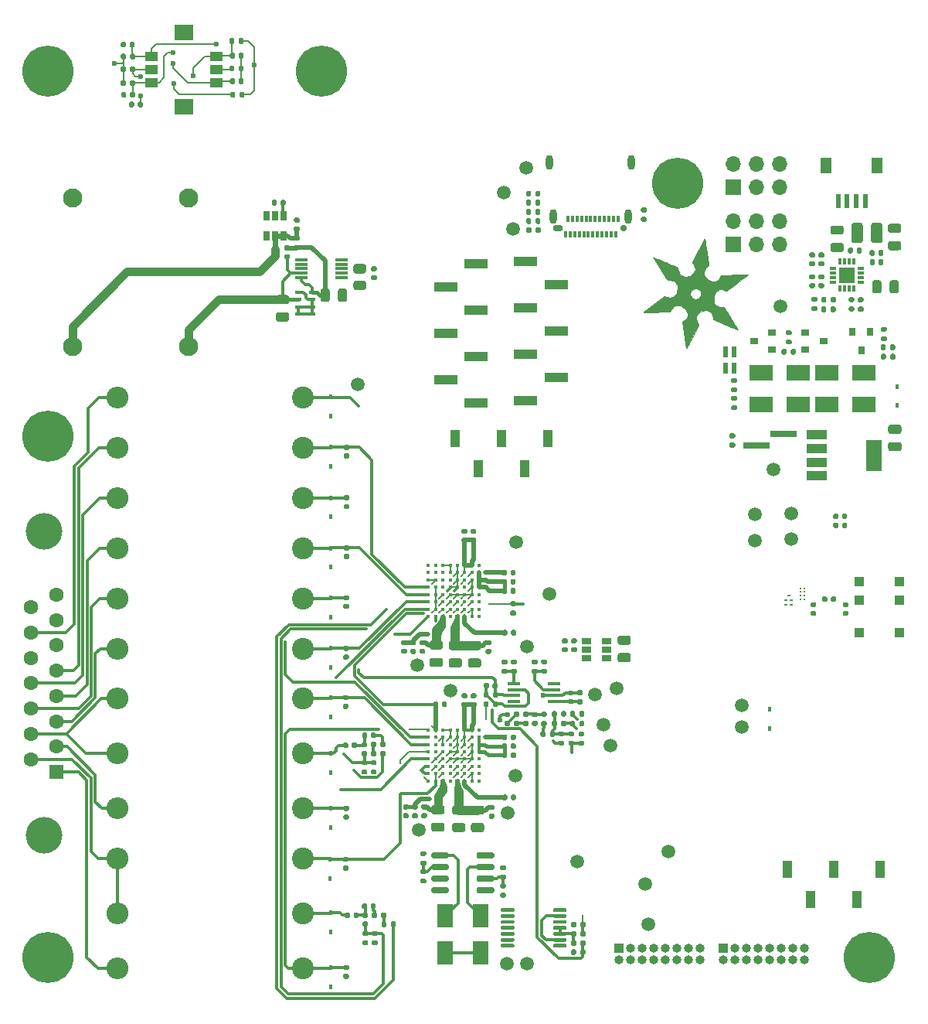
<source format=gbr>
%TF.GenerationSoftware,KiCad,Pcbnew,(5.1.9)-1*%
%TF.CreationDate,2021-07-25T18:06:35+01:00*%
%TF.ProjectId,P205,50323035-2e6b-4696-9361-645f70636258,rev?*%
%TF.SameCoordinates,Original*%
%TF.FileFunction,Copper,L1,Top*%
%TF.FilePolarity,Positive*%
%FSLAX46Y46*%
G04 Gerber Fmt 4.6, Leading zero omitted, Abs format (unit mm)*
G04 Created by KiCad (PCBNEW (5.1.9)-1) date 2021-07-25 18:06:35*
%MOMM*%
%LPD*%
G01*
G04 APERTURE LIST*
%TA.AperFunction,EtchedComponent*%
%ADD10C,0.010000*%
%TD*%
%TA.AperFunction,SMDPad,CuDef*%
%ADD11R,1.760000X1.760000*%
%TD*%
%TA.AperFunction,SMDPad,CuDef*%
%ADD12R,0.300000X0.800000*%
%TD*%
%TA.AperFunction,SMDPad,CuDef*%
%ADD13R,0.800000X0.300000*%
%TD*%
%TA.AperFunction,SMDPad,CuDef*%
%ADD14R,1.000000X1.000000*%
%TD*%
%TA.AperFunction,SMDPad,CuDef*%
%ADD15R,1.400000X0.300000*%
%TD*%
%TA.AperFunction,SMDPad,CuDef*%
%ADD16R,2.000000X1.800000*%
%TD*%
%TA.AperFunction,SMDPad,CuDef*%
%ADD17R,1.350000X1.000000*%
%TD*%
%TA.AperFunction,SMDPad,CuDef*%
%ADD18C,0.418000*%
%TD*%
%TA.AperFunction,SMDPad,CuDef*%
%ADD19R,1.000000X1.900000*%
%TD*%
%TA.AperFunction,ComponentPad*%
%ADD20C,2.100000*%
%TD*%
%TA.AperFunction,ComponentPad*%
%ADD21O,2.400000X2.400000*%
%TD*%
%TA.AperFunction,ComponentPad*%
%ADD22C,2.400000*%
%TD*%
%TA.AperFunction,ConnectorPad*%
%ADD23C,5.600000*%
%TD*%
%TA.AperFunction,ComponentPad*%
%ADD24C,3.600000*%
%TD*%
%TA.AperFunction,SMDPad,CuDef*%
%ADD25C,1.500000*%
%TD*%
%TA.AperFunction,SMDPad,CuDef*%
%ADD26R,2.510000X1.000000*%
%TD*%
%TA.AperFunction,ComponentPad*%
%ADD27C,0.600000*%
%TD*%
%TA.AperFunction,SMDPad,CuDef*%
%ADD28C,0.100000*%
%TD*%
%TA.AperFunction,SMDPad,CuDef*%
%ADD29R,1.200000X1.800000*%
%TD*%
%TA.AperFunction,SMDPad,CuDef*%
%ADD30R,0.600000X1.550000*%
%TD*%
%TA.AperFunction,SMDPad,CuDef*%
%ADD31R,0.325000X0.250000*%
%TD*%
%TA.AperFunction,SMDPad,CuDef*%
%ADD32R,0.250000X0.200000*%
%TD*%
%TA.AperFunction,SMDPad,CuDef*%
%ADD33R,0.650000X1.060000*%
%TD*%
%TA.AperFunction,SMDPad,CuDef*%
%ADD34R,2.200000X1.000000*%
%TD*%
%TA.AperFunction,SMDPad,CuDef*%
%ADD35R,1.800000X3.400000*%
%TD*%
%TA.AperFunction,SMDPad,CuDef*%
%ADD36R,1.060000X0.650000*%
%TD*%
%TA.AperFunction,SMDPad,CuDef*%
%ADD37R,1.450000X0.450000*%
%TD*%
%TA.AperFunction,SMDPad,CuDef*%
%ADD38R,0.760000X0.430000*%
%TD*%
%TA.AperFunction,SMDPad,CuDef*%
%ADD39R,0.800000X0.900000*%
%TD*%
%TA.AperFunction,SMDPad,CuDef*%
%ADD40R,0.900000X0.800000*%
%TD*%
%TA.AperFunction,ComponentPad*%
%ADD41O,1.700000X1.700000*%
%TD*%
%TA.AperFunction,ComponentPad*%
%ADD42R,1.700000X1.700000*%
%TD*%
%TA.AperFunction,ComponentPad*%
%ADD43O,1.000000X1.000000*%
%TD*%
%TA.AperFunction,ComponentPad*%
%ADD44R,1.000000X1.000000*%
%TD*%
%TA.AperFunction,ComponentPad*%
%ADD45C,0.700000*%
%TD*%
%TA.AperFunction,ComponentPad*%
%ADD46O,1.100000X0.700000*%
%TD*%
%TA.AperFunction,ComponentPad*%
%ADD47O,0.800000X1.600000*%
%TD*%
%TA.AperFunction,SMDPad,CuDef*%
%ADD48R,0.300000X0.700000*%
%TD*%
%TA.AperFunction,ComponentPad*%
%ADD49C,4.000000*%
%TD*%
%TA.AperFunction,ComponentPad*%
%ADD50C,1.600000*%
%TD*%
%TA.AperFunction,ComponentPad*%
%ADD51R,1.600000X1.600000*%
%TD*%
%TA.AperFunction,SMDPad,CuDef*%
%ADD52R,2.500000X1.800000*%
%TD*%
%TA.AperFunction,SMDPad,CuDef*%
%ADD53R,0.600000X1.200000*%
%TD*%
%TA.AperFunction,SMDPad,CuDef*%
%ADD54R,0.450000X0.600000*%
%TD*%
%TA.AperFunction,SMDPad,CuDef*%
%ADD55R,1.800000X2.500000*%
%TD*%
%TA.AperFunction,SMDPad,CuDef*%
%ADD56R,3.000000X0.650000*%
%TD*%
%TA.AperFunction,ViaPad*%
%ADD57C,0.600000*%
%TD*%
%TA.AperFunction,ViaPad*%
%ADD58C,0.250000*%
%TD*%
%TA.AperFunction,Conductor*%
%ADD59C,0.200000*%
%TD*%
%TA.AperFunction,Conductor*%
%ADD60C,0.300000*%
%TD*%
%TA.AperFunction,Conductor*%
%ADD61C,0.250000*%
%TD*%
%TA.AperFunction,Conductor*%
%ADD62C,0.500000*%
%TD*%
%TA.AperFunction,Conductor*%
%ADD63C,0.900000*%
%TD*%
%TA.AperFunction,Conductor*%
%ADD64C,1.000000*%
%TD*%
%TA.AperFunction,Conductor*%
%ADD65C,0.400000*%
%TD*%
%TA.AperFunction,Conductor*%
%ADD66C,0.600000*%
%TD*%
%TA.AperFunction,Conductor*%
%ADD67C,0.160000*%
%TD*%
%TA.AperFunction,Conductor*%
%ADD68C,0.100000*%
%TD*%
G04 APERTURE END LIST*
D10*
%TO.C,NT1*%
G36*
X225311102Y-49393265D02*
G01*
X225365073Y-49347744D01*
X225450279Y-49278291D01*
X225562212Y-49188433D01*
X225696367Y-49081703D01*
X225848235Y-48961628D01*
X226013308Y-48831739D01*
X226187079Y-48695564D01*
X226365042Y-48556636D01*
X226542686Y-48418483D01*
X226715507Y-48284633D01*
X226878996Y-48158619D01*
X227028645Y-48043968D01*
X227159948Y-47944212D01*
X227268395Y-47862879D01*
X227301701Y-47838253D01*
X227578886Y-47634375D01*
X227735938Y-47678117D01*
X227895016Y-47721912D01*
X228014220Y-47753121D01*
X228102405Y-47773516D01*
X228168428Y-47784868D01*
X228221141Y-47788950D01*
X228269399Y-47787535D01*
X228278830Y-47786789D01*
X228404723Y-47759583D01*
X228539740Y-47704355D01*
X228661227Y-47631658D01*
X228721832Y-47580417D01*
X228829017Y-47440198D01*
X228914750Y-47265026D01*
X228976606Y-47067051D01*
X229012163Y-46858417D01*
X229018999Y-46651274D01*
X228994690Y-46457770D01*
X228965725Y-46357558D01*
X228887931Y-46197693D01*
X228781650Y-46072485D01*
X228643238Y-45979708D01*
X228469054Y-45917132D01*
X228255456Y-45882532D01*
X228180103Y-45877109D01*
X227957551Y-45865071D01*
X227653414Y-45029460D01*
X227666410Y-45021019D01*
X227663535Y-45007756D01*
X227647651Y-44991289D01*
X227641831Y-44997636D01*
X227649284Y-45027002D01*
X227653414Y-45029460D01*
X227957551Y-45865071D01*
X227934574Y-45863828D01*
X227592983Y-44925314D01*
X227600574Y-44909036D01*
X227584296Y-44901446D01*
X227576705Y-44917724D01*
X227592983Y-44925314D01*
X227934574Y-45863828D01*
X227907001Y-45862337D01*
X227525678Y-44814660D01*
X227533269Y-44798383D01*
X227516991Y-44790792D01*
X227509401Y-44807070D01*
X227525678Y-44814660D01*
X227907001Y-45862337D01*
X227901746Y-45862052D01*
X227852404Y-45786598D01*
X227458374Y-44704007D01*
X227465964Y-44687729D01*
X227449686Y-44680139D01*
X227442096Y-44696416D01*
X227458374Y-44704007D01*
X227852404Y-45786598D01*
X227791444Y-45693375D01*
X227391069Y-44593353D01*
X227398659Y-44577075D01*
X227382382Y-44569485D01*
X227374791Y-44585763D01*
X227391069Y-44593353D01*
X227791444Y-45693375D01*
X227720322Y-45584613D01*
X227325577Y-44500060D01*
X227338574Y-44491619D01*
X227335698Y-44478356D01*
X227319814Y-44461888D01*
X227313994Y-44468236D01*
X227321447Y-44497602D01*
X227325577Y-44500060D01*
X227720322Y-45584613D01*
X227678212Y-45520216D01*
X227659018Y-45490446D01*
X227258273Y-44389407D01*
X227271269Y-44380966D01*
X227268393Y-44367702D01*
X227252509Y-44351235D01*
X227246689Y-44357582D01*
X227254143Y-44386948D01*
X227258273Y-44389407D01*
X227659018Y-45490446D01*
X227589428Y-45382508D01*
X227484282Y-45216349D01*
X227480416Y-45210156D01*
X227393350Y-44970944D01*
X227400941Y-44954667D01*
X227384663Y-44947076D01*
X227377073Y-44963354D01*
X227393350Y-44970944D01*
X227480416Y-45210156D01*
X227415595Y-45106327D01*
X227326046Y-44860291D01*
X227333636Y-44844013D01*
X227317358Y-44836423D01*
X227309768Y-44852700D01*
X227326046Y-44860291D01*
X227415595Y-45106327D01*
X227372308Y-45036988D01*
X227350373Y-45001394D01*
X227250053Y-44725769D01*
X227257644Y-44709491D01*
X227241366Y-44701901D01*
X227233776Y-44718178D01*
X227250053Y-44725769D01*
X227350373Y-45001394D01*
X227284344Y-44894247D01*
X227182749Y-44615115D01*
X227190339Y-44598838D01*
X227174061Y-44591247D01*
X227166471Y-44607525D01*
X227182749Y-44615115D01*
X227284344Y-44894247D01*
X227263041Y-44859677D01*
X227187321Y-44735087D01*
X227149770Y-44673036D01*
X227056827Y-44417676D01*
X227064417Y-44401398D01*
X227048139Y-44393808D01*
X227040549Y-44410086D01*
X227056827Y-44417676D01*
X227149770Y-44673036D01*
X227080605Y-44558746D01*
X226958659Y-44358207D01*
X226832874Y-44152147D01*
X226714645Y-43959242D01*
X226649283Y-43853060D01*
X226567782Y-43719567D01*
X226496888Y-43600770D01*
X226440472Y-43503383D01*
X226402410Y-43434122D01*
X226386576Y-43399702D01*
X226386466Y-43397456D01*
X226411230Y-43401018D01*
X226474393Y-43421906D01*
X226567804Y-43457105D01*
X226683311Y-43503605D01*
X226754676Y-43533488D01*
X226902557Y-43595874D01*
X227080597Y-43670417D01*
X227271922Y-43750085D01*
X227459654Y-43827844D01*
X227575868Y-43875719D01*
X227754211Y-43949378D01*
X227961084Y-44035450D01*
X228178324Y-44126339D01*
X228387767Y-44214449D01*
X228539565Y-44278710D01*
X229042416Y-44492369D01*
X229070292Y-44603858D01*
X229123289Y-44807709D01*
X229170798Y-44968714D01*
X229216368Y-45094016D01*
X229263546Y-45190759D01*
X229315880Y-45266088D01*
X229376916Y-45327146D01*
X229450203Y-45381076D01*
X229459095Y-45386836D01*
X229615317Y-45458562D01*
X229797096Y-45494070D01*
X229994230Y-45493222D01*
X230196513Y-45455881D01*
X230356727Y-45398966D01*
X230559368Y-45289907D01*
X230724119Y-45158967D01*
X230847476Y-45009899D01*
X230925939Y-44846460D01*
X230946089Y-44766955D01*
X230956831Y-44693818D01*
X230956589Y-44630696D01*
X230942922Y-44561159D01*
X230913386Y-44468781D01*
X230893506Y-44413290D01*
X230847306Y-44292843D01*
X230796003Y-44169060D01*
X230749382Y-44065383D01*
X230741703Y-44049575D01*
X230668086Y-43900674D01*
X230923810Y-43398808D01*
X231015351Y-43219657D01*
X231122194Y-43011368D01*
X231236156Y-42789846D01*
X231349052Y-42570998D01*
X231452696Y-42370730D01*
X231471492Y-42334504D01*
X231559356Y-42165212D01*
X231646230Y-41997778D01*
X231727193Y-41841693D01*
X231797322Y-41706445D01*
X231851695Y-41601525D01*
X231873266Y-41559865D01*
X231922230Y-41468965D01*
X231963512Y-41399169D01*
X231991284Y-41359991D01*
X231998781Y-41354981D01*
X232007059Y-41381174D01*
X232021088Y-41450051D01*
X232039528Y-41553991D01*
X232061044Y-41685376D01*
X232084298Y-41836586D01*
X232089635Y-41872568D01*
X232117944Y-42063404D01*
X232151299Y-42286052D01*
X232186926Y-42522131D01*
X232222050Y-42753257D01*
X232253536Y-42958711D01*
X232282438Y-43150273D01*
X232311402Y-43349444D01*
X232338501Y-43542430D01*
X232361802Y-43715435D01*
X232379375Y-43854665D01*
X232381880Y-43875926D01*
X232421478Y-44217265D01*
X232218149Y-44407510D01*
X232061477Y-44573361D01*
X231953419Y-44734089D01*
X231892624Y-44893730D01*
X231889941Y-44923031D01*
X231288122Y-43269547D01*
X231340178Y-43171211D01*
X231375877Y-43100568D01*
X231388144Y-43066147D01*
X231379595Y-43060560D01*
X231379329Y-43060655D01*
X231366177Y-43083538D01*
X231341791Y-43138013D01*
X231338204Y-43146659D01*
X231245306Y-42891425D01*
X231255509Y-42880998D01*
X231267950Y-42861370D01*
X231292377Y-42813026D01*
X231286557Y-42797535D01*
X231282225Y-42798666D01*
X231268238Y-42822229D01*
X231255659Y-42855639D01*
X231245306Y-42891425D01*
X231338204Y-43146659D01*
X231329991Y-43166460D01*
X231288122Y-43269547D01*
X231889941Y-44923031D01*
X231877738Y-45056316D01*
X231907408Y-45225881D01*
X231925382Y-45280331D01*
X232008047Y-45446184D01*
X232128885Y-45606913D01*
X232278231Y-45754769D01*
X232446422Y-45882006D01*
X232623792Y-45980873D01*
X232800676Y-46043622D01*
X232898253Y-46060323D01*
X233025794Y-46055607D01*
X233168043Y-46024632D01*
X233300865Y-45973876D01*
X233370266Y-45933658D01*
X233408808Y-45904269D01*
X233446152Y-45869152D01*
X233487942Y-45821254D01*
X233539822Y-45753528D01*
X233607437Y-45658923D01*
X233696429Y-45530389D01*
X233716292Y-45501446D01*
X233808485Y-45366987D01*
X234151920Y-45345126D01*
X234275403Y-45337996D01*
X234430284Y-45330211D01*
X234610841Y-45321965D01*
X234811357Y-45313454D01*
X235026108Y-45304870D01*
X235249376Y-45296406D01*
X235475439Y-45288260D01*
X235698578Y-45280621D01*
X235913072Y-45273686D01*
X236113201Y-45267648D01*
X236293244Y-45262701D01*
X236447481Y-45259038D01*
X236570192Y-45256855D01*
X236655656Y-45256345D01*
X236698153Y-45257701D01*
X236701835Y-45258688D01*
X236683508Y-45276729D01*
X236628950Y-45322859D01*
X236542028Y-45393980D01*
X236426606Y-45486990D01*
X236286553Y-45598792D01*
X236125735Y-45726284D01*
X235948019Y-45866366D01*
X235757271Y-46015941D01*
X235754989Y-46017726D01*
X235555813Y-46173177D01*
X235507603Y-46210647D01*
X235202460Y-45372275D01*
X235218928Y-45356392D01*
X235212581Y-45350571D01*
X235183215Y-45358025D01*
X235180756Y-45362155D01*
X235189197Y-45375151D01*
X235202460Y-45372275D01*
X235507603Y-46210647D01*
X235362414Y-46323494D01*
X235286300Y-46382402D01*
X234995281Y-45582832D01*
X235002871Y-45566555D01*
X234986594Y-45558964D01*
X234979003Y-45575242D01*
X234995281Y-45582832D01*
X235286300Y-46382402D01*
X235179789Y-46464837D01*
X235064743Y-46553458D01*
X234640417Y-45387631D01*
X234656885Y-45371748D01*
X234650537Y-45365928D01*
X234621172Y-45373381D01*
X234618713Y-45377511D01*
X234627154Y-45390508D01*
X234640417Y-45387631D01*
X235064743Y-46553458D01*
X235012931Y-46593369D01*
X234990826Y-46610297D01*
X234548191Y-45394168D01*
X234555782Y-45377891D01*
X234539504Y-45370300D01*
X234531913Y-45386578D01*
X234548191Y-45394168D01*
X234990826Y-46610297D01*
X234927411Y-46658860D01*
X234467899Y-45396362D01*
X234475490Y-45380084D01*
X234459212Y-45372494D01*
X234451621Y-45388772D01*
X234467899Y-45396362D01*
X234927411Y-46658860D01*
X234866838Y-46705249D01*
X234863991Y-46707409D01*
X234387607Y-45398556D01*
X234395198Y-45382278D01*
X234378920Y-45374688D01*
X234371330Y-45390965D01*
X234387607Y-45398556D01*
X234863991Y-46707409D01*
X234779285Y-46771740D01*
X234352946Y-45600382D01*
X234360536Y-45584105D01*
X234344258Y-45576514D01*
X234336668Y-45592792D01*
X234352946Y-45600382D01*
X234779285Y-46771740D01*
X234746503Y-46796637D01*
X234715660Y-46819725D01*
X234272654Y-45602576D01*
X234280244Y-45586298D01*
X234263967Y-45578708D01*
X234256376Y-45594986D01*
X234272654Y-45602576D01*
X234715660Y-46819725D01*
X234656923Y-46863694D01*
X234651900Y-46867340D01*
X234192362Y-45604770D01*
X234199952Y-45588492D01*
X234183675Y-45580902D01*
X234176084Y-45597179D01*
X234192362Y-45604770D01*
X234651900Y-46867340D01*
X234609138Y-46898383D01*
X234415369Y-47034388D01*
X234294348Y-46998944D01*
X234102272Y-46945033D01*
X233948731Y-46908530D01*
X233824720Y-46888945D01*
X233721230Y-46885788D01*
X233629253Y-46898571D01*
X233539785Y-46926804D01*
X233475956Y-46954497D01*
X233323463Y-47053641D01*
X233195396Y-47194794D01*
X233093836Y-47374334D01*
X233020869Y-47588647D01*
X232980648Y-47814604D01*
X232969361Y-47940197D01*
X232969382Y-48037904D01*
X232982430Y-48129725D01*
X233010222Y-48237660D01*
X233014941Y-48253795D01*
X233049689Y-48363558D01*
X233081995Y-48440537D01*
X233120511Y-48501521D01*
X233173886Y-48563299D01*
X233175038Y-48564523D01*
X233299026Y-48667239D01*
X233451468Y-48739633D01*
X233637943Y-48783709D01*
X233832001Y-48800571D01*
X234088700Y-48809560D01*
X234289531Y-49119375D01*
X234348835Y-49212178D01*
X234430154Y-49341379D01*
X234529136Y-49499958D01*
X234641423Y-49680895D01*
X234762658Y-49877169D01*
X234888486Y-50081761D01*
X235014553Y-50287649D01*
X235023766Y-50302735D01*
X235141258Y-50495051D01*
X235251456Y-50675238D01*
X235351331Y-50838359D01*
X235437854Y-50979477D01*
X235507999Y-51093652D01*
X235558734Y-51175946D01*
X235587032Y-51221422D01*
X235590904Y-51227466D01*
X235607671Y-51266666D01*
X235597807Y-51279014D01*
X235567203Y-51269545D01*
X235495454Y-51242461D01*
X235388137Y-51200089D01*
X235250830Y-51144748D01*
X235089112Y-51078761D01*
X234908561Y-51004453D01*
X234714756Y-50924144D01*
X234513277Y-50840158D01*
X234309700Y-50754816D01*
X234109605Y-50670442D01*
X233918569Y-50589357D01*
X233782694Y-50531223D01*
X231195551Y-43423106D01*
X231205754Y-43412680D01*
X231218196Y-43393052D01*
X231242622Y-43344708D01*
X231236802Y-43329216D01*
X231232471Y-43330348D01*
X231218483Y-43353911D01*
X231205904Y-43387320D01*
X231195551Y-43423106D01*
X233782694Y-50531223D01*
X233742173Y-50513886D01*
X233702334Y-50496658D01*
X231062427Y-43243573D01*
X231114483Y-43145236D01*
X231150182Y-43074593D01*
X231162449Y-43040173D01*
X231153901Y-43034586D01*
X231153634Y-43034681D01*
X231140482Y-43057564D01*
X231116096Y-43112039D01*
X231104296Y-43140486D01*
X231062427Y-43243573D01*
X233702334Y-50496658D01*
X233622136Y-50461978D01*
X233603789Y-50411569D01*
X233580172Y-50395441D01*
X233523796Y-50366343D01*
X233470041Y-50341157D01*
X233400764Y-50311447D01*
X233359160Y-50296442D01*
X230997491Y-43807810D01*
X231042068Y-43726056D01*
X231074966Y-43661255D01*
X231082207Y-43632967D01*
X231073212Y-43631584D01*
X231059851Y-43654580D01*
X231036787Y-43707734D01*
X231031465Y-43721112D01*
X230997491Y-43807810D01*
X233359160Y-50296442D01*
X233355572Y-50295147D01*
X233344980Y-50294615D01*
X233368596Y-50310743D01*
X233424972Y-50339842D01*
X233478728Y-50365026D01*
X233548004Y-50394738D01*
X233593196Y-50411037D01*
X233603789Y-50411569D01*
X233507395Y-50146730D01*
X233483330Y-50129419D01*
X233439591Y-50108969D01*
X233394982Y-50093990D01*
X233380475Y-50095077D01*
X233404539Y-50112389D01*
X233448278Y-50132837D01*
X233492887Y-50147818D01*
X233507395Y-50146730D01*
X233603789Y-50411569D01*
X233622136Y-50461978D01*
X233585994Y-50446348D01*
X233455609Y-50389067D01*
X233395270Y-50362033D01*
X233283943Y-50312579D01*
X230856388Y-43642926D01*
X230908444Y-43544590D01*
X230944143Y-43473947D01*
X230956410Y-43439526D01*
X230947862Y-43433939D01*
X230947595Y-43434034D01*
X230934444Y-43456917D01*
X230910057Y-43511392D01*
X230898257Y-43539839D01*
X230856388Y-43642926D01*
X233283943Y-50312579D01*
X233262047Y-50302851D01*
X233144297Y-50252641D01*
X233049983Y-50214629D01*
X232987070Y-50192043D01*
X232964279Y-50187363D01*
X232946217Y-50169863D01*
X232923579Y-50104857D01*
X232895912Y-49990978D01*
X232890177Y-49964306D01*
X232847885Y-49781058D01*
X232805344Y-49638943D01*
X232757609Y-49528515D01*
X232699735Y-49440323D01*
X232626777Y-49364919D01*
X232541680Y-49298433D01*
X232393672Y-49222637D01*
X232218671Y-49182164D01*
X232026403Y-49177236D01*
X231826601Y-49208077D01*
X231694305Y-49252819D01*
X231204991Y-47908439D01*
X231338133Y-47847775D01*
X231434408Y-47771060D01*
X231507630Y-47665669D01*
X231536877Y-47605214D01*
X231581871Y-47445773D01*
X231582936Y-47281578D01*
X231542041Y-47124415D01*
X231461154Y-46986071D01*
X231427069Y-46947623D01*
X231302664Y-46853848D01*
X231159071Y-46799215D01*
X231005784Y-46782066D01*
X230852299Y-46800743D01*
X230708112Y-46853586D01*
X230582715Y-46938939D01*
X230485605Y-47055143D01*
X230453409Y-47117653D01*
X230415235Y-47267137D01*
X230419631Y-47423716D01*
X230462509Y-47576130D01*
X230539785Y-47713120D01*
X230647373Y-47823427D01*
X230727705Y-47873575D01*
X230894211Y-47932823D01*
X231055985Y-47942651D01*
X231204991Y-47908439D01*
X231694305Y-49252819D01*
X231628992Y-49274907D01*
X231623255Y-49277446D01*
X231421915Y-49387860D01*
X231262357Y-49519259D01*
X231146125Y-49668319D01*
X231074761Y-49831715D01*
X231049812Y-50006123D01*
X231072819Y-50188219D01*
X231128956Y-50341794D01*
X231179943Y-50450091D01*
X231234141Y-50566415D01*
X231263754Y-50630608D01*
X231327485Y-50769592D01*
X231056406Y-51304592D01*
X230964800Y-51484649D01*
X230857078Y-51695185D01*
X230740705Y-51921685D01*
X230623146Y-52149634D01*
X230512160Y-52363949D01*
X229809885Y-50434465D01*
X229822882Y-50426024D01*
X229820006Y-50412761D01*
X229793944Y-50341156D01*
X229810412Y-50325273D01*
X229804065Y-50319453D01*
X229774699Y-50326906D01*
X229772240Y-50331036D01*
X229780681Y-50344033D01*
X229793944Y-50341156D01*
X229820006Y-50412761D01*
X229804122Y-50396293D01*
X229798302Y-50402641D01*
X229805755Y-50432007D01*
X229809885Y-50434465D01*
X230512160Y-52363949D01*
X230511867Y-52364516D01*
X230498911Y-52389434D01*
X229827641Y-50545133D01*
X229835231Y-50528855D01*
X229818953Y-50521265D01*
X229811363Y-50537542D01*
X229827641Y-50545133D01*
X230498911Y-52389434D01*
X230483011Y-52420014D01*
X229847209Y-50673161D01*
X229854799Y-50656883D01*
X229838522Y-50649293D01*
X229742961Y-50386743D01*
X229750552Y-50370465D01*
X229734274Y-50362875D01*
X229726684Y-50379152D01*
X229742961Y-50386743D01*
X229838522Y-50649293D01*
X229830931Y-50665571D01*
X229847209Y-50673161D01*
X230483011Y-52420014D01*
X230464462Y-52455693D01*
X229859903Y-50794682D01*
X229872900Y-50786241D01*
X229870024Y-50772977D01*
X229854140Y-50756510D01*
X229848320Y-50762857D01*
X229855773Y-50792223D01*
X229859903Y-50794682D01*
X230464462Y-52455693D01*
X230459162Y-52465886D01*
X230448559Y-52486264D01*
X229879472Y-50922710D01*
X229892468Y-50914269D01*
X229889593Y-50901006D01*
X229873708Y-50884538D01*
X229871114Y-50887367D01*
X229703912Y-50427986D01*
X229711503Y-50411708D01*
X229695225Y-50404117D01*
X229687634Y-50420395D01*
X229703912Y-50427986D01*
X229871114Y-50887367D01*
X229867888Y-50890886D01*
X229875342Y-50920252D01*
X229879472Y-50922710D01*
X230448559Y-52486264D01*
X230403494Y-52572865D01*
X229640995Y-50477916D01*
X229648585Y-50461638D01*
X229632308Y-50454047D01*
X229624717Y-50470325D01*
X229640995Y-50477916D01*
X230403494Y-52572865D01*
X230384938Y-52608526D01*
X229949058Y-51410955D01*
X229962054Y-51402514D01*
X229959179Y-51389251D01*
X229943295Y-51372783D01*
X229940700Y-51375612D01*
X229660563Y-50605944D01*
X229668154Y-50589666D01*
X229651876Y-50582076D01*
X229644286Y-50598354D01*
X229660563Y-50605944D01*
X229940700Y-51375612D01*
X229937475Y-51379131D01*
X229944928Y-51408496D01*
X229949058Y-51410955D01*
X230384938Y-52608526D01*
X230371684Y-52633997D01*
X229975500Y-51545491D01*
X229983091Y-51529213D01*
X229966813Y-51521623D01*
X229959223Y-51537900D01*
X229975500Y-51545491D01*
X230371684Y-52633997D01*
X230370605Y-52636072D01*
X230339894Y-52695185D01*
X229693206Y-50918424D01*
X229700797Y-50902146D01*
X229684519Y-50894556D01*
X229676929Y-50910834D01*
X229693206Y-50918424D01*
X230339894Y-52695185D01*
X230286835Y-52797320D01*
X230260441Y-52848212D01*
X229782361Y-51534697D01*
X229789951Y-51518420D01*
X229773674Y-51510829D01*
X229766083Y-51527107D01*
X229782361Y-51534697D01*
X230260441Y-52848212D01*
X230244558Y-52878839D01*
X229801929Y-51662726D01*
X229809520Y-51646448D01*
X229793242Y-51638857D01*
X229785652Y-51655135D01*
X229801929Y-51662726D01*
X230244558Y-52878839D01*
X230211593Y-52942407D01*
X230148621Y-53064112D01*
X230101659Y-53155215D01*
X230074458Y-53208475D01*
X230038910Y-53272991D01*
X230011310Y-53312176D01*
X230001780Y-53318158D01*
X229995749Y-53292772D01*
X229983271Y-53222711D01*
X229965190Y-53113571D01*
X229942347Y-52970950D01*
X229915587Y-52800444D01*
X229885756Y-52607652D01*
X229853694Y-52398173D01*
X229820246Y-52177603D01*
X229786257Y-51951538D01*
X229752569Y-51725579D01*
X229720026Y-51505320D01*
X229689472Y-51296363D01*
X229661749Y-51104302D01*
X229637704Y-50934735D01*
X229618177Y-50793261D01*
X229604014Y-50685476D01*
X229599773Y-50650802D01*
X229576363Y-50452297D01*
X229766537Y-50281030D01*
X229922170Y-50122888D01*
X230030917Y-49969496D01*
X230095756Y-49815897D01*
X230117378Y-49697379D01*
X230107734Y-49522029D01*
X230050632Y-49342765D01*
X229948606Y-49164699D01*
X229804189Y-48992945D01*
X229736194Y-48928121D01*
X229552685Y-48787631D01*
X229362334Y-48687453D01*
X229171372Y-48629646D01*
X228986026Y-48616267D01*
X228854049Y-48636733D01*
X228757441Y-48667357D01*
X228673286Y-48707577D01*
X228594990Y-48763571D01*
X228515952Y-48841518D01*
X228429576Y-48947598D01*
X228329265Y-49087990D01*
X228255784Y-49197079D01*
X228185949Y-49302266D01*
X227989560Y-49319677D01*
X227914003Y-49325037D01*
X227799707Y-49331358D01*
X227652345Y-49338451D01*
X227477588Y-49346120D01*
X227281109Y-49354173D01*
X227068581Y-49362417D01*
X226845677Y-49370661D01*
X226832477Y-49371128D01*
X226526372Y-48530112D01*
X226533963Y-48513835D01*
X226517685Y-48506244D01*
X226510095Y-48522522D01*
X226526372Y-48530112D01*
X226832477Y-49371128D01*
X226739074Y-49374432D01*
X226451521Y-48584386D01*
X226467989Y-48568503D01*
X226461641Y-48562683D01*
X226432275Y-48570136D01*
X226429817Y-48574266D01*
X226438258Y-48587263D01*
X226451521Y-48584386D01*
X226739074Y-49374432D01*
X226618069Y-49378711D01*
X226391430Y-49386373D01*
X226171433Y-49393457D01*
X225963749Y-49399767D01*
X225774053Y-49405113D01*
X225608015Y-49409301D01*
X225471309Y-49412138D01*
X225369608Y-49413432D01*
X225308583Y-49412989D01*
X225292875Y-49411323D01*
X225311102Y-49393265D01*
G37*
X225311102Y-49393265D02*
X225365073Y-49347744D01*
X225450279Y-49278291D01*
X225562212Y-49188433D01*
X225696367Y-49081703D01*
X225848235Y-48961628D01*
X226013308Y-48831739D01*
X226187079Y-48695564D01*
X226365042Y-48556636D01*
X226542686Y-48418483D01*
X226715507Y-48284633D01*
X226878996Y-48158619D01*
X227028645Y-48043968D01*
X227159948Y-47944212D01*
X227268395Y-47862879D01*
X227301701Y-47838253D01*
X227578886Y-47634375D01*
X227735938Y-47678117D01*
X227895016Y-47721912D01*
X228014220Y-47753121D01*
X228102405Y-47773516D01*
X228168428Y-47784868D01*
X228221141Y-47788950D01*
X228269399Y-47787535D01*
X228278830Y-47786789D01*
X228404723Y-47759583D01*
X228539740Y-47704355D01*
X228661227Y-47631658D01*
X228721832Y-47580417D01*
X228829017Y-47440198D01*
X228914750Y-47265026D01*
X228976606Y-47067051D01*
X229012163Y-46858417D01*
X229018999Y-46651274D01*
X228994690Y-46457770D01*
X228965725Y-46357558D01*
X228887931Y-46197693D01*
X228781650Y-46072485D01*
X228643238Y-45979708D01*
X228469054Y-45917132D01*
X228255456Y-45882532D01*
X228180103Y-45877109D01*
X227957551Y-45865071D01*
X227653414Y-45029460D01*
X227666410Y-45021019D01*
X227663535Y-45007756D01*
X227647651Y-44991289D01*
X227641831Y-44997636D01*
X227649284Y-45027002D01*
X227653414Y-45029460D01*
X227957551Y-45865071D01*
X227934574Y-45863828D01*
X227592983Y-44925314D01*
X227600574Y-44909036D01*
X227584296Y-44901446D01*
X227576705Y-44917724D01*
X227592983Y-44925314D01*
X227934574Y-45863828D01*
X227907001Y-45862337D01*
X227525678Y-44814660D01*
X227533269Y-44798383D01*
X227516991Y-44790792D01*
X227509401Y-44807070D01*
X227525678Y-44814660D01*
X227907001Y-45862337D01*
X227901746Y-45862052D01*
X227852404Y-45786598D01*
X227458374Y-44704007D01*
X227465964Y-44687729D01*
X227449686Y-44680139D01*
X227442096Y-44696416D01*
X227458374Y-44704007D01*
X227852404Y-45786598D01*
X227791444Y-45693375D01*
X227391069Y-44593353D01*
X227398659Y-44577075D01*
X227382382Y-44569485D01*
X227374791Y-44585763D01*
X227391069Y-44593353D01*
X227791444Y-45693375D01*
X227720322Y-45584613D01*
X227325577Y-44500060D01*
X227338574Y-44491619D01*
X227335698Y-44478356D01*
X227319814Y-44461888D01*
X227313994Y-44468236D01*
X227321447Y-44497602D01*
X227325577Y-44500060D01*
X227720322Y-45584613D01*
X227678212Y-45520216D01*
X227659018Y-45490446D01*
X227258273Y-44389407D01*
X227271269Y-44380966D01*
X227268393Y-44367702D01*
X227252509Y-44351235D01*
X227246689Y-44357582D01*
X227254143Y-44386948D01*
X227258273Y-44389407D01*
X227659018Y-45490446D01*
X227589428Y-45382508D01*
X227484282Y-45216349D01*
X227480416Y-45210156D01*
X227393350Y-44970944D01*
X227400941Y-44954667D01*
X227384663Y-44947076D01*
X227377073Y-44963354D01*
X227393350Y-44970944D01*
X227480416Y-45210156D01*
X227415595Y-45106327D01*
X227326046Y-44860291D01*
X227333636Y-44844013D01*
X227317358Y-44836423D01*
X227309768Y-44852700D01*
X227326046Y-44860291D01*
X227415595Y-45106327D01*
X227372308Y-45036988D01*
X227350373Y-45001394D01*
X227250053Y-44725769D01*
X227257644Y-44709491D01*
X227241366Y-44701901D01*
X227233776Y-44718178D01*
X227250053Y-44725769D01*
X227350373Y-45001394D01*
X227284344Y-44894247D01*
X227182749Y-44615115D01*
X227190339Y-44598838D01*
X227174061Y-44591247D01*
X227166471Y-44607525D01*
X227182749Y-44615115D01*
X227284344Y-44894247D01*
X227263041Y-44859677D01*
X227187321Y-44735087D01*
X227149770Y-44673036D01*
X227056827Y-44417676D01*
X227064417Y-44401398D01*
X227048139Y-44393808D01*
X227040549Y-44410086D01*
X227056827Y-44417676D01*
X227149770Y-44673036D01*
X227080605Y-44558746D01*
X226958659Y-44358207D01*
X226832874Y-44152147D01*
X226714645Y-43959242D01*
X226649283Y-43853060D01*
X226567782Y-43719567D01*
X226496888Y-43600770D01*
X226440472Y-43503383D01*
X226402410Y-43434122D01*
X226386576Y-43399702D01*
X226386466Y-43397456D01*
X226411230Y-43401018D01*
X226474393Y-43421906D01*
X226567804Y-43457105D01*
X226683311Y-43503605D01*
X226754676Y-43533488D01*
X226902557Y-43595874D01*
X227080597Y-43670417D01*
X227271922Y-43750085D01*
X227459654Y-43827844D01*
X227575868Y-43875719D01*
X227754211Y-43949378D01*
X227961084Y-44035450D01*
X228178324Y-44126339D01*
X228387767Y-44214449D01*
X228539565Y-44278710D01*
X229042416Y-44492369D01*
X229070292Y-44603858D01*
X229123289Y-44807709D01*
X229170798Y-44968714D01*
X229216368Y-45094016D01*
X229263546Y-45190759D01*
X229315880Y-45266088D01*
X229376916Y-45327146D01*
X229450203Y-45381076D01*
X229459095Y-45386836D01*
X229615317Y-45458562D01*
X229797096Y-45494070D01*
X229994230Y-45493222D01*
X230196513Y-45455881D01*
X230356727Y-45398966D01*
X230559368Y-45289907D01*
X230724119Y-45158967D01*
X230847476Y-45009899D01*
X230925939Y-44846460D01*
X230946089Y-44766955D01*
X230956831Y-44693818D01*
X230956589Y-44630696D01*
X230942922Y-44561159D01*
X230913386Y-44468781D01*
X230893506Y-44413290D01*
X230847306Y-44292843D01*
X230796003Y-44169060D01*
X230749382Y-44065383D01*
X230741703Y-44049575D01*
X230668086Y-43900674D01*
X230923810Y-43398808D01*
X231015351Y-43219657D01*
X231122194Y-43011368D01*
X231236156Y-42789846D01*
X231349052Y-42570998D01*
X231452696Y-42370730D01*
X231471492Y-42334504D01*
X231559356Y-42165212D01*
X231646230Y-41997778D01*
X231727193Y-41841693D01*
X231797322Y-41706445D01*
X231851695Y-41601525D01*
X231873266Y-41559865D01*
X231922230Y-41468965D01*
X231963512Y-41399169D01*
X231991284Y-41359991D01*
X231998781Y-41354981D01*
X232007059Y-41381174D01*
X232021088Y-41450051D01*
X232039528Y-41553991D01*
X232061044Y-41685376D01*
X232084298Y-41836586D01*
X232089635Y-41872568D01*
X232117944Y-42063404D01*
X232151299Y-42286052D01*
X232186926Y-42522131D01*
X232222050Y-42753257D01*
X232253536Y-42958711D01*
X232282438Y-43150273D01*
X232311402Y-43349444D01*
X232338501Y-43542430D01*
X232361802Y-43715435D01*
X232379375Y-43854665D01*
X232381880Y-43875926D01*
X232421478Y-44217265D01*
X232218149Y-44407510D01*
X232061477Y-44573361D01*
X231953419Y-44734089D01*
X231892624Y-44893730D01*
X231889941Y-44923031D01*
X231288122Y-43269547D01*
X231340178Y-43171211D01*
X231375877Y-43100568D01*
X231388144Y-43066147D01*
X231379595Y-43060560D01*
X231379329Y-43060655D01*
X231366177Y-43083538D01*
X231341791Y-43138013D01*
X231338204Y-43146659D01*
X231245306Y-42891425D01*
X231255509Y-42880998D01*
X231267950Y-42861370D01*
X231292377Y-42813026D01*
X231286557Y-42797535D01*
X231282225Y-42798666D01*
X231268238Y-42822229D01*
X231255659Y-42855639D01*
X231245306Y-42891425D01*
X231338204Y-43146659D01*
X231329991Y-43166460D01*
X231288122Y-43269547D01*
X231889941Y-44923031D01*
X231877738Y-45056316D01*
X231907408Y-45225881D01*
X231925382Y-45280331D01*
X232008047Y-45446184D01*
X232128885Y-45606913D01*
X232278231Y-45754769D01*
X232446422Y-45882006D01*
X232623792Y-45980873D01*
X232800676Y-46043622D01*
X232898253Y-46060323D01*
X233025794Y-46055607D01*
X233168043Y-46024632D01*
X233300865Y-45973876D01*
X233370266Y-45933658D01*
X233408808Y-45904269D01*
X233446152Y-45869152D01*
X233487942Y-45821254D01*
X233539822Y-45753528D01*
X233607437Y-45658923D01*
X233696429Y-45530389D01*
X233716292Y-45501446D01*
X233808485Y-45366987D01*
X234151920Y-45345126D01*
X234275403Y-45337996D01*
X234430284Y-45330211D01*
X234610841Y-45321965D01*
X234811357Y-45313454D01*
X235026108Y-45304870D01*
X235249376Y-45296406D01*
X235475439Y-45288260D01*
X235698578Y-45280621D01*
X235913072Y-45273686D01*
X236113201Y-45267648D01*
X236293244Y-45262701D01*
X236447481Y-45259038D01*
X236570192Y-45256855D01*
X236655656Y-45256345D01*
X236698153Y-45257701D01*
X236701835Y-45258688D01*
X236683508Y-45276729D01*
X236628950Y-45322859D01*
X236542028Y-45393980D01*
X236426606Y-45486990D01*
X236286553Y-45598792D01*
X236125735Y-45726284D01*
X235948019Y-45866366D01*
X235757271Y-46015941D01*
X235754989Y-46017726D01*
X235555813Y-46173177D01*
X235507603Y-46210647D01*
X235202460Y-45372275D01*
X235218928Y-45356392D01*
X235212581Y-45350571D01*
X235183215Y-45358025D01*
X235180756Y-45362155D01*
X235189197Y-45375151D01*
X235202460Y-45372275D01*
X235507603Y-46210647D01*
X235362414Y-46323494D01*
X235286300Y-46382402D01*
X234995281Y-45582832D01*
X235002871Y-45566555D01*
X234986594Y-45558964D01*
X234979003Y-45575242D01*
X234995281Y-45582832D01*
X235286300Y-46382402D01*
X235179789Y-46464837D01*
X235064743Y-46553458D01*
X234640417Y-45387631D01*
X234656885Y-45371748D01*
X234650537Y-45365928D01*
X234621172Y-45373381D01*
X234618713Y-45377511D01*
X234627154Y-45390508D01*
X234640417Y-45387631D01*
X235064743Y-46553458D01*
X235012931Y-46593369D01*
X234990826Y-46610297D01*
X234548191Y-45394168D01*
X234555782Y-45377891D01*
X234539504Y-45370300D01*
X234531913Y-45386578D01*
X234548191Y-45394168D01*
X234990826Y-46610297D01*
X234927411Y-46658860D01*
X234467899Y-45396362D01*
X234475490Y-45380084D01*
X234459212Y-45372494D01*
X234451621Y-45388772D01*
X234467899Y-45396362D01*
X234927411Y-46658860D01*
X234866838Y-46705249D01*
X234863991Y-46707409D01*
X234387607Y-45398556D01*
X234395198Y-45382278D01*
X234378920Y-45374688D01*
X234371330Y-45390965D01*
X234387607Y-45398556D01*
X234863991Y-46707409D01*
X234779285Y-46771740D01*
X234352946Y-45600382D01*
X234360536Y-45584105D01*
X234344258Y-45576514D01*
X234336668Y-45592792D01*
X234352946Y-45600382D01*
X234779285Y-46771740D01*
X234746503Y-46796637D01*
X234715660Y-46819725D01*
X234272654Y-45602576D01*
X234280244Y-45586298D01*
X234263967Y-45578708D01*
X234256376Y-45594986D01*
X234272654Y-45602576D01*
X234715660Y-46819725D01*
X234656923Y-46863694D01*
X234651900Y-46867340D01*
X234192362Y-45604770D01*
X234199952Y-45588492D01*
X234183675Y-45580902D01*
X234176084Y-45597179D01*
X234192362Y-45604770D01*
X234651900Y-46867340D01*
X234609138Y-46898383D01*
X234415369Y-47034388D01*
X234294348Y-46998944D01*
X234102272Y-46945033D01*
X233948731Y-46908530D01*
X233824720Y-46888945D01*
X233721230Y-46885788D01*
X233629253Y-46898571D01*
X233539785Y-46926804D01*
X233475956Y-46954497D01*
X233323463Y-47053641D01*
X233195396Y-47194794D01*
X233093836Y-47374334D01*
X233020869Y-47588647D01*
X232980648Y-47814604D01*
X232969361Y-47940197D01*
X232969382Y-48037904D01*
X232982430Y-48129725D01*
X233010222Y-48237660D01*
X233014941Y-48253795D01*
X233049689Y-48363558D01*
X233081995Y-48440537D01*
X233120511Y-48501521D01*
X233173886Y-48563299D01*
X233175038Y-48564523D01*
X233299026Y-48667239D01*
X233451468Y-48739633D01*
X233637943Y-48783709D01*
X233832001Y-48800571D01*
X234088700Y-48809560D01*
X234289531Y-49119375D01*
X234348835Y-49212178D01*
X234430154Y-49341379D01*
X234529136Y-49499958D01*
X234641423Y-49680895D01*
X234762658Y-49877169D01*
X234888486Y-50081761D01*
X235014553Y-50287649D01*
X235023766Y-50302735D01*
X235141258Y-50495051D01*
X235251456Y-50675238D01*
X235351331Y-50838359D01*
X235437854Y-50979477D01*
X235507999Y-51093652D01*
X235558734Y-51175946D01*
X235587032Y-51221422D01*
X235590904Y-51227466D01*
X235607671Y-51266666D01*
X235597807Y-51279014D01*
X235567203Y-51269545D01*
X235495454Y-51242461D01*
X235388137Y-51200089D01*
X235250830Y-51144748D01*
X235089112Y-51078761D01*
X234908561Y-51004453D01*
X234714756Y-50924144D01*
X234513277Y-50840158D01*
X234309700Y-50754816D01*
X234109605Y-50670442D01*
X233918569Y-50589357D01*
X233782694Y-50531223D01*
X231195551Y-43423106D01*
X231205754Y-43412680D01*
X231218196Y-43393052D01*
X231242622Y-43344708D01*
X231236802Y-43329216D01*
X231232471Y-43330348D01*
X231218483Y-43353911D01*
X231205904Y-43387320D01*
X231195551Y-43423106D01*
X233782694Y-50531223D01*
X233742173Y-50513886D01*
X233702334Y-50496658D01*
X231062427Y-43243573D01*
X231114483Y-43145236D01*
X231150182Y-43074593D01*
X231162449Y-43040173D01*
X231153901Y-43034586D01*
X231153634Y-43034681D01*
X231140482Y-43057564D01*
X231116096Y-43112039D01*
X231104296Y-43140486D01*
X231062427Y-43243573D01*
X233702334Y-50496658D01*
X233622136Y-50461978D01*
X233603789Y-50411569D01*
X233580172Y-50395441D01*
X233523796Y-50366343D01*
X233470041Y-50341157D01*
X233400764Y-50311447D01*
X233359160Y-50296442D01*
X230997491Y-43807810D01*
X231042068Y-43726056D01*
X231074966Y-43661255D01*
X231082207Y-43632967D01*
X231073212Y-43631584D01*
X231059851Y-43654580D01*
X231036787Y-43707734D01*
X231031465Y-43721112D01*
X230997491Y-43807810D01*
X233359160Y-50296442D01*
X233355572Y-50295147D01*
X233344980Y-50294615D01*
X233368596Y-50310743D01*
X233424972Y-50339842D01*
X233478728Y-50365026D01*
X233548004Y-50394738D01*
X233593196Y-50411037D01*
X233603789Y-50411569D01*
X233507395Y-50146730D01*
X233483330Y-50129419D01*
X233439591Y-50108969D01*
X233394982Y-50093990D01*
X233380475Y-50095077D01*
X233404539Y-50112389D01*
X233448278Y-50132837D01*
X233492887Y-50147818D01*
X233507395Y-50146730D01*
X233603789Y-50411569D01*
X233622136Y-50461978D01*
X233585994Y-50446348D01*
X233455609Y-50389067D01*
X233395270Y-50362033D01*
X233283943Y-50312579D01*
X230856388Y-43642926D01*
X230908444Y-43544590D01*
X230944143Y-43473947D01*
X230956410Y-43439526D01*
X230947862Y-43433939D01*
X230947595Y-43434034D01*
X230934444Y-43456917D01*
X230910057Y-43511392D01*
X230898257Y-43539839D01*
X230856388Y-43642926D01*
X233283943Y-50312579D01*
X233262047Y-50302851D01*
X233144297Y-50252641D01*
X233049983Y-50214629D01*
X232987070Y-50192043D01*
X232964279Y-50187363D01*
X232946217Y-50169863D01*
X232923579Y-50104857D01*
X232895912Y-49990978D01*
X232890177Y-49964306D01*
X232847885Y-49781058D01*
X232805344Y-49638943D01*
X232757609Y-49528515D01*
X232699735Y-49440323D01*
X232626777Y-49364919D01*
X232541680Y-49298433D01*
X232393672Y-49222637D01*
X232218671Y-49182164D01*
X232026403Y-49177236D01*
X231826601Y-49208077D01*
X231694305Y-49252819D01*
X231204991Y-47908439D01*
X231338133Y-47847775D01*
X231434408Y-47771060D01*
X231507630Y-47665669D01*
X231536877Y-47605214D01*
X231581871Y-47445773D01*
X231582936Y-47281578D01*
X231542041Y-47124415D01*
X231461154Y-46986071D01*
X231427069Y-46947623D01*
X231302664Y-46853848D01*
X231159071Y-46799215D01*
X231005784Y-46782066D01*
X230852299Y-46800743D01*
X230708112Y-46853586D01*
X230582715Y-46938939D01*
X230485605Y-47055143D01*
X230453409Y-47117653D01*
X230415235Y-47267137D01*
X230419631Y-47423716D01*
X230462509Y-47576130D01*
X230539785Y-47713120D01*
X230647373Y-47823427D01*
X230727705Y-47873575D01*
X230894211Y-47932823D01*
X231055985Y-47942651D01*
X231204991Y-47908439D01*
X231694305Y-49252819D01*
X231628992Y-49274907D01*
X231623255Y-49277446D01*
X231421915Y-49387860D01*
X231262357Y-49519259D01*
X231146125Y-49668319D01*
X231074761Y-49831715D01*
X231049812Y-50006123D01*
X231072819Y-50188219D01*
X231128956Y-50341794D01*
X231179943Y-50450091D01*
X231234141Y-50566415D01*
X231263754Y-50630608D01*
X231327485Y-50769592D01*
X231056406Y-51304592D01*
X230964800Y-51484649D01*
X230857078Y-51695185D01*
X230740705Y-51921685D01*
X230623146Y-52149634D01*
X230512160Y-52363949D01*
X229809885Y-50434465D01*
X229822882Y-50426024D01*
X229820006Y-50412761D01*
X229793944Y-50341156D01*
X229810412Y-50325273D01*
X229804065Y-50319453D01*
X229774699Y-50326906D01*
X229772240Y-50331036D01*
X229780681Y-50344033D01*
X229793944Y-50341156D01*
X229820006Y-50412761D01*
X229804122Y-50396293D01*
X229798302Y-50402641D01*
X229805755Y-50432007D01*
X229809885Y-50434465D01*
X230512160Y-52363949D01*
X230511867Y-52364516D01*
X230498911Y-52389434D01*
X229827641Y-50545133D01*
X229835231Y-50528855D01*
X229818953Y-50521265D01*
X229811363Y-50537542D01*
X229827641Y-50545133D01*
X230498911Y-52389434D01*
X230483011Y-52420014D01*
X229847209Y-50673161D01*
X229854799Y-50656883D01*
X229838522Y-50649293D01*
X229742961Y-50386743D01*
X229750552Y-50370465D01*
X229734274Y-50362875D01*
X229726684Y-50379152D01*
X229742961Y-50386743D01*
X229838522Y-50649293D01*
X229830931Y-50665571D01*
X229847209Y-50673161D01*
X230483011Y-52420014D01*
X230464462Y-52455693D01*
X229859903Y-50794682D01*
X229872900Y-50786241D01*
X229870024Y-50772977D01*
X229854140Y-50756510D01*
X229848320Y-50762857D01*
X229855773Y-50792223D01*
X229859903Y-50794682D01*
X230464462Y-52455693D01*
X230459162Y-52465886D01*
X230448559Y-52486264D01*
X229879472Y-50922710D01*
X229892468Y-50914269D01*
X229889593Y-50901006D01*
X229873708Y-50884538D01*
X229871114Y-50887367D01*
X229703912Y-50427986D01*
X229711503Y-50411708D01*
X229695225Y-50404117D01*
X229687634Y-50420395D01*
X229703912Y-50427986D01*
X229871114Y-50887367D01*
X229867888Y-50890886D01*
X229875342Y-50920252D01*
X229879472Y-50922710D01*
X230448559Y-52486264D01*
X230403494Y-52572865D01*
X229640995Y-50477916D01*
X229648585Y-50461638D01*
X229632308Y-50454047D01*
X229624717Y-50470325D01*
X229640995Y-50477916D01*
X230403494Y-52572865D01*
X230384938Y-52608526D01*
X229949058Y-51410955D01*
X229962054Y-51402514D01*
X229959179Y-51389251D01*
X229943295Y-51372783D01*
X229940700Y-51375612D01*
X229660563Y-50605944D01*
X229668154Y-50589666D01*
X229651876Y-50582076D01*
X229644286Y-50598354D01*
X229660563Y-50605944D01*
X229940700Y-51375612D01*
X229937475Y-51379131D01*
X229944928Y-51408496D01*
X229949058Y-51410955D01*
X230384938Y-52608526D01*
X230371684Y-52633997D01*
X229975500Y-51545491D01*
X229983091Y-51529213D01*
X229966813Y-51521623D01*
X229959223Y-51537900D01*
X229975500Y-51545491D01*
X230371684Y-52633997D01*
X230370605Y-52636072D01*
X230339894Y-52695185D01*
X229693206Y-50918424D01*
X229700797Y-50902146D01*
X229684519Y-50894556D01*
X229676929Y-50910834D01*
X229693206Y-50918424D01*
X230339894Y-52695185D01*
X230286835Y-52797320D01*
X230260441Y-52848212D01*
X229782361Y-51534697D01*
X229789951Y-51518420D01*
X229773674Y-51510829D01*
X229766083Y-51527107D01*
X229782361Y-51534697D01*
X230260441Y-52848212D01*
X230244558Y-52878839D01*
X229801929Y-51662726D01*
X229809520Y-51646448D01*
X229793242Y-51638857D01*
X229785652Y-51655135D01*
X229801929Y-51662726D01*
X230244558Y-52878839D01*
X230211593Y-52942407D01*
X230148621Y-53064112D01*
X230101659Y-53155215D01*
X230074458Y-53208475D01*
X230038910Y-53272991D01*
X230011310Y-53312176D01*
X230001780Y-53318158D01*
X229995749Y-53292772D01*
X229983271Y-53222711D01*
X229965190Y-53113571D01*
X229942347Y-52970950D01*
X229915587Y-52800444D01*
X229885756Y-52607652D01*
X229853694Y-52398173D01*
X229820246Y-52177603D01*
X229786257Y-51951538D01*
X229752569Y-51725579D01*
X229720026Y-51505320D01*
X229689472Y-51296363D01*
X229661749Y-51104302D01*
X229637704Y-50934735D01*
X229618177Y-50793261D01*
X229604014Y-50685476D01*
X229599773Y-50650802D01*
X229576363Y-50452297D01*
X229766537Y-50281030D01*
X229922170Y-50122888D01*
X230030917Y-49969496D01*
X230095756Y-49815897D01*
X230117378Y-49697379D01*
X230107734Y-49522029D01*
X230050632Y-49342765D01*
X229948606Y-49164699D01*
X229804189Y-48992945D01*
X229736194Y-48928121D01*
X229552685Y-48787631D01*
X229362334Y-48687453D01*
X229171372Y-48629646D01*
X228986026Y-48616267D01*
X228854049Y-48636733D01*
X228757441Y-48667357D01*
X228673286Y-48707577D01*
X228594990Y-48763571D01*
X228515952Y-48841518D01*
X228429576Y-48947598D01*
X228329265Y-49087990D01*
X228255784Y-49197079D01*
X228185949Y-49302266D01*
X227989560Y-49319677D01*
X227914003Y-49325037D01*
X227799707Y-49331358D01*
X227652345Y-49338451D01*
X227477588Y-49346120D01*
X227281109Y-49354173D01*
X227068581Y-49362417D01*
X226845677Y-49370661D01*
X226832477Y-49371128D01*
X226526372Y-48530112D01*
X226533963Y-48513835D01*
X226517685Y-48506244D01*
X226510095Y-48522522D01*
X226526372Y-48530112D01*
X226832477Y-49371128D01*
X226739074Y-49374432D01*
X226451521Y-48584386D01*
X226467989Y-48568503D01*
X226461641Y-48562683D01*
X226432275Y-48570136D01*
X226429817Y-48574266D01*
X226438258Y-48587263D01*
X226451521Y-48584386D01*
X226739074Y-49374432D01*
X226618069Y-49378711D01*
X226391430Y-49386373D01*
X226171433Y-49393457D01*
X225963749Y-49399767D01*
X225774053Y-49405113D01*
X225608015Y-49409301D01*
X225471309Y-49412138D01*
X225369608Y-49413432D01*
X225308583Y-49412989D01*
X225292875Y-49411323D01*
X225311102Y-49393265D01*
%TD*%
D11*
%TO.P,Z1,17*%
%TO.N,GNDREF*%
X247575000Y-45325000D03*
D12*
%TO.P,Z1,16*%
%TO.N,Net-(C98-Pad1)*%
X246825000Y-43825000D03*
%TO.P,Z1,15*%
%TO.N,Net-(C105-Pad2)*%
X247325000Y-43825000D03*
%TO.P,Z1,14*%
%TO.N,Net-(C105-Pad1)*%
X247825000Y-43825000D03*
%TO.P,Z1,13*%
X248325000Y-43825000D03*
D13*
%TO.P,Z1,12*%
%TO.N,GNDREF*%
X249075000Y-44575000D03*
%TO.P,Z1,11*%
X249075000Y-45075000D03*
%TO.P,Z1,10*%
%TO.N,/BATT_RAW*%
X249075000Y-45575000D03*
%TO.P,Z1,9*%
%TO.N,Net-(R80-Pad1)*%
X249075000Y-46075000D03*
D12*
%TO.P,Z1,8*%
%TO.N,Net-(Z1-Pad8)*%
X248325000Y-46825000D03*
%TO.P,Z1,7*%
%TO.N,/BATT_NTC*%
X247825000Y-46825000D03*
%TO.P,Z1,6*%
%TO.N,/V_BUS*%
X247325000Y-46825000D03*
%TO.P,Z1,5*%
%TO.N,GNDREF*%
X246825000Y-46825000D03*
D13*
%TO.P,Z1,4*%
%TO.N,Net-(R82-Pad1)*%
X246075000Y-46075000D03*
%TO.P,Z1,3*%
%TO.N,/uC2_STAT_WIRE*%
X246075000Y-45575000D03*
%TO.P,Z1,2*%
%TO.N,/Charging/REGN*%
X246075000Y-45075000D03*
%TO.P,Z1,1*%
%TO.N,/V_BUS*%
X246075000Y-44575000D03*
%TD*%
D14*
%TO.P,Y1,6*%
%TO.N,GNDD*%
X253300000Y-78900000D03*
%TO.P,Y1,5*%
%TO.N,N/C*%
X253300000Y-80900000D03*
%TO.P,Y1,4*%
%TO.N,GNDD*%
X253300000Y-84500000D03*
%TO.P,Y1,3*%
X248900000Y-84500000D03*
%TO.P,Y1,2*%
%TO.N,/SIMCOM/GNSS_ANT*%
X248900000Y-80900000D03*
%TO.P,Y1,1*%
%TO.N,GNDD*%
X248900000Y-78900000D03*
%TD*%
D15*
%TO.P,U5,10*%
%TO.N,/uC1_TEMP_SCL*%
X192175000Y-43625000D03*
%TO.P,U5,9*%
%TO.N,/uC1_TEMP_SDA*%
X192175000Y-44125000D03*
%TO.P,U5,8*%
%TO.N,/AVCC*%
X192175000Y-44625000D03*
%TO.P,U5,7*%
%TO.N,Net-(U5-Pad7)*%
X192175000Y-45125000D03*
%TO.P,U5,6*%
%TO.N,Net-(U5-Pad6)*%
X192175000Y-45625000D03*
%TO.P,U5,5*%
%TO.N,Net-(C68-Pad2)*%
X187775000Y-45625000D03*
%TO.P,U5,4*%
%TO.N,/NTC2*%
X187775000Y-45125000D03*
%TO.P,U5,3*%
%TO.N,GNDS*%
X187775000Y-44625000D03*
%TO.P,U5,2*%
%TO.N,Net-(U5-Pad2)*%
X187775000Y-44125000D03*
%TO.P,U5,1*%
%TO.N,GNDS*%
X187775000Y-43625000D03*
%TD*%
D16*
%TO.P,S1,8*%
%TO.N,N/C*%
X174925000Y-18750000D03*
%TO.P,S1,7*%
X174925000Y-26850000D03*
D17*
%TO.P,S1,6*%
%TO.N,/BTN_RD*%
X178500000Y-24225000D03*
%TO.P,S1,5*%
%TO.N,Net-(R41-Pad1)*%
X178500000Y-22800000D03*
%TO.P,S1,4*%
%TO.N,/BTN_RU*%
X178500000Y-21375000D03*
%TO.P,S1,3*%
%TO.N,/BTN_LD*%
X171350000Y-24225000D03*
%TO.P,S1,2*%
%TO.N,/BTN_C*%
X171350000Y-22800000D03*
%TO.P,S1,1*%
%TO.N,/BTN_LU*%
X171350000Y-21375000D03*
%TD*%
D18*
%TO.P,IC2,H8*%
%TO.N,/uC1_ECG_MOSI*%
X207300000Y-100700000D03*
%TO.P,IC2,H7*%
%TO.N,GNDD*%
X206500000Y-100700000D03*
%TO.P,IC2,H6*%
%TO.N,Net-(C33-Pad1)*%
X205700000Y-100700000D03*
%TO.P,IC2,H5*%
%TO.N,Net-(C131-Pad1)*%
X204900000Y-100700000D03*
%TO.P,IC2,H4*%
%TO.N,GNDS*%
X204100000Y-100700000D03*
%TO.P,IC2,H3*%
%TO.N,Net-(C21-Pad1)*%
X203300000Y-100700000D03*
%TO.P,IC2,H2*%
%TO.N,/ECG_AFE/ADS_RA*%
X202500000Y-100700000D03*
%TO.P,IC2,H1*%
%TO.N,/ECG_AFE/ADS_LA*%
X201700000Y-100700000D03*
%TO.P,IC2,G8*%
%TO.N,Net-(IC2-PadG8)*%
X207300000Y-99900000D03*
%TO.P,IC2,G7*%
%TO.N,GNDD*%
X206500000Y-99900000D03*
%TO.P,IC2,G6*%
%TO.N,/DVCC*%
X205700000Y-99900000D03*
%TO.P,IC2,G5*%
%TO.N,/~uC1_ECG_PWDN*%
X204900000Y-99900000D03*
%TO.P,IC2,G4*%
%TO.N,Net-(IC2-PadG4)*%
X204100000Y-99900000D03*
%TO.P,IC2,G3*%
%TO.N,Net-(C25-Pad1)*%
X203300000Y-99900000D03*
%TO.P,IC2,G2*%
%TO.N,/ECG_AFE/ADS_RA*%
X202500000Y-99900000D03*
%TO.P,IC2,G1*%
%TO.N,/ECG_AFE/ADS_LL*%
X201700000Y-99900000D03*
%TO.P,IC2,F8*%
%TO.N,/uC1_ECG_SCLK*%
X207300000Y-99100000D03*
%TO.P,IC2,F7*%
%TO.N,/~uC1_CS_98*%
X206500000Y-99100000D03*
%TO.P,IC2,F6*%
%TO.N,GNDD*%
X205700000Y-99100000D03*
%TO.P,IC2,F5*%
%TO.N,Net-(IC2-PadF5)*%
X204900000Y-99100000D03*
%TO.P,IC2,F4*%
%TO.N,Net-(IC2-PadF4)*%
X204100000Y-99100000D03*
%TO.P,IC2,F3*%
%TO.N,Net-(IC2-PadF3)*%
X203300000Y-99100000D03*
%TO.P,IC2,F2*%
%TO.N,/ECG_AFE/ADS_LA*%
X202500000Y-99100000D03*
%TO.P,IC2,F1*%
%TO.N,/ECG_AFE/ADS_LL*%
X201700000Y-99100000D03*
%TO.P,IC2,E8*%
%TO.N,/uC1_ECG_MISO*%
X207300000Y-98300000D03*
%TO.P,IC2,E7*%
%TO.N,GNDD*%
X206500000Y-98300000D03*
%TO.P,IC2,E6*%
X205700000Y-98300000D03*
%TO.P,IC2,E5*%
X204900000Y-98300000D03*
%TO.P,IC2,E4*%
X204100000Y-98300000D03*
%TO.P,IC2,E3*%
%TO.N,Net-(IC2-PadE3)*%
X203300000Y-98300000D03*
%TO.P,IC2,E2*%
%TO.N,/ECG_AFE/WCT*%
X202500000Y-98300000D03*
%TO.P,IC2,E1*%
%TO.N,/ECG_AFE/ADS_V1*%
X201700000Y-98300000D03*
%TO.P,IC2,D8*%
%TO.N,/DVCC*%
X207300000Y-97500000D03*
%TO.P,IC2,D7*%
%TO.N,GNDD*%
X206500000Y-97500000D03*
%TO.P,IC2,D6*%
%TO.N,/~uC1_DRDY*%
X205700000Y-97500000D03*
%TO.P,IC2,D5*%
%TO.N,GNDS*%
X204900000Y-97500000D03*
%TO.P,IC2,D4*%
X204100000Y-97500000D03*
%TO.P,IC2,D3*%
%TO.N,/ECG_AFE/WCT*%
X203300000Y-97500000D03*
%TO.P,IC2,D2*%
%TO.N,Net-(IC2-PadD2)*%
X202500000Y-97500000D03*
%TO.P,IC2,D1*%
%TO.N,/ECG_AFE/ADS_RA*%
X201700000Y-97500000D03*
%TO.P,IC2,C8*%
%TO.N,/DVCC*%
X207300000Y-96700000D03*
%TO.P,IC2,C7*%
%TO.N,GNDD*%
X206500000Y-96700000D03*
%TO.P,IC2,C6*%
%TO.N,/AVCC*%
X205700000Y-96700000D03*
%TO.P,IC2,C5*%
%TO.N,GNDS*%
X204900000Y-96700000D03*
%TO.P,IC2,C4*%
%TO.N,Net-(IC2-PadC4)*%
X204100000Y-96700000D03*
%TO.P,IC2,C3*%
%TO.N,Net-(IC2-PadB3)*%
X203300000Y-96700000D03*
%TO.P,IC2,C2*%
%TO.N,Net-(IC2-PadC2)*%
X202500000Y-96700000D03*
%TO.P,IC2,C1*%
%TO.N,/ECG_AFE/ADS_LA*%
X201700000Y-96700000D03*
%TO.P,IC2,B8*%
%TO.N,/DVCC*%
X207300000Y-95900000D03*
%TO.P,IC2,B7*%
%TO.N,Net-(C30-Pad1)*%
X206500000Y-95900000D03*
%TO.P,IC2,B6*%
%TO.N,/AVCC*%
X205700000Y-95900000D03*
%TO.P,IC2,B5*%
%TO.N,GNDS*%
X204900000Y-95900000D03*
%TO.P,IC2,B4*%
%TO.N,/AVCC*%
X204100000Y-95900000D03*
%TO.P,IC2,B3*%
%TO.N,Net-(IC2-PadB3)*%
X203300000Y-95900000D03*
%TO.P,IC2,B2*%
%TO.N,Net-(IC2-PadB2)*%
X202500000Y-95900000D03*
%TO.P,IC2,B1*%
%TO.N,/ECG_AFE/ADS_LL*%
X201700000Y-95900000D03*
%TO.P,IC2,A8*%
%TO.N,GNDS*%
X207300000Y-95100000D03*
%TO.P,IC2,A7*%
%TO.N,/AVCC*%
X206500000Y-95100000D03*
%TO.P,IC2,A6*%
X205700000Y-95100000D03*
%TO.P,IC2,A5*%
%TO.N,GNDS*%
X204900000Y-95100000D03*
%TO.P,IC2,A4*%
%TO.N,/AVCC*%
X204100000Y-95100000D03*
%TO.P,IC2,A3*%
X203300000Y-95100000D03*
%TO.P,IC2,A2*%
%TO.N,/ECG_AFE/WCT*%
X202500000Y-95100000D03*
%TO.P,IC2,A1*%
%TO.N,/ECG_AFE/ADS_V2*%
X201700000Y-95100000D03*
%TD*%
%TO.P,IC1,H8*%
%TO.N,/uC1_ECG_MOSI*%
X207300000Y-82700000D03*
%TO.P,IC1,H7*%
%TO.N,GNDD*%
X206500000Y-82700000D03*
%TO.P,IC1,H6*%
%TO.N,Net-(C34-Pad1)*%
X205700000Y-82700000D03*
%TO.P,IC1,H5*%
%TO.N,Net-(C37-Pad1)*%
X204900000Y-82700000D03*
%TO.P,IC1,H4*%
%TO.N,GNDS*%
X204100000Y-82700000D03*
%TO.P,IC1,H3*%
%TO.N,Net-(C22-Pad1)*%
X203300000Y-82700000D03*
%TO.P,IC1,H2*%
%TO.N,/ECG_AFE/ADS_IN1N*%
X202500000Y-82700000D03*
%TO.P,IC1,H1*%
%TO.N,/ECG_AFE/ADS_IN1P*%
X201700000Y-82700000D03*
%TO.P,IC1,G8*%
%TO.N,Net-(IC1-PadG8)*%
X207300000Y-81900000D03*
%TO.P,IC1,G7*%
%TO.N,GNDD*%
X206500000Y-81900000D03*
%TO.P,IC1,G6*%
%TO.N,/DVCC*%
X205700000Y-81900000D03*
%TO.P,IC1,G5*%
%TO.N,/~uC1_ECG_PWDN*%
X204900000Y-81900000D03*
%TO.P,IC1,G4*%
%TO.N,/ECG_AFE/RESP_MODP*%
X204100000Y-81900000D03*
%TO.P,IC1,G3*%
%TO.N,Net-(C26-Pad1)*%
X203300000Y-81900000D03*
%TO.P,IC1,G2*%
%TO.N,/ECG_AFE/WCT*%
X202500000Y-81900000D03*
%TO.P,IC1,G1*%
%TO.N,/ECG_AFE/ADS_V3*%
X201700000Y-81900000D03*
%TO.P,IC1,F8*%
%TO.N,/uC1_ECG_SCLK*%
X207300000Y-81100000D03*
%TO.P,IC1,F7*%
%TO.N,/~uC1_CS_96*%
X206500000Y-81100000D03*
%TO.P,IC1,F6*%
%TO.N,GNDD*%
X205700000Y-81100000D03*
%TO.P,IC1,F5*%
%TO.N,Net-(IC1-PadF5)*%
X204900000Y-81100000D03*
%TO.P,IC1,F4*%
%TO.N,/ECG_AFE/RESP_MODN*%
X204100000Y-81100000D03*
%TO.P,IC1,F3*%
%TO.N,Net-(IC1-PadF3)*%
X203300000Y-81100000D03*
%TO.P,IC1,F2*%
%TO.N,/ECG_AFE/WCT*%
X202500000Y-81100000D03*
%TO.P,IC1,F1*%
%TO.N,/ECG_AFE/ADS_V4*%
X201700000Y-81100000D03*
%TO.P,IC1,E8*%
%TO.N,/uC1_ECG_MISO*%
X207300000Y-80300000D03*
%TO.P,IC1,E7*%
%TO.N,GNDD*%
X206500000Y-80300000D03*
%TO.P,IC1,E6*%
X205700000Y-80300000D03*
%TO.P,IC1,E5*%
X204900000Y-80300000D03*
%TO.P,IC1,E4*%
X204100000Y-80300000D03*
%TO.P,IC1,E3*%
%TO.N,Net-(IC1-PadE3)*%
X203300000Y-80300000D03*
%TO.P,IC1,E2*%
%TO.N,/ECG_AFE/WCT*%
X202500000Y-80300000D03*
%TO.P,IC1,E1*%
%TO.N,/ECG_AFE/ADS_V5*%
X201700000Y-80300000D03*
%TO.P,IC1,D8*%
%TO.N,/DVCC*%
X207300000Y-79500000D03*
%TO.P,IC1,D7*%
%TO.N,GNDD*%
X206500000Y-79500000D03*
%TO.P,IC1,D6*%
%TO.N,Net-(IC1-PadD6)*%
X205700000Y-79500000D03*
%TO.P,IC1,D5*%
%TO.N,GNDS*%
X204900000Y-79500000D03*
%TO.P,IC1,D4*%
X204100000Y-79500000D03*
%TO.P,IC1,D3*%
%TO.N,Net-(IC1-PadD3)*%
X203300000Y-79500000D03*
%TO.P,IC1,D2*%
%TO.N,/ECG_AFE/WCT*%
X202500000Y-79500000D03*
%TO.P,IC1,D1*%
%TO.N,/ECG_AFE/ADS_V6*%
X201700000Y-79500000D03*
%TO.P,IC1,C8*%
%TO.N,/DVCC*%
X207300000Y-78700000D03*
%TO.P,IC1,C7*%
%TO.N,GNDD*%
X206500000Y-78700000D03*
%TO.P,IC1,C6*%
%TO.N,/AVCC*%
X205700000Y-78700000D03*
%TO.P,IC1,C5*%
%TO.N,GNDS*%
X204900000Y-78700000D03*
%TO.P,IC1,C4*%
%TO.N,Net-(IC1-PadC4)*%
X204100000Y-78700000D03*
%TO.P,IC1,C3*%
%TO.N,Net-(IC1-PadC3)*%
X203300000Y-78700000D03*
%TO.P,IC1,C2*%
%TO.N,/AVCC*%
X202500000Y-78700000D03*
%TO.P,IC1,C1*%
X201700000Y-78700000D03*
%TO.P,IC1,B8*%
%TO.N,/DVCC*%
X207300000Y-77900000D03*
%TO.P,IC1,B7*%
%TO.N,Net-(C31-Pad1)*%
X206500000Y-77900000D03*
%TO.P,IC1,B6*%
%TO.N,/AVCC*%
X205700000Y-77900000D03*
%TO.P,IC1,B5*%
%TO.N,GNDS*%
X204900000Y-77900000D03*
%TO.P,IC1,B4*%
%TO.N,/AVCC*%
X204100000Y-77900000D03*
%TO.P,IC1,B3*%
%TO.N,Net-(IC1-PadB3)*%
X203300000Y-77900000D03*
%TO.P,IC1,B2*%
%TO.N,Net-(IC1-PadB2)*%
X202500000Y-77900000D03*
%TO.P,IC1,B1*%
%TO.N,Net-(IC1-PadB1)*%
X201700000Y-77900000D03*
%TO.P,IC1,A8*%
%TO.N,GNDS*%
X207300000Y-77100000D03*
%TO.P,IC1,A7*%
%TO.N,/AVCC*%
X206500000Y-77100000D03*
%TO.P,IC1,A6*%
X205700000Y-77100000D03*
%TO.P,IC1,A5*%
%TO.N,GNDS*%
X204900000Y-77100000D03*
%TO.P,IC1,A4*%
%TO.N,/AVCC*%
X204100000Y-77100000D03*
%TO.P,IC1,A3*%
X203300000Y-77100000D03*
%TO.P,IC1,A2*%
%TO.N,Net-(IC1-PadA2)*%
X202500000Y-77100000D03*
%TO.P,IC1,A1*%
%TO.N,Net-(IC1-PadA1)*%
X201700000Y-77100000D03*
%TD*%
D19*
%TO.P,J7,5*%
%TO.N,/DVCC*%
X214785000Y-63225000D03*
%TO.P,J7,3*%
%TO.N,/uC2_NRF52832/SWDCLK*%
X209705000Y-63225000D03*
%TO.P,J7,1*%
%TO.N,GNDD*%
X204625000Y-63225000D03*
%TO.P,J7,4*%
%TO.N,/uC2_NRF52832/~RESET~_P0.21*%
X212245000Y-66525000D03*
%TO.P,J7,2*%
%TO.N,/uC2_NRF52832/SWDIO*%
X207165000Y-66525000D03*
%TD*%
%TO.P,J6,5*%
%TO.N,/DVCC*%
X251205000Y-110375000D03*
%TO.P,J6,3*%
%TO.N,/uC1_NRF52832/SWDCLK*%
X246125000Y-110375000D03*
%TO.P,J6,1*%
%TO.N,GNDD*%
X241045000Y-110375000D03*
%TO.P,J6,4*%
%TO.N,/RST*%
X248665000Y-113675000D03*
%TO.P,J6,2*%
%TO.N,/uC1_NRF52832/SWDIO*%
X243585000Y-113675000D03*
%TD*%
%TO.P,R68,2*%
%TO.N,/uC2_BUZZER*%
%TA.AperFunction,SMDPad,CuDef*%
G36*
G01*
X235210000Y-63185000D02*
X234840000Y-63185000D01*
G75*
G02*
X234705000Y-63050000I0J135000D01*
G01*
X234705000Y-62780000D01*
G75*
G02*
X234840000Y-62645000I135000J0D01*
G01*
X235210000Y-62645000D01*
G75*
G02*
X235345000Y-62780000I0J-135000D01*
G01*
X235345000Y-63050000D01*
G75*
G02*
X235210000Y-63185000I-135000J0D01*
G01*
G37*
%TD.AperFunction*%
%TO.P,R68,1*%
%TO.N,Net-(BZ1-Pad1)*%
%TA.AperFunction,SMDPad,CuDef*%
G36*
G01*
X235210000Y-64205000D02*
X234840000Y-64205000D01*
G75*
G02*
X234705000Y-64070000I0J135000D01*
G01*
X234705000Y-63800000D01*
G75*
G02*
X234840000Y-63665000I135000J0D01*
G01*
X235210000Y-63665000D01*
G75*
G02*
X235345000Y-63800000I0J-135000D01*
G01*
X235345000Y-64070000D01*
G75*
G02*
X235210000Y-64205000I-135000J0D01*
G01*
G37*
%TD.AperFunction*%
%TD*%
D20*
%TO.P,J5,TN1*%
%TO.N,Net-(J5-PadTN1)*%
X175400000Y-36870000D03*
%TO.P,J5,SN1*%
%TO.N,Net-(J5-PadSN1)*%
X162700000Y-36870000D03*
%TO.P,J5,T1*%
%TO.N,/NTC2*%
X175400000Y-53100000D03*
%TO.P,J5,S1*%
%TO.N,/NTC1*%
X162700000Y-53100000D03*
%TD*%
D21*
%TO.P,R18,2*%
%TO.N,/V5*%
X167680000Y-75200000D03*
D22*
%TO.P,R18,1*%
%TO.N,/ECG_AFE/ADS_V5*%
X188000000Y-75200000D03*
%TD*%
D21*
%TO.P,R14,2*%
%TO.N,/V1*%
X167680000Y-69700000D03*
D22*
%TO.P,R14,1*%
%TO.N,/ECG_AFE/ADS_V1*%
X188000000Y-69700000D03*
%TD*%
D21*
%TO.P,R15,2*%
%TO.N,/V2*%
X167680000Y-121200000D03*
D22*
%TO.P,R15,1*%
%TO.N,/ECG_AFE/ADS_V2*%
X188000000Y-121200000D03*
%TD*%
D23*
%TO.P,H6,1*%
%TO.N,Earth*%
X190000000Y-23000000D03*
D24*
X190000000Y-23000000D03*
%TD*%
D23*
%TO.P,H5,1*%
%TO.N,Earth*%
X160000000Y-23000000D03*
D24*
X160000000Y-23000000D03*
%TD*%
D25*
%TO.P,TP30,1*%
%TO.N,Net-(C131-Pad1)*%
X210425000Y-104200000D03*
%TD*%
%TO.P,TP29,1*%
%TO.N,Net-(C37-Pad1)*%
X212500000Y-86000000D03*
%TD*%
%TO.P,TP28,1*%
%TO.N,/uC1_ECG_MISO*%
X218000000Y-109550000D03*
%TD*%
%TO.P,TP27,1*%
%TO.N,/uC1_ECG_SCLK*%
X228000000Y-108420000D03*
%TD*%
%TO.P,TP26,1*%
%TO.N,/uC1_ECG_MOSI*%
X225500000Y-112000000D03*
%TD*%
D26*
%TO.P,U9,7*%
%TO.N,/uC2_LCD_CS*%
X212390000Y-43860000D03*
%TO.P,U9,5*%
%TO.N,/uC2_LCD_RST*%
X212390000Y-48940000D03*
%TO.P,U9,3*%
%TO.N,/uC2_SCLK*%
X212390000Y-54020000D03*
%TO.P,U9,1*%
%TO.N,GNDD*%
X212390000Y-59100000D03*
%TO.P,U9,6*%
%TO.N,/uC2_MISO*%
X215700000Y-46400000D03*
%TO.P,U9,4*%
%TO.N,/uC2_MOSI*%
X215700000Y-51480000D03*
%TO.P,U9,2*%
%TO.N,/AVCC*%
X215700000Y-56560000D03*
%TD*%
%TO.P,J9,7*%
%TO.N,/DVCC*%
X206900000Y-59300000D03*
%TO.P,J9,5*%
%TO.N,/uC2_BTN_C*%
X206900000Y-54220000D03*
%TO.P,J9,3*%
%TO.N,/uC2_BTN_RU*%
X206900000Y-49140000D03*
%TO.P,J9,1*%
%TO.N,GNDD*%
X206900000Y-44060000D03*
%TO.P,J9,6*%
%TO.N,/uC2_BTN_LU*%
X203590000Y-56760000D03*
%TO.P,J9,4*%
%TO.N,/uC2_BTN_LD*%
X203590000Y-51680000D03*
%TO.P,J9,2*%
%TO.N,/uC2_BTN_RD*%
X203590000Y-46600000D03*
%TD*%
D25*
%TO.P,TP23,1*%
%TO.N,/~uC1_ECG_PWDN*%
X211300000Y-74600000D03*
%TD*%
%TO.P,TP22,1*%
%TO.N,/~uC1_DRDY*%
X211275000Y-100100000D03*
%TD*%
D27*
%TO.P,NT1,1*%
%TO.N,GNDS*%
X228582870Y-48212976D03*
%TO.P,NT1,2*%
%TO.N,GNDD*%
X229034925Y-45654041D03*
%TO.P,NT1,3*%
%TO.N,GNDREF*%
X231418117Y-44808801D03*
X233467130Y-46437024D03*
%TO.P,NT1,2*%
%TO.N,GNDD*%
X233015075Y-48995959D03*
%TO.P,NT1,1*%
%TO.N,GNDS*%
X230572945Y-49883935D03*
%TO.P,NT1,*%
%TO.N,*%
X229779459Y-46988653D03*
X230215036Y-46320779D03*
X230959992Y-46036484D03*
X231729778Y-46244358D03*
X232230363Y-46865000D03*
X232270541Y-47661347D03*
X231834964Y-48329221D03*
X231090008Y-48613516D03*
X230320222Y-48405642D03*
X229819637Y-47785000D03*
%TA.AperFunction,SMDPad,CuDef*%
D28*
%TO.P,NT1,2*%
%TO.N,GNDD*%
G36*
X235668908Y-51312620D02*
G01*
X232945475Y-50202255D01*
X234102493Y-48823375D01*
X235668908Y-51312620D01*
G37*
%TD.AperFunction*%
%TA.AperFunction,SMDPad,CuDef*%
%TO.P,NT1,1*%
%TO.N,GNDS*%
G36*
X229967530Y-53366469D02*
G01*
X229567418Y-50452724D01*
X231340072Y-50765290D01*
X229967530Y-53366469D01*
G37*
%TD.AperFunction*%
%TA.AperFunction,SMDPad,CuDef*%
G36*
X225255287Y-49425003D02*
G01*
X227578608Y-47621624D01*
X228194244Y-49313070D01*
X225255287Y-49425003D01*
G37*
%TD.AperFunction*%
%TA.AperFunction,SMDPad,CuDef*%
%TO.P,NT1,2*%
%TO.N,GNDD*%
G36*
X226318734Y-43370718D02*
G01*
X229042167Y-44481083D01*
X227885149Y-45859963D01*
X226318734Y-43370718D01*
G37*
%TD.AperFunction*%
%TA.AperFunction,SMDPad,CuDef*%
%TO.P,NT1,3*%
%TO.N,GNDREF*%
G36*
X232025224Y-41272441D02*
G01*
X232425336Y-44186186D01*
X230652682Y-43873620D01*
X232025224Y-41272441D01*
G37*
%TD.AperFunction*%
%TA.AperFunction,SMDPad,CuDef*%
G36*
X236747728Y-45242098D02*
G01*
X234424407Y-47045477D01*
X233808771Y-45354031D01*
X236747728Y-45242098D01*
G37*
%TD.AperFunction*%
%TD*%
D29*
%TO.P,J2,1*%
%TO.N,/BATT_RAW*%
X245300000Y-33325000D03*
X250900000Y-33325000D03*
D30*
%TO.P,J2,4*%
%TO.N,GNDREF*%
X246600000Y-37200000D03*
%TO.P,J2,3*%
X247600000Y-37200000D03*
%TO.P,J2,2*%
%TO.N,/BATT_NTC*%
X248600000Y-37200000D03*
%TO.P,J2,1*%
%TO.N,/BATT_RAW*%
X249600000Y-37200000D03*
%TD*%
%TO.P,R84,2*%
%TO.N,Net-(IC2-PadF5)*%
%TA.AperFunction,SMDPad,CuDef*%
G36*
G01*
X218380000Y-117635000D02*
X218380000Y-117265000D01*
G75*
G02*
X218515000Y-117130000I135000J0D01*
G01*
X218785000Y-117130000D01*
G75*
G02*
X218920000Y-117265000I0J-135000D01*
G01*
X218920000Y-117635000D01*
G75*
G02*
X218785000Y-117770000I-135000J0D01*
G01*
X218515000Y-117770000D01*
G75*
G02*
X218380000Y-117635000I0J135000D01*
G01*
G37*
%TD.AperFunction*%
%TO.P,R84,1*%
%TO.N,/ECG_AFE/ALERTOUT_ADS*%
%TA.AperFunction,SMDPad,CuDef*%
G36*
G01*
X217360000Y-117635000D02*
X217360000Y-117265000D01*
G75*
G02*
X217495000Y-117130000I135000J0D01*
G01*
X217765000Y-117130000D01*
G75*
G02*
X217900000Y-117265000I0J-135000D01*
G01*
X217900000Y-117635000D01*
G75*
G02*
X217765000Y-117770000I-135000J0D01*
G01*
X217495000Y-117770000D01*
G75*
G02*
X217360000Y-117635000I0J135000D01*
G01*
G37*
%TD.AperFunction*%
%TD*%
%TO.P,R81,2*%
%TO.N,Net-(IC1-PadF5)*%
%TA.AperFunction,SMDPad,CuDef*%
G36*
G01*
X218380000Y-118635000D02*
X218380000Y-118265000D01*
G75*
G02*
X218515000Y-118130000I135000J0D01*
G01*
X218785000Y-118130000D01*
G75*
G02*
X218920000Y-118265000I0J-135000D01*
G01*
X218920000Y-118635000D01*
G75*
G02*
X218785000Y-118770000I-135000J0D01*
G01*
X218515000Y-118770000D01*
G75*
G02*
X218380000Y-118635000I0J135000D01*
G01*
G37*
%TD.AperFunction*%
%TO.P,R81,1*%
%TO.N,/ECG_AFE/ALERTOUT_ADS*%
%TA.AperFunction,SMDPad,CuDef*%
G36*
G01*
X217360000Y-118635000D02*
X217360000Y-118265000D01*
G75*
G02*
X217495000Y-118130000I135000J0D01*
G01*
X217765000Y-118130000D01*
G75*
G02*
X217900000Y-118265000I0J-135000D01*
G01*
X217900000Y-118635000D01*
G75*
G02*
X217765000Y-118770000I-135000J0D01*
G01*
X217495000Y-118770000D01*
G75*
G02*
X217360000Y-118635000I0J135000D01*
G01*
G37*
%TD.AperFunction*%
%TD*%
%TO.P,R79,2*%
%TO.N,GNDD*%
%TA.AperFunction,SMDPad,CuDef*%
G36*
G01*
X217900000Y-116255000D02*
X217900000Y-116625000D01*
G75*
G02*
X217765000Y-116760000I-135000J0D01*
G01*
X217495000Y-116760000D01*
G75*
G02*
X217360000Y-116625000I0J135000D01*
G01*
X217360000Y-116255000D01*
G75*
G02*
X217495000Y-116120000I135000J0D01*
G01*
X217765000Y-116120000D01*
G75*
G02*
X217900000Y-116255000I0J-135000D01*
G01*
G37*
%TD.AperFunction*%
%TO.P,R79,1*%
%TO.N,Net-(IC2-PadF5)*%
%TA.AperFunction,SMDPad,CuDef*%
G36*
G01*
X218920000Y-116255000D02*
X218920000Y-116625000D01*
G75*
G02*
X218785000Y-116760000I-135000J0D01*
G01*
X218515000Y-116760000D01*
G75*
G02*
X218380000Y-116625000I0J135000D01*
G01*
X218380000Y-116255000D01*
G75*
G02*
X218515000Y-116120000I135000J0D01*
G01*
X218785000Y-116120000D01*
G75*
G02*
X218920000Y-116255000I0J-135000D01*
G01*
G37*
%TD.AperFunction*%
%TD*%
%TO.P,R73,2*%
%TO.N,GNDD*%
%TA.AperFunction,SMDPad,CuDef*%
G36*
G01*
X217900000Y-119265000D02*
X217900000Y-119635000D01*
G75*
G02*
X217765000Y-119770000I-135000J0D01*
G01*
X217495000Y-119770000D01*
G75*
G02*
X217360000Y-119635000I0J135000D01*
G01*
X217360000Y-119265000D01*
G75*
G02*
X217495000Y-119130000I135000J0D01*
G01*
X217765000Y-119130000D01*
G75*
G02*
X217900000Y-119265000I0J-135000D01*
G01*
G37*
%TD.AperFunction*%
%TO.P,R73,1*%
%TO.N,Net-(IC1-PadF5)*%
%TA.AperFunction,SMDPad,CuDef*%
G36*
G01*
X218920000Y-119265000D02*
X218920000Y-119635000D01*
G75*
G02*
X218785000Y-119770000I-135000J0D01*
G01*
X218515000Y-119770000D01*
G75*
G02*
X218380000Y-119635000I0J135000D01*
G01*
X218380000Y-119265000D01*
G75*
G02*
X218515000Y-119130000I135000J0D01*
G01*
X218785000Y-119130000D01*
G75*
G02*
X218920000Y-119265000I0J-135000D01*
G01*
G37*
%TD.AperFunction*%
%TD*%
D31*
%TO.P,U15,1*%
%TO.N,Net-(U14-Pad3)*%
X241200000Y-80400000D03*
%TO.P,U15,5*%
%TO.N,GNDD*%
X240912500Y-80900000D03*
%TO.P,U15,4*%
%TO.N,/SIMCOM/SIMCOM_GNSS*%
X240912500Y-81400000D03*
%TO.P,U15,2*%
%TO.N,GNDD*%
X241487500Y-80900000D03*
%TO.P,U15,3*%
X241487500Y-81400000D03*
%TD*%
D32*
%TO.P,U14,4*%
%TO.N,GNDD*%
X242450000Y-80800000D03*
%TO.P,U14,5*%
%TO.N,Net-(C2-Pad2)*%
X242900000Y-80800000D03*
%TO.P,U14,3*%
%TO.N,Net-(U14-Pad3)*%
X242450000Y-80400000D03*
%TO.P,U14,6*%
%TO.N,/uC2_GPS_EN*%
X242900000Y-80400000D03*
%TO.P,U14,2*%
%TO.N,/SIMCOM/SIMCOM_VDD*%
X242450000Y-80000000D03*
%TO.P,U14,7*%
%TO.N,N/C*%
X242900000Y-80000000D03*
%TO.P,U14,1*%
%TO.N,GNDD*%
X242450000Y-79600000D03*
%TO.P,U14,8*%
%TO.N,N/C*%
X242900000Y-79600000D03*
%TD*%
%TO.P,U12,14*%
%TO.N,/DVCC*%
%TA.AperFunction,SMDPad,CuDef*%
G36*
G01*
X211135000Y-118640000D02*
X211135000Y-118840000D01*
G75*
G02*
X211035000Y-118940000I-100000J0D01*
G01*
X209760000Y-118940000D01*
G75*
G02*
X209660000Y-118840000I0J100000D01*
G01*
X209660000Y-118640000D01*
G75*
G02*
X209760000Y-118540000I100000J0D01*
G01*
X211035000Y-118540000D01*
G75*
G02*
X211135000Y-118640000I0J-100000D01*
G01*
G37*
%TD.AperFunction*%
%TO.P,U12,13*%
%TO.N,GNDD*%
%TA.AperFunction,SMDPad,CuDef*%
G36*
G01*
X211135000Y-117990000D02*
X211135000Y-118190000D01*
G75*
G02*
X211035000Y-118290000I-100000J0D01*
G01*
X209760000Y-118290000D01*
G75*
G02*
X209660000Y-118190000I0J100000D01*
G01*
X209660000Y-117990000D01*
G75*
G02*
X209760000Y-117890000I100000J0D01*
G01*
X211035000Y-117890000D01*
G75*
G02*
X211135000Y-117990000I0J-100000D01*
G01*
G37*
%TD.AperFunction*%
%TO.P,U12,12*%
%TA.AperFunction,SMDPad,CuDef*%
G36*
G01*
X211135000Y-117340000D02*
X211135000Y-117540000D01*
G75*
G02*
X211035000Y-117640000I-100000J0D01*
G01*
X209760000Y-117640000D01*
G75*
G02*
X209660000Y-117540000I0J100000D01*
G01*
X209660000Y-117340000D01*
G75*
G02*
X209760000Y-117240000I100000J0D01*
G01*
X211035000Y-117240000D01*
G75*
G02*
X211135000Y-117340000I0J-100000D01*
G01*
G37*
%TD.AperFunction*%
%TO.P,U12,11*%
%TO.N,Net-(U12-Pad11)*%
%TA.AperFunction,SMDPad,CuDef*%
G36*
G01*
X211135000Y-116690000D02*
X211135000Y-116890000D01*
G75*
G02*
X211035000Y-116990000I-100000J0D01*
G01*
X209760000Y-116990000D01*
G75*
G02*
X209660000Y-116890000I0J100000D01*
G01*
X209660000Y-116690000D01*
G75*
G02*
X209760000Y-116590000I100000J0D01*
G01*
X211035000Y-116590000D01*
G75*
G02*
X211135000Y-116690000I0J-100000D01*
G01*
G37*
%TD.AperFunction*%
%TO.P,U12,10*%
%TO.N,GNDD*%
%TA.AperFunction,SMDPad,CuDef*%
G36*
G01*
X211135000Y-116040000D02*
X211135000Y-116240000D01*
G75*
G02*
X211035000Y-116340000I-100000J0D01*
G01*
X209760000Y-116340000D01*
G75*
G02*
X209660000Y-116240000I0J100000D01*
G01*
X209660000Y-116040000D01*
G75*
G02*
X209760000Y-115940000I100000J0D01*
G01*
X211035000Y-115940000D01*
G75*
G02*
X211135000Y-116040000I0J-100000D01*
G01*
G37*
%TD.AperFunction*%
%TO.P,U12,9*%
%TA.AperFunction,SMDPad,CuDef*%
G36*
G01*
X211135000Y-115390000D02*
X211135000Y-115590000D01*
G75*
G02*
X211035000Y-115690000I-100000J0D01*
G01*
X209760000Y-115690000D01*
G75*
G02*
X209660000Y-115590000I0J100000D01*
G01*
X209660000Y-115390000D01*
G75*
G02*
X209760000Y-115290000I100000J0D01*
G01*
X211035000Y-115290000D01*
G75*
G02*
X211135000Y-115390000I0J-100000D01*
G01*
G37*
%TD.AperFunction*%
%TO.P,U12,8*%
%TO.N,Net-(U12-Pad8)*%
%TA.AperFunction,SMDPad,CuDef*%
G36*
G01*
X211135000Y-114740000D02*
X211135000Y-114940000D01*
G75*
G02*
X211035000Y-115040000I-100000J0D01*
G01*
X209760000Y-115040000D01*
G75*
G02*
X209660000Y-114940000I0J100000D01*
G01*
X209660000Y-114740000D01*
G75*
G02*
X209760000Y-114640000I100000J0D01*
G01*
X211035000Y-114640000D01*
G75*
G02*
X211135000Y-114740000I0J-100000D01*
G01*
G37*
%TD.AperFunction*%
%TO.P,U12,7*%
%TO.N,GNDD*%
%TA.AperFunction,SMDPad,CuDef*%
G36*
G01*
X216860000Y-114740000D02*
X216860000Y-114940000D01*
G75*
G02*
X216760000Y-115040000I-100000J0D01*
G01*
X215485000Y-115040000D01*
G75*
G02*
X215385000Y-114940000I0J100000D01*
G01*
X215385000Y-114740000D01*
G75*
G02*
X215485000Y-114640000I100000J0D01*
G01*
X216760000Y-114640000D01*
G75*
G02*
X216860000Y-114740000I0J-100000D01*
G01*
G37*
%TD.AperFunction*%
%TO.P,U12,6*%
%TO.N,/ECG_AFE/~Q*%
%TA.AperFunction,SMDPad,CuDef*%
G36*
G01*
X216860000Y-115390000D02*
X216860000Y-115590000D01*
G75*
G02*
X216760000Y-115690000I-100000J0D01*
G01*
X215485000Y-115690000D01*
G75*
G02*
X215385000Y-115590000I0J100000D01*
G01*
X215385000Y-115390000D01*
G75*
G02*
X215485000Y-115290000I100000J0D01*
G01*
X216760000Y-115290000D01*
G75*
G02*
X216860000Y-115390000I0J-100000D01*
G01*
G37*
%TD.AperFunction*%
%TO.P,U12,5*%
%TO.N,/ECG_AFE/S*%
%TA.AperFunction,SMDPad,CuDef*%
G36*
G01*
X216860000Y-116040000D02*
X216860000Y-116240000D01*
G75*
G02*
X216760000Y-116340000I-100000J0D01*
G01*
X215485000Y-116340000D01*
G75*
G02*
X215385000Y-116240000I0J100000D01*
G01*
X215385000Y-116040000D01*
G75*
G02*
X215485000Y-115940000I100000J0D01*
G01*
X216760000Y-115940000D01*
G75*
G02*
X216860000Y-116040000I0J-100000D01*
G01*
G37*
%TD.AperFunction*%
%TO.P,U12,4*%
%TO.N,/ECG_AFE/ALERTOUT_ADS*%
%TA.AperFunction,SMDPad,CuDef*%
G36*
G01*
X216860000Y-116690000D02*
X216860000Y-116890000D01*
G75*
G02*
X216760000Y-116990000I-100000J0D01*
G01*
X215485000Y-116990000D01*
G75*
G02*
X215385000Y-116890000I0J100000D01*
G01*
X215385000Y-116690000D01*
G75*
G02*
X215485000Y-116590000I100000J0D01*
G01*
X216760000Y-116590000D01*
G75*
G02*
X216860000Y-116690000I0J-100000D01*
G01*
G37*
%TD.AperFunction*%
%TO.P,U12,3*%
%TA.AperFunction,SMDPad,CuDef*%
G36*
G01*
X216860000Y-117340000D02*
X216860000Y-117540000D01*
G75*
G02*
X216760000Y-117640000I-100000J0D01*
G01*
X215485000Y-117640000D01*
G75*
G02*
X215385000Y-117540000I0J100000D01*
G01*
X215385000Y-117340000D01*
G75*
G02*
X215485000Y-117240000I100000J0D01*
G01*
X216760000Y-117240000D01*
G75*
G02*
X216860000Y-117340000I0J-100000D01*
G01*
G37*
%TD.AperFunction*%
%TO.P,U12,2*%
%TO.N,/ECG_AFE/~Q*%
%TA.AperFunction,SMDPad,CuDef*%
G36*
G01*
X216860000Y-117990000D02*
X216860000Y-118190000D01*
G75*
G02*
X216760000Y-118290000I-100000J0D01*
G01*
X215485000Y-118290000D01*
G75*
G02*
X215385000Y-118190000I0J100000D01*
G01*
X215385000Y-117990000D01*
G75*
G02*
X215485000Y-117890000I100000J0D01*
G01*
X216760000Y-117890000D01*
G75*
G02*
X216860000Y-117990000I0J-100000D01*
G01*
G37*
%TD.AperFunction*%
%TO.P,U12,1*%
%TO.N,/uC1_ECG_PACE_RST*%
%TA.AperFunction,SMDPad,CuDef*%
G36*
G01*
X216860000Y-118640000D02*
X216860000Y-118840000D01*
G75*
G02*
X216760000Y-118940000I-100000J0D01*
G01*
X215485000Y-118940000D01*
G75*
G02*
X215385000Y-118840000I0J100000D01*
G01*
X215385000Y-118640000D01*
G75*
G02*
X215485000Y-118540000I100000J0D01*
G01*
X216760000Y-118540000D01*
G75*
G02*
X216860000Y-118640000I0J-100000D01*
G01*
G37*
%TD.AperFunction*%
%TD*%
D33*
%TO.P,U6,5*%
%TO.N,/NTC1*%
X184900000Y-41000000D03*
%TO.P,U6,6*%
X185850000Y-41000000D03*
%TO.P,U6,4*%
%TO.N,/AVCC*%
X183950000Y-41000000D03*
%TO.P,U6,3*%
%TO.N,/uC1_TEMP_EN*%
X183950000Y-38800000D03*
%TO.P,U6,2*%
%TO.N,GNDS*%
X184900000Y-38800000D03*
%TO.P,U6,1*%
%TO.N,Net-(C58-Pad1)*%
X185850000Y-38800000D03*
%TD*%
%TO.P,U4,8*%
%TO.N,/AVCC*%
%TA.AperFunction,SMDPad,CuDef*%
G36*
G01*
X206975000Y-109000000D02*
X206975000Y-108700000D01*
G75*
G02*
X207125000Y-108550000I150000J0D01*
G01*
X208775000Y-108550000D01*
G75*
G02*
X208925000Y-108700000I0J-150000D01*
G01*
X208925000Y-109000000D01*
G75*
G02*
X208775000Y-109150000I-150000J0D01*
G01*
X207125000Y-109150000D01*
G75*
G02*
X206975000Y-109000000I0J150000D01*
G01*
G37*
%TD.AperFunction*%
%TO.P,U4,7*%
%TO.N,Net-(D14-Pad2)*%
%TA.AperFunction,SMDPad,CuDef*%
G36*
G01*
X206975000Y-110270000D02*
X206975000Y-109970000D01*
G75*
G02*
X207125000Y-109820000I150000J0D01*
G01*
X208775000Y-109820000D01*
G75*
G02*
X208925000Y-109970000I0J-150000D01*
G01*
X208925000Y-110270000D01*
G75*
G02*
X208775000Y-110420000I-150000J0D01*
G01*
X207125000Y-110420000D01*
G75*
G02*
X206975000Y-110270000I0J150000D01*
G01*
G37*
%TD.AperFunction*%
%TO.P,U4,6*%
%TO.N,Net-(R49-Pad1)*%
%TA.AperFunction,SMDPad,CuDef*%
G36*
G01*
X206975000Y-111540000D02*
X206975000Y-111240000D01*
G75*
G02*
X207125000Y-111090000I150000J0D01*
G01*
X208775000Y-111090000D01*
G75*
G02*
X208925000Y-111240000I0J-150000D01*
G01*
X208925000Y-111540000D01*
G75*
G02*
X208775000Y-111690000I-150000J0D01*
G01*
X207125000Y-111690000D01*
G75*
G02*
X206975000Y-111540000I0J150000D01*
G01*
G37*
%TD.AperFunction*%
%TO.P,U4,5*%
%TO.N,Net-(C36-Pad2)*%
%TA.AperFunction,SMDPad,CuDef*%
G36*
G01*
X206975000Y-112810000D02*
X206975000Y-112510000D01*
G75*
G02*
X207125000Y-112360000I150000J0D01*
G01*
X208775000Y-112360000D01*
G75*
G02*
X208925000Y-112510000I0J-150000D01*
G01*
X208925000Y-112810000D01*
G75*
G02*
X208775000Y-112960000I-150000J0D01*
G01*
X207125000Y-112960000D01*
G75*
G02*
X206975000Y-112810000I0J150000D01*
G01*
G37*
%TD.AperFunction*%
%TO.P,U4,4*%
%TO.N,GNDS*%
%TA.AperFunction,SMDPad,CuDef*%
G36*
G01*
X202025000Y-112810000D02*
X202025000Y-112510000D01*
G75*
G02*
X202175000Y-112360000I150000J0D01*
G01*
X203825000Y-112360000D01*
G75*
G02*
X203975000Y-112510000I0J-150000D01*
G01*
X203975000Y-112810000D01*
G75*
G02*
X203825000Y-112960000I-150000J0D01*
G01*
X202175000Y-112960000D01*
G75*
G02*
X202025000Y-112810000I0J150000D01*
G01*
G37*
%TD.AperFunction*%
%TO.P,U4,3*%
%TO.N,Net-(C36-Pad2)*%
%TA.AperFunction,SMDPad,CuDef*%
G36*
G01*
X202025000Y-111540000D02*
X202025000Y-111240000D01*
G75*
G02*
X202175000Y-111090000I150000J0D01*
G01*
X203825000Y-111090000D01*
G75*
G02*
X203975000Y-111240000I0J-150000D01*
G01*
X203975000Y-111540000D01*
G75*
G02*
X203825000Y-111690000I-150000J0D01*
G01*
X202175000Y-111690000D01*
G75*
G02*
X202025000Y-111540000I0J150000D01*
G01*
G37*
%TD.AperFunction*%
%TO.P,U4,2*%
%TO.N,Net-(R50-Pad1)*%
%TA.AperFunction,SMDPad,CuDef*%
G36*
G01*
X202025000Y-110270000D02*
X202025000Y-109970000D01*
G75*
G02*
X202175000Y-109820000I150000J0D01*
G01*
X203825000Y-109820000D01*
G75*
G02*
X203975000Y-109970000I0J-150000D01*
G01*
X203975000Y-110270000D01*
G75*
G02*
X203825000Y-110420000I-150000J0D01*
G01*
X202175000Y-110420000D01*
G75*
G02*
X202025000Y-110270000I0J150000D01*
G01*
G37*
%TD.AperFunction*%
%TO.P,U4,1*%
%TO.N,Net-(D15-Pad2)*%
%TA.AperFunction,SMDPad,CuDef*%
G36*
G01*
X202025000Y-109000000D02*
X202025000Y-108700000D01*
G75*
G02*
X202175000Y-108550000I150000J0D01*
G01*
X203825000Y-108550000D01*
G75*
G02*
X203975000Y-108700000I0J-150000D01*
G01*
X203975000Y-109000000D01*
G75*
G02*
X203825000Y-109150000I-150000J0D01*
G01*
X202175000Y-109150000D01*
G75*
G02*
X202025000Y-109000000I0J150000D01*
G01*
G37*
%TD.AperFunction*%
%TD*%
D34*
%TO.P,U3,1*%
%TO.N,/BATT*%
X244275000Y-62800000D03*
%TO.P,U3,3*%
%TO.N,/DVCC*%
X244275000Y-65800000D03*
D35*
%TO.P,U3,5*%
%TO.N,GNDD*%
X250575000Y-65050000D03*
D34*
%TO.P,U3,2*%
%TO.N,/BATT*%
X244275000Y-64300000D03*
%TO.P,U3,4*%
%TO.N,/DVCC*%
X244275000Y-67300000D03*
%TD*%
D36*
%TO.P,U2,5*%
%TO.N,GNDS*%
X221250000Y-86325000D03*
%TO.P,U2,6*%
%TO.N,/BATT*%
X221250000Y-85375000D03*
%TO.P,U2,4*%
%TO.N,/~uC2_E_AVCC*%
X221250000Y-87275000D03*
%TO.P,U2,3*%
%TO.N,GNDS*%
X219050000Y-87275000D03*
%TO.P,U2,2*%
X219050000Y-86325000D03*
%TO.P,U2,1*%
%TO.N,/AVCC*%
X219050000Y-85375000D03*
%TD*%
D37*
%TO.P,U1,8*%
%TO.N,/AVCC*%
X211080000Y-92010000D03*
%TO.P,U1,7*%
%TO.N,/ECG_AFE/ADS_RL*%
X211080000Y-91360000D03*
%TO.P,U1,6*%
%TO.N,Net-(C19-Pad2)*%
X211080000Y-90710000D03*
%TO.P,U1,5*%
%TO.N,Net-(R33-Pad1)*%
X211080000Y-90060000D03*
%TO.P,U1,4*%
%TO.N,GNDS*%
X215480000Y-90060000D03*
%TO.P,U1,3*%
%TO.N,Net-(R46-Pad1)*%
X215480000Y-90710000D03*
%TO.P,U1,2*%
%TO.N,Net-(C32-Pad2)*%
X215480000Y-91360000D03*
%TO.P,U1,1*%
%TO.N,Net-(C36-Pad2)*%
X215480000Y-92010000D03*
%TD*%
D25*
%TO.P,TP25,1*%
%TO.N,Net-(C21-Pad1)*%
X200650000Y-106060000D03*
%TD*%
%TO.P,TP24,1*%
%TO.N,Net-(C22-Pad1)*%
X200525000Y-88000000D03*
%TD*%
%TO.P,TP21,1*%
%TO.N,/ECG_AFE/S*%
X210350000Y-120670000D03*
%TD*%
%TO.P,TP20,1*%
%TO.N,/SIMCOM/SIMCOM_VDD*%
X241500000Y-71450000D03*
%TD*%
%TO.P,TP19,1*%
%TO.N,/ECG_AFE/ALERTOUT_ADS*%
X212490000Y-120680000D03*
%TD*%
%TO.P,TP18,1*%
%TO.N,Net-(C36-Pad2)*%
X219975000Y-91275000D03*
%TD*%
%TO.P,TP17,1*%
%TO.N,/ECG_AFE/ADS_RL*%
X194000000Y-57300000D03*
%TD*%
%TO.P,TP16,1*%
%TO.N,/RST*%
X225825000Y-116425000D03*
%TD*%
%TO.P,TP15,1*%
%TO.N,/uC2_NRF52832/~RESET~_P0.21*%
X237500000Y-71500000D03*
%TD*%
%TO.P,TP14,1*%
%TO.N,/AVCC*%
X214994490Y-80217208D03*
%TD*%
%TO.P,TP13,1*%
%TO.N,/DVCC*%
X239500000Y-66600000D03*
%TD*%
%TO.P,TP12,1*%
%TO.N,/uC2_BAT_CHECK*%
X240325000Y-48725000D03*
%TD*%
%TO.P,TP11,1*%
%TO.N,Net-(D24-Pad1)*%
X220900000Y-94500000D03*
%TD*%
%TO.P,TP10,1*%
%TO.N,Net-(D23-Pad1)*%
X222300000Y-90600000D03*
%TD*%
%TO.P,TP9,1*%
%TO.N,Net-(D22-Pad1)*%
X221700000Y-96800000D03*
%TD*%
%TO.P,TP8,1*%
%TO.N,Net-(TP8-Pad1)*%
X241500000Y-74200000D03*
%TD*%
%TO.P,TP7,1*%
%TO.N,Net-(TP7-Pad1)*%
X237500000Y-74350000D03*
%TD*%
%TO.P,TP6,1*%
%TO.N,/SIMCOM/USB_BOOT*%
X236025000Y-94825000D03*
%TD*%
%TO.P,TP5,1*%
%TO.N,Net-(R72-Pad1)*%
X236025000Y-92425000D03*
%TD*%
%TO.P,TP4,1*%
%TO.N,/V_BUS*%
X211000000Y-40300000D03*
%TD*%
%TO.P,TP3,1*%
%TO.N,Net-(J14-PadA5)*%
X210000000Y-36300000D03*
%TD*%
%TO.P,TP2,1*%
%TO.N,Net-(J14-PadB5)*%
X212400000Y-33600000D03*
%TD*%
%TO.P,TP1,1*%
%TO.N,Net-(IC2-PadB3)*%
X204150000Y-90800000D03*
%TD*%
D38*
%TO.P,RN1,8*%
%TO.N,GNDS*%
X187440000Y-49600000D03*
%TO.P,RN1,5*%
X187440000Y-47200000D03*
%TO.P,RN1,4*%
%TO.N,Net-(C68-Pad2)*%
X188960000Y-47200000D03*
%TO.P,RN1,1*%
%TO.N,GNDS*%
X188960000Y-49600000D03*
%TO.P,RN1,6*%
%TO.N,/NTC2*%
X187440000Y-48000000D03*
%TO.P,RN1,3*%
%TO.N,GNDS*%
X188960000Y-48000000D03*
%TO.P,RN1,7*%
X187440000Y-48800000D03*
%TO.P,RN1,2*%
X188960000Y-48800000D03*
%TD*%
%TO.P,R105,2*%
%TO.N,GNDREF*%
%TA.AperFunction,SMDPad,CuDef*%
G36*
G01*
X245805000Y-49260000D02*
X245805000Y-48890000D01*
G75*
G02*
X245940000Y-48755000I135000J0D01*
G01*
X246210000Y-48755000D01*
G75*
G02*
X246345000Y-48890000I0J-135000D01*
G01*
X246345000Y-49260000D01*
G75*
G02*
X246210000Y-49395000I-135000J0D01*
G01*
X245940000Y-49395000D01*
G75*
G02*
X245805000Y-49260000I0J135000D01*
G01*
G37*
%TD.AperFunction*%
%TO.P,R105,1*%
%TO.N,Net-(R105-Pad1)*%
%TA.AperFunction,SMDPad,CuDef*%
G36*
G01*
X244785000Y-49260000D02*
X244785000Y-48890000D01*
G75*
G02*
X244920000Y-48755000I135000J0D01*
G01*
X245190000Y-48755000D01*
G75*
G02*
X245325000Y-48890000I0J-135000D01*
G01*
X245325000Y-49260000D01*
G75*
G02*
X245190000Y-49395000I-135000J0D01*
G01*
X244920000Y-49395000D01*
G75*
G02*
X244785000Y-49260000I0J135000D01*
G01*
G37*
%TD.AperFunction*%
%TD*%
%TO.P,R104,2*%
%TO.N,Net-(R104-Pad2)*%
%TA.AperFunction,SMDPad,CuDef*%
G36*
G01*
X212195000Y-94140000D02*
X212565000Y-94140000D01*
G75*
G02*
X212700000Y-94275000I0J-135000D01*
G01*
X212700000Y-94545000D01*
G75*
G02*
X212565000Y-94680000I-135000J0D01*
G01*
X212195000Y-94680000D01*
G75*
G02*
X212060000Y-94545000I0J135000D01*
G01*
X212060000Y-94275000D01*
G75*
G02*
X212195000Y-94140000I135000J0D01*
G01*
G37*
%TD.AperFunction*%
%TO.P,R104,1*%
%TO.N,Net-(C27-Pad1)*%
%TA.AperFunction,SMDPad,CuDef*%
G36*
G01*
X212195000Y-93120000D02*
X212565000Y-93120000D01*
G75*
G02*
X212700000Y-93255000I0J-135000D01*
G01*
X212700000Y-93525000D01*
G75*
G02*
X212565000Y-93660000I-135000J0D01*
G01*
X212195000Y-93660000D01*
G75*
G02*
X212060000Y-93525000I0J135000D01*
G01*
X212060000Y-93255000D01*
G75*
G02*
X212195000Y-93120000I135000J0D01*
G01*
G37*
%TD.AperFunction*%
%TD*%
%TO.P,R103,2*%
%TO.N,Net-(C27-Pad1)*%
%TA.AperFunction,SMDPad,CuDef*%
G36*
G01*
X214565000Y-93670000D02*
X214195000Y-93670000D01*
G75*
G02*
X214060000Y-93535000I0J135000D01*
G01*
X214060000Y-93265000D01*
G75*
G02*
X214195000Y-93130000I135000J0D01*
G01*
X214565000Y-93130000D01*
G75*
G02*
X214700000Y-93265000I0J-135000D01*
G01*
X214700000Y-93535000D01*
G75*
G02*
X214565000Y-93670000I-135000J0D01*
G01*
G37*
%TD.AperFunction*%
%TO.P,R103,1*%
%TO.N,Net-(R103-Pad1)*%
%TA.AperFunction,SMDPad,CuDef*%
G36*
G01*
X214565000Y-94690000D02*
X214195000Y-94690000D01*
G75*
G02*
X214060000Y-94555000I0J135000D01*
G01*
X214060000Y-94285000D01*
G75*
G02*
X214195000Y-94150000I135000J0D01*
G01*
X214565000Y-94150000D01*
G75*
G02*
X214700000Y-94285000I0J-135000D01*
G01*
X214700000Y-94555000D01*
G75*
G02*
X214565000Y-94690000I-135000J0D01*
G01*
G37*
%TD.AperFunction*%
%TD*%
%TO.P,R102,2*%
%TO.N,Net-(C18-Pad1)*%
%TA.AperFunction,SMDPad,CuDef*%
G36*
G01*
X196070000Y-115215000D02*
X196070000Y-115585000D01*
G75*
G02*
X195935000Y-115720000I-135000J0D01*
G01*
X195665000Y-115720000D01*
G75*
G02*
X195530000Y-115585000I0J135000D01*
G01*
X195530000Y-115215000D01*
G75*
G02*
X195665000Y-115080000I135000J0D01*
G01*
X195935000Y-115080000D01*
G75*
G02*
X196070000Y-115215000I0J-135000D01*
G01*
G37*
%TD.AperFunction*%
%TO.P,R102,1*%
%TO.N,Net-(R102-Pad1)*%
%TA.AperFunction,SMDPad,CuDef*%
G36*
G01*
X197090000Y-115215000D02*
X197090000Y-115585000D01*
G75*
G02*
X196955000Y-115720000I-135000J0D01*
G01*
X196685000Y-115720000D01*
G75*
G02*
X196550000Y-115585000I0J135000D01*
G01*
X196550000Y-115215000D01*
G75*
G02*
X196685000Y-115080000I135000J0D01*
G01*
X196955000Y-115080000D01*
G75*
G02*
X197090000Y-115215000I0J-135000D01*
G01*
G37*
%TD.AperFunction*%
%TD*%
%TO.P,R101,2*%
%TO.N,Net-(C17-Pad1)*%
%TA.AperFunction,SMDPad,CuDef*%
G36*
G01*
X196450000Y-96885000D02*
X196450000Y-96515000D01*
G75*
G02*
X196585000Y-96380000I135000J0D01*
G01*
X196855000Y-96380000D01*
G75*
G02*
X196990000Y-96515000I0J-135000D01*
G01*
X196990000Y-96885000D01*
G75*
G02*
X196855000Y-97020000I-135000J0D01*
G01*
X196585000Y-97020000D01*
G75*
G02*
X196450000Y-96885000I0J135000D01*
G01*
G37*
%TD.AperFunction*%
%TO.P,R101,1*%
%TO.N,Net-(R101-Pad1)*%
%TA.AperFunction,SMDPad,CuDef*%
G36*
G01*
X195430000Y-96885000D02*
X195430000Y-96515000D01*
G75*
G02*
X195565000Y-96380000I135000J0D01*
G01*
X195835000Y-96380000D01*
G75*
G02*
X195970000Y-96515000I0J-135000D01*
G01*
X195970000Y-96885000D01*
G75*
G02*
X195835000Y-97020000I-135000J0D01*
G01*
X195565000Y-97020000D01*
G75*
G02*
X195430000Y-96885000I0J135000D01*
G01*
G37*
%TD.AperFunction*%
%TD*%
%TO.P,R100,2*%
%TO.N,/uC2_BAT_CHECK*%
%TA.AperFunction,SMDPad,CuDef*%
G36*
G01*
X251845000Y-53040000D02*
X251845000Y-53410000D01*
G75*
G02*
X251710000Y-53545000I-135000J0D01*
G01*
X251440000Y-53545000D01*
G75*
G02*
X251305000Y-53410000I0J135000D01*
G01*
X251305000Y-53040000D01*
G75*
G02*
X251440000Y-52905000I135000J0D01*
G01*
X251710000Y-52905000D01*
G75*
G02*
X251845000Y-53040000I0J-135000D01*
G01*
G37*
%TD.AperFunction*%
%TO.P,R100,1*%
%TO.N,Net-(R100-Pad1)*%
%TA.AperFunction,SMDPad,CuDef*%
G36*
G01*
X252865000Y-53040000D02*
X252865000Y-53410000D01*
G75*
G02*
X252730000Y-53545000I-135000J0D01*
G01*
X252460000Y-53545000D01*
G75*
G02*
X252325000Y-53410000I0J135000D01*
G01*
X252325000Y-53040000D01*
G75*
G02*
X252460000Y-52905000I135000J0D01*
G01*
X252730000Y-52905000D01*
G75*
G02*
X252865000Y-53040000I0J-135000D01*
G01*
G37*
%TD.AperFunction*%
%TD*%
%TO.P,R82,2*%
%TO.N,Net-(R105-Pad1)*%
%TA.AperFunction,SMDPad,CuDef*%
G36*
G01*
X245325000Y-47840000D02*
X245325000Y-48210000D01*
G75*
G02*
X245190000Y-48345000I-135000J0D01*
G01*
X244920000Y-48345000D01*
G75*
G02*
X244785000Y-48210000I0J135000D01*
G01*
X244785000Y-47840000D01*
G75*
G02*
X244920000Y-47705000I135000J0D01*
G01*
X245190000Y-47705000D01*
G75*
G02*
X245325000Y-47840000I0J-135000D01*
G01*
G37*
%TD.AperFunction*%
%TO.P,R82,1*%
%TO.N,Net-(R82-Pad1)*%
%TA.AperFunction,SMDPad,CuDef*%
G36*
G01*
X246345000Y-47840000D02*
X246345000Y-48210000D01*
G75*
G02*
X246210000Y-48345000I-135000J0D01*
G01*
X245940000Y-48345000D01*
G75*
G02*
X245805000Y-48210000I0J135000D01*
G01*
X245805000Y-47840000D01*
G75*
G02*
X245940000Y-47705000I135000J0D01*
G01*
X246210000Y-47705000D01*
G75*
G02*
X246345000Y-47840000I0J-135000D01*
G01*
G37*
%TD.AperFunction*%
%TD*%
%TO.P,R80,2*%
%TO.N,GNDREF*%
%TA.AperFunction,SMDPad,CuDef*%
G36*
G01*
X248910000Y-48775000D02*
X249280000Y-48775000D01*
G75*
G02*
X249415000Y-48910000I0J-135000D01*
G01*
X249415000Y-49180000D01*
G75*
G02*
X249280000Y-49315000I-135000J0D01*
G01*
X248910000Y-49315000D01*
G75*
G02*
X248775000Y-49180000I0J135000D01*
G01*
X248775000Y-48910000D01*
G75*
G02*
X248910000Y-48775000I135000J0D01*
G01*
G37*
%TD.AperFunction*%
%TO.P,R80,1*%
%TO.N,Net-(R80-Pad1)*%
%TA.AperFunction,SMDPad,CuDef*%
G36*
G01*
X248910000Y-47755000D02*
X249280000Y-47755000D01*
G75*
G02*
X249415000Y-47890000I0J-135000D01*
G01*
X249415000Y-48160000D01*
G75*
G02*
X249280000Y-48295000I-135000J0D01*
G01*
X248910000Y-48295000D01*
G75*
G02*
X248775000Y-48160000I0J135000D01*
G01*
X248775000Y-47890000D01*
G75*
G02*
X248910000Y-47755000I135000J0D01*
G01*
G37*
%TD.AperFunction*%
%TD*%
%TO.P,R71,2*%
%TO.N,/BTN_RU*%
%TA.AperFunction,SMDPad,CuDef*%
G36*
G01*
X180550000Y-25390000D02*
X180550000Y-25760000D01*
G75*
G02*
X180415000Y-25895000I-135000J0D01*
G01*
X180145000Y-25895000D01*
G75*
G02*
X180010000Y-25760000I0J135000D01*
G01*
X180010000Y-25390000D01*
G75*
G02*
X180145000Y-25255000I135000J0D01*
G01*
X180415000Y-25255000D01*
G75*
G02*
X180550000Y-25390000I0J-135000D01*
G01*
G37*
%TD.AperFunction*%
%TO.P,R71,1*%
%TO.N,Net-(J18-Pad7)*%
%TA.AperFunction,SMDPad,CuDef*%
G36*
G01*
X181570000Y-25390000D02*
X181570000Y-25760000D01*
G75*
G02*
X181435000Y-25895000I-135000J0D01*
G01*
X181165000Y-25895000D01*
G75*
G02*
X181030000Y-25760000I0J135000D01*
G01*
X181030000Y-25390000D01*
G75*
G02*
X181165000Y-25255000I135000J0D01*
G01*
X181435000Y-25255000D01*
G75*
G02*
X181570000Y-25390000I0J-135000D01*
G01*
G37*
%TD.AperFunction*%
%TD*%
%TO.P,R70,2*%
%TO.N,/BTN_RU*%
%TA.AperFunction,SMDPad,CuDef*%
G36*
G01*
X180450000Y-19515000D02*
X180450000Y-19885000D01*
G75*
G02*
X180315000Y-20020000I-135000J0D01*
G01*
X180045000Y-20020000D01*
G75*
G02*
X179910000Y-19885000I0J135000D01*
G01*
X179910000Y-19515000D01*
G75*
G02*
X180045000Y-19380000I135000J0D01*
G01*
X180315000Y-19380000D01*
G75*
G02*
X180450000Y-19515000I0J-135000D01*
G01*
G37*
%TD.AperFunction*%
%TO.P,R70,1*%
%TO.N,Net-(J18-Pad7)*%
%TA.AperFunction,SMDPad,CuDef*%
G36*
G01*
X181470000Y-19515000D02*
X181470000Y-19885000D01*
G75*
G02*
X181335000Y-20020000I-135000J0D01*
G01*
X181065000Y-20020000D01*
G75*
G02*
X180930000Y-19885000I0J135000D01*
G01*
X180930000Y-19515000D01*
G75*
G02*
X181065000Y-19380000I135000J0D01*
G01*
X181335000Y-19380000D01*
G75*
G02*
X181470000Y-19515000I0J-135000D01*
G01*
G37*
%TD.AperFunction*%
%TD*%
%TO.P,R69,2*%
%TO.N,Net-(J18-Pad7)*%
%TA.AperFunction,SMDPad,CuDef*%
G36*
G01*
X168550000Y-24115000D02*
X168550000Y-24485000D01*
G75*
G02*
X168415000Y-24620000I-135000J0D01*
G01*
X168145000Y-24620000D01*
G75*
G02*
X168010000Y-24485000I0J135000D01*
G01*
X168010000Y-24115000D01*
G75*
G02*
X168145000Y-23980000I135000J0D01*
G01*
X168415000Y-23980000D01*
G75*
G02*
X168550000Y-24115000I0J-135000D01*
G01*
G37*
%TD.AperFunction*%
%TO.P,R69,1*%
%TO.N,/BTN_LD*%
%TA.AperFunction,SMDPad,CuDef*%
G36*
G01*
X169570000Y-24115000D02*
X169570000Y-24485000D01*
G75*
G02*
X169435000Y-24620000I-135000J0D01*
G01*
X169165000Y-24620000D01*
G75*
G02*
X169030000Y-24485000I0J135000D01*
G01*
X169030000Y-24115000D01*
G75*
G02*
X169165000Y-23980000I135000J0D01*
G01*
X169435000Y-23980000D01*
G75*
G02*
X169570000Y-24115000I0J-135000D01*
G01*
G37*
%TD.AperFunction*%
%TD*%
%TO.P,R67,2*%
%TO.N,Net-(J18-Pad7)*%
%TA.AperFunction,SMDPad,CuDef*%
G36*
G01*
X168560000Y-22615000D02*
X168560000Y-22985000D01*
G75*
G02*
X168425000Y-23120000I-135000J0D01*
G01*
X168155000Y-23120000D01*
G75*
G02*
X168020000Y-22985000I0J135000D01*
G01*
X168020000Y-22615000D01*
G75*
G02*
X168155000Y-22480000I135000J0D01*
G01*
X168425000Y-22480000D01*
G75*
G02*
X168560000Y-22615000I0J-135000D01*
G01*
G37*
%TD.AperFunction*%
%TO.P,R67,1*%
%TO.N,/BTN_C*%
%TA.AperFunction,SMDPad,CuDef*%
G36*
G01*
X169580000Y-22615000D02*
X169580000Y-22985000D01*
G75*
G02*
X169445000Y-23120000I-135000J0D01*
G01*
X169175000Y-23120000D01*
G75*
G02*
X169040000Y-22985000I0J135000D01*
G01*
X169040000Y-22615000D01*
G75*
G02*
X169175000Y-22480000I135000J0D01*
G01*
X169445000Y-22480000D01*
G75*
G02*
X169580000Y-22615000I0J-135000D01*
G01*
G37*
%TD.AperFunction*%
%TD*%
%TO.P,R66,2*%
%TO.N,Net-(J18-Pad7)*%
%TA.AperFunction,SMDPad,CuDef*%
G36*
G01*
X168560000Y-21215000D02*
X168560000Y-21585000D01*
G75*
G02*
X168425000Y-21720000I-135000J0D01*
G01*
X168155000Y-21720000D01*
G75*
G02*
X168020000Y-21585000I0J135000D01*
G01*
X168020000Y-21215000D01*
G75*
G02*
X168155000Y-21080000I135000J0D01*
G01*
X168425000Y-21080000D01*
G75*
G02*
X168560000Y-21215000I0J-135000D01*
G01*
G37*
%TD.AperFunction*%
%TO.P,R66,1*%
%TO.N,/BTN_LU*%
%TA.AperFunction,SMDPad,CuDef*%
G36*
G01*
X169580000Y-21215000D02*
X169580000Y-21585000D01*
G75*
G02*
X169445000Y-21720000I-135000J0D01*
G01*
X169175000Y-21720000D01*
G75*
G02*
X169040000Y-21585000I0J135000D01*
G01*
X169040000Y-21215000D01*
G75*
G02*
X169175000Y-21080000I135000J0D01*
G01*
X169445000Y-21080000D01*
G75*
G02*
X169580000Y-21215000I0J-135000D01*
G01*
G37*
%TD.AperFunction*%
%TD*%
%TO.P,R65,2*%
%TO.N,GNDD*%
%TA.AperFunction,SMDPad,CuDef*%
G36*
G01*
X235040000Y-59575000D02*
X235410000Y-59575000D01*
G75*
G02*
X235545000Y-59710000I0J-135000D01*
G01*
X235545000Y-59980000D01*
G75*
G02*
X235410000Y-60115000I-135000J0D01*
G01*
X235040000Y-60115000D01*
G75*
G02*
X234905000Y-59980000I0J135000D01*
G01*
X234905000Y-59710000D01*
G75*
G02*
X235040000Y-59575000I135000J0D01*
G01*
G37*
%TD.AperFunction*%
%TO.P,R65,1*%
%TO.N,Net-(R64-Pad2)*%
%TA.AperFunction,SMDPad,CuDef*%
G36*
G01*
X235040000Y-58555000D02*
X235410000Y-58555000D01*
G75*
G02*
X235545000Y-58690000I0J-135000D01*
G01*
X235545000Y-58960000D01*
G75*
G02*
X235410000Y-59095000I-135000J0D01*
G01*
X235040000Y-59095000D01*
G75*
G02*
X234905000Y-58960000I0J135000D01*
G01*
X234905000Y-58690000D01*
G75*
G02*
X235040000Y-58555000I135000J0D01*
G01*
G37*
%TD.AperFunction*%
%TD*%
%TO.P,R64,2*%
%TO.N,Net-(R64-Pad2)*%
%TA.AperFunction,SMDPad,CuDef*%
G36*
G01*
X235040000Y-57615000D02*
X235410000Y-57615000D01*
G75*
G02*
X235545000Y-57750000I0J-135000D01*
G01*
X235545000Y-58020000D01*
G75*
G02*
X235410000Y-58155000I-135000J0D01*
G01*
X235040000Y-58155000D01*
G75*
G02*
X234905000Y-58020000I0J135000D01*
G01*
X234905000Y-57750000D01*
G75*
G02*
X235040000Y-57615000I135000J0D01*
G01*
G37*
%TD.AperFunction*%
%TO.P,R64,1*%
%TO.N,Net-(D32-Pad3)*%
%TA.AperFunction,SMDPad,CuDef*%
G36*
G01*
X235040000Y-56595000D02*
X235410000Y-56595000D01*
G75*
G02*
X235545000Y-56730000I0J-135000D01*
G01*
X235545000Y-57000000D01*
G75*
G02*
X235410000Y-57135000I-135000J0D01*
G01*
X235040000Y-57135000D01*
G75*
G02*
X234905000Y-57000000I0J135000D01*
G01*
X234905000Y-56730000D01*
G75*
G02*
X235040000Y-56595000I135000J0D01*
G01*
G37*
%TD.AperFunction*%
%TD*%
%TO.P,R62,2*%
%TO.N,/V_BUS*%
%TA.AperFunction,SMDPad,CuDef*%
G36*
G01*
X241385000Y-51895000D02*
X241015000Y-51895000D01*
G75*
G02*
X240880000Y-51760000I0J135000D01*
G01*
X240880000Y-51490000D01*
G75*
G02*
X241015000Y-51355000I135000J0D01*
G01*
X241385000Y-51355000D01*
G75*
G02*
X241520000Y-51490000I0J-135000D01*
G01*
X241520000Y-51760000D01*
G75*
G02*
X241385000Y-51895000I-135000J0D01*
G01*
G37*
%TD.AperFunction*%
%TO.P,R62,1*%
%TO.N,GNDD*%
%TA.AperFunction,SMDPad,CuDef*%
G36*
G01*
X241385000Y-52915000D02*
X241015000Y-52915000D01*
G75*
G02*
X240880000Y-52780000I0J135000D01*
G01*
X240880000Y-52510000D01*
G75*
G02*
X241015000Y-52375000I135000J0D01*
G01*
X241385000Y-52375000D01*
G75*
G02*
X241520000Y-52510000I0J-135000D01*
G01*
X241520000Y-52780000D01*
G75*
G02*
X241385000Y-52915000I-135000J0D01*
G01*
G37*
%TD.AperFunction*%
%TD*%
%TO.P,R61,2*%
%TO.N,Net-(Q2-Pad3)*%
%TA.AperFunction,SMDPad,CuDef*%
G36*
G01*
X240950000Y-53540000D02*
X240950000Y-53910000D01*
G75*
G02*
X240815000Y-54045000I-135000J0D01*
G01*
X240545000Y-54045000D01*
G75*
G02*
X240410000Y-53910000I0J135000D01*
G01*
X240410000Y-53540000D01*
G75*
G02*
X240545000Y-53405000I135000J0D01*
G01*
X240815000Y-53405000D01*
G75*
G02*
X240950000Y-53540000I0J-135000D01*
G01*
G37*
%TD.AperFunction*%
%TO.P,R61,1*%
%TO.N,/BATT*%
%TA.AperFunction,SMDPad,CuDef*%
G36*
G01*
X241970000Y-53540000D02*
X241970000Y-53910000D01*
G75*
G02*
X241835000Y-54045000I-135000J0D01*
G01*
X241565000Y-54045000D01*
G75*
G02*
X241430000Y-53910000I0J135000D01*
G01*
X241430000Y-53540000D01*
G75*
G02*
X241565000Y-53405000I135000J0D01*
G01*
X241835000Y-53405000D01*
G75*
G02*
X241970000Y-53540000I0J-135000D01*
G01*
G37*
%TD.AperFunction*%
%TD*%
%TO.P,R60,2*%
%TO.N,GNDREF*%
%TA.AperFunction,SMDPad,CuDef*%
G36*
G01*
X247890000Y-48765000D02*
X248260000Y-48765000D01*
G75*
G02*
X248395000Y-48900000I0J-135000D01*
G01*
X248395000Y-49170000D01*
G75*
G02*
X248260000Y-49305000I-135000J0D01*
G01*
X247890000Y-49305000D01*
G75*
G02*
X247755000Y-49170000I0J135000D01*
G01*
X247755000Y-48900000D01*
G75*
G02*
X247890000Y-48765000I135000J0D01*
G01*
G37*
%TD.AperFunction*%
%TO.P,R60,1*%
%TO.N,/BATT_NTC*%
%TA.AperFunction,SMDPad,CuDef*%
G36*
G01*
X247890000Y-47745000D02*
X248260000Y-47745000D01*
G75*
G02*
X248395000Y-47880000I0J-135000D01*
G01*
X248395000Y-48150000D01*
G75*
G02*
X248260000Y-48285000I-135000J0D01*
G01*
X247890000Y-48285000D01*
G75*
G02*
X247755000Y-48150000I0J135000D01*
G01*
X247755000Y-47880000D01*
G75*
G02*
X247890000Y-47745000I135000J0D01*
G01*
G37*
%TD.AperFunction*%
%TD*%
%TO.P,R59,2*%
%TO.N,/BATT_NTC*%
%TA.AperFunction,SMDPad,CuDef*%
G36*
G01*
X243815000Y-48730001D02*
X244185000Y-48730001D01*
G75*
G02*
X244320000Y-48865001I0J-135000D01*
G01*
X244320000Y-49135001D01*
G75*
G02*
X244185000Y-49270001I-135000J0D01*
G01*
X243815000Y-49270001D01*
G75*
G02*
X243680000Y-49135001I0J135000D01*
G01*
X243680000Y-48865001D01*
G75*
G02*
X243815000Y-48730001I135000J0D01*
G01*
G37*
%TD.AperFunction*%
%TO.P,R59,1*%
%TO.N,/Charging/REGN*%
%TA.AperFunction,SMDPad,CuDef*%
G36*
G01*
X243815000Y-47710001D02*
X244185000Y-47710001D01*
G75*
G02*
X244320000Y-47845001I0J-135000D01*
G01*
X244320000Y-48115001D01*
G75*
G02*
X244185000Y-48250001I-135000J0D01*
G01*
X243815000Y-48250001D01*
G75*
G02*
X243680000Y-48115001I0J135000D01*
G01*
X243680000Y-47845001D01*
G75*
G02*
X243815000Y-47710001I135000J0D01*
G01*
G37*
%TD.AperFunction*%
%TD*%
%TO.P,R57,2*%
%TO.N,Net-(C68-Pad2)*%
%TA.AperFunction,SMDPad,CuDef*%
G36*
G01*
X187115000Y-42040000D02*
X187485000Y-42040000D01*
G75*
G02*
X187620000Y-42175000I0J-135000D01*
G01*
X187620000Y-42445000D01*
G75*
G02*
X187485000Y-42580000I-135000J0D01*
G01*
X187115000Y-42580000D01*
G75*
G02*
X186980000Y-42445000I0J135000D01*
G01*
X186980000Y-42175000D01*
G75*
G02*
X187115000Y-42040000I135000J0D01*
G01*
G37*
%TD.AperFunction*%
%TO.P,R57,1*%
%TO.N,/NTC1*%
%TA.AperFunction,SMDPad,CuDef*%
G36*
G01*
X187115000Y-41020000D02*
X187485000Y-41020000D01*
G75*
G02*
X187620000Y-41155000I0J-135000D01*
G01*
X187620000Y-41425000D01*
G75*
G02*
X187485000Y-41560000I-135000J0D01*
G01*
X187115000Y-41560000D01*
G75*
G02*
X186980000Y-41425000I0J135000D01*
G01*
X186980000Y-41155000D01*
G75*
G02*
X187115000Y-41020000I135000J0D01*
G01*
G37*
%TD.AperFunction*%
%TD*%
%TO.P,R56,2*%
%TO.N,Net-(IC1-PadF3)*%
%TA.AperFunction,SMDPad,CuDef*%
G36*
G01*
X217195000Y-96290000D02*
X217565000Y-96290000D01*
G75*
G02*
X217700000Y-96425000I0J-135000D01*
G01*
X217700000Y-96695000D01*
G75*
G02*
X217565000Y-96830000I-135000J0D01*
G01*
X217195000Y-96830000D01*
G75*
G02*
X217060000Y-96695000I0J135000D01*
G01*
X217060000Y-96425000D01*
G75*
G02*
X217195000Y-96290000I135000J0D01*
G01*
G37*
%TD.AperFunction*%
%TO.P,R56,1*%
%TO.N,/ECG_AFE/PACEIN*%
%TA.AperFunction,SMDPad,CuDef*%
G36*
G01*
X217195000Y-95270000D02*
X217565000Y-95270000D01*
G75*
G02*
X217700000Y-95405000I0J-135000D01*
G01*
X217700000Y-95675000D01*
G75*
G02*
X217565000Y-95810000I-135000J0D01*
G01*
X217195000Y-95810000D01*
G75*
G02*
X217060000Y-95675000I0J135000D01*
G01*
X217060000Y-95405000D01*
G75*
G02*
X217195000Y-95270000I135000J0D01*
G01*
G37*
%TD.AperFunction*%
%TD*%
%TO.P,R55,2*%
%TO.N,Net-(IC1-PadE3)*%
%TA.AperFunction,SMDPad,CuDef*%
G36*
G01*
X216095000Y-96290000D02*
X216465000Y-96290000D01*
G75*
G02*
X216600000Y-96425000I0J-135000D01*
G01*
X216600000Y-96695000D01*
G75*
G02*
X216465000Y-96830000I-135000J0D01*
G01*
X216095000Y-96830000D01*
G75*
G02*
X215960000Y-96695000I0J135000D01*
G01*
X215960000Y-96425000D01*
G75*
G02*
X216095000Y-96290000I135000J0D01*
G01*
G37*
%TD.AperFunction*%
%TO.P,R55,1*%
%TO.N,/ECG_AFE/PACEIN*%
%TA.AperFunction,SMDPad,CuDef*%
G36*
G01*
X216095000Y-95270000D02*
X216465000Y-95270000D01*
G75*
G02*
X216600000Y-95405000I0J-135000D01*
G01*
X216600000Y-95675000D01*
G75*
G02*
X216465000Y-95810000I-135000J0D01*
G01*
X216095000Y-95810000D01*
G75*
G02*
X215960000Y-95675000I0J135000D01*
G01*
X215960000Y-95405000D01*
G75*
G02*
X216095000Y-95270000I135000J0D01*
G01*
G37*
%TD.AperFunction*%
%TD*%
%TO.P,R54,2*%
%TO.N,Net-(IC1-PadF3)*%
%TA.AperFunction,SMDPad,CuDef*%
G36*
G01*
X218295000Y-96310000D02*
X218665000Y-96310000D01*
G75*
G02*
X218800000Y-96445000I0J-135000D01*
G01*
X218800000Y-96715000D01*
G75*
G02*
X218665000Y-96850000I-135000J0D01*
G01*
X218295000Y-96850000D01*
G75*
G02*
X218160000Y-96715000I0J135000D01*
G01*
X218160000Y-96445000D01*
G75*
G02*
X218295000Y-96310000I135000J0D01*
G01*
G37*
%TD.AperFunction*%
%TO.P,R54,1*%
%TO.N,/AVCC*%
%TA.AperFunction,SMDPad,CuDef*%
G36*
G01*
X218295000Y-95290000D02*
X218665000Y-95290000D01*
G75*
G02*
X218800000Y-95425000I0J-135000D01*
G01*
X218800000Y-95695000D01*
G75*
G02*
X218665000Y-95830000I-135000J0D01*
G01*
X218295000Y-95830000D01*
G75*
G02*
X218160000Y-95695000I0J135000D01*
G01*
X218160000Y-95425000D01*
G75*
G02*
X218295000Y-95290000I135000J0D01*
G01*
G37*
%TD.AperFunction*%
%TD*%
%TO.P,R53,2*%
%TO.N,Net-(IC1-PadE3)*%
%TA.AperFunction,SMDPad,CuDef*%
G36*
G01*
X211185000Y-81570000D02*
X210815000Y-81570000D01*
G75*
G02*
X210680000Y-81435000I0J135000D01*
G01*
X210680000Y-81165000D01*
G75*
G02*
X210815000Y-81030000I135000J0D01*
G01*
X211185000Y-81030000D01*
G75*
G02*
X211320000Y-81165000I0J-135000D01*
G01*
X211320000Y-81435000D01*
G75*
G02*
X211185000Y-81570000I-135000J0D01*
G01*
G37*
%TD.AperFunction*%
%TO.P,R53,1*%
%TO.N,/AVCC*%
%TA.AperFunction,SMDPad,CuDef*%
G36*
G01*
X211185000Y-82590000D02*
X210815000Y-82590000D01*
G75*
G02*
X210680000Y-82455000I0J135000D01*
G01*
X210680000Y-82185000D01*
G75*
G02*
X210815000Y-82050000I135000J0D01*
G01*
X211185000Y-82050000D01*
G75*
G02*
X211320000Y-82185000I0J-135000D01*
G01*
X211320000Y-82455000D01*
G75*
G02*
X211185000Y-82590000I-135000J0D01*
G01*
G37*
%TD.AperFunction*%
%TD*%
%TO.P,R52,2*%
%TO.N,Net-(R50-Pad1)*%
%TA.AperFunction,SMDPad,CuDef*%
G36*
G01*
X201345000Y-110910000D02*
X200975000Y-110910000D01*
G75*
G02*
X200840000Y-110775000I0J135000D01*
G01*
X200840000Y-110505000D01*
G75*
G02*
X200975000Y-110370000I135000J0D01*
G01*
X201345000Y-110370000D01*
G75*
G02*
X201480000Y-110505000I0J-135000D01*
G01*
X201480000Y-110775000D01*
G75*
G02*
X201345000Y-110910000I-135000J0D01*
G01*
G37*
%TD.AperFunction*%
%TO.P,R52,1*%
%TO.N,GNDS*%
%TA.AperFunction,SMDPad,CuDef*%
G36*
G01*
X201345000Y-111930000D02*
X200975000Y-111930000D01*
G75*
G02*
X200840000Y-111795000I0J135000D01*
G01*
X200840000Y-111525000D01*
G75*
G02*
X200975000Y-111390000I135000J0D01*
G01*
X201345000Y-111390000D01*
G75*
G02*
X201480000Y-111525000I0J-135000D01*
G01*
X201480000Y-111795000D01*
G75*
G02*
X201345000Y-111930000I-135000J0D01*
G01*
G37*
%TD.AperFunction*%
%TD*%
%TO.P,R51,2*%
%TO.N,Net-(R49-Pad1)*%
%TA.AperFunction,SMDPad,CuDef*%
G36*
G01*
X210085000Y-112460000D02*
X209715000Y-112460000D01*
G75*
G02*
X209580000Y-112325000I0J135000D01*
G01*
X209580000Y-112055000D01*
G75*
G02*
X209715000Y-111920000I135000J0D01*
G01*
X210085000Y-111920000D01*
G75*
G02*
X210220000Y-112055000I0J-135000D01*
G01*
X210220000Y-112325000D01*
G75*
G02*
X210085000Y-112460000I-135000J0D01*
G01*
G37*
%TD.AperFunction*%
%TO.P,R51,1*%
%TO.N,GNDS*%
%TA.AperFunction,SMDPad,CuDef*%
G36*
G01*
X210085000Y-113480000D02*
X209715000Y-113480000D01*
G75*
G02*
X209580000Y-113345000I0J135000D01*
G01*
X209580000Y-113075000D01*
G75*
G02*
X209715000Y-112940000I135000J0D01*
G01*
X210085000Y-112940000D01*
G75*
G02*
X210220000Y-113075000I0J-135000D01*
G01*
X210220000Y-113345000D01*
G75*
G02*
X210085000Y-113480000I-135000J0D01*
G01*
G37*
%TD.AperFunction*%
%TD*%
%TO.P,R50,2*%
%TO.N,/AVCC*%
%TA.AperFunction,SMDPad,CuDef*%
G36*
G01*
X201345000Y-108930000D02*
X200975000Y-108930000D01*
G75*
G02*
X200840000Y-108795000I0J135000D01*
G01*
X200840000Y-108525000D01*
G75*
G02*
X200975000Y-108390000I135000J0D01*
G01*
X201345000Y-108390000D01*
G75*
G02*
X201480000Y-108525000I0J-135000D01*
G01*
X201480000Y-108795000D01*
G75*
G02*
X201345000Y-108930000I-135000J0D01*
G01*
G37*
%TD.AperFunction*%
%TO.P,R50,1*%
%TO.N,Net-(R50-Pad1)*%
%TA.AperFunction,SMDPad,CuDef*%
G36*
G01*
X201345000Y-109950000D02*
X200975000Y-109950000D01*
G75*
G02*
X200840000Y-109815000I0J135000D01*
G01*
X200840000Y-109545000D01*
G75*
G02*
X200975000Y-109410000I135000J0D01*
G01*
X201345000Y-109410000D01*
G75*
G02*
X201480000Y-109545000I0J-135000D01*
G01*
X201480000Y-109815000D01*
G75*
G02*
X201345000Y-109950000I-135000J0D01*
G01*
G37*
%TD.AperFunction*%
%TD*%
%TO.P,R49,2*%
%TO.N,/AVCC*%
%TA.AperFunction,SMDPad,CuDef*%
G36*
G01*
X210085000Y-110460000D02*
X209715000Y-110460000D01*
G75*
G02*
X209580000Y-110325000I0J135000D01*
G01*
X209580000Y-110055000D01*
G75*
G02*
X209715000Y-109920000I135000J0D01*
G01*
X210085000Y-109920000D01*
G75*
G02*
X210220000Y-110055000I0J-135000D01*
G01*
X210220000Y-110325000D01*
G75*
G02*
X210085000Y-110460000I-135000J0D01*
G01*
G37*
%TD.AperFunction*%
%TO.P,R49,1*%
%TO.N,Net-(R49-Pad1)*%
%TA.AperFunction,SMDPad,CuDef*%
G36*
G01*
X210085000Y-111480000D02*
X209715000Y-111480000D01*
G75*
G02*
X209580000Y-111345000I0J135000D01*
G01*
X209580000Y-111075000D01*
G75*
G02*
X209715000Y-110940000I135000J0D01*
G01*
X210085000Y-110940000D01*
G75*
G02*
X210220000Y-111075000I0J-135000D01*
G01*
X210220000Y-111345000D01*
G75*
G02*
X210085000Y-111480000I-135000J0D01*
G01*
G37*
%TD.AperFunction*%
%TD*%
%TO.P,R48,2*%
%TO.N,Net-(C36-Pad2)*%
%TA.AperFunction,SMDPad,CuDef*%
G36*
G01*
X218120000Y-91765000D02*
X218490000Y-91765000D01*
G75*
G02*
X218625000Y-91900000I0J-135000D01*
G01*
X218625000Y-92170000D01*
G75*
G02*
X218490000Y-92305000I-135000J0D01*
G01*
X218120000Y-92305000D01*
G75*
G02*
X217985000Y-92170000I0J135000D01*
G01*
X217985000Y-91900000D01*
G75*
G02*
X218120000Y-91765000I135000J0D01*
G01*
G37*
%TD.AperFunction*%
%TO.P,R48,1*%
%TO.N,Net-(C32-Pad2)*%
%TA.AperFunction,SMDPad,CuDef*%
G36*
G01*
X218120000Y-90745000D02*
X218490000Y-90745000D01*
G75*
G02*
X218625000Y-90880000I0J-135000D01*
G01*
X218625000Y-91150000D01*
G75*
G02*
X218490000Y-91285000I-135000J0D01*
G01*
X218120000Y-91285000D01*
G75*
G02*
X217985000Y-91150000I0J135000D01*
G01*
X217985000Y-90880000D01*
G75*
G02*
X218120000Y-90745000I135000J0D01*
G01*
G37*
%TD.AperFunction*%
%TD*%
%TO.P,R47,2*%
%TO.N,Net-(R46-Pad1)*%
%TA.AperFunction,SMDPad,CuDef*%
G36*
G01*
X213170000Y-88415000D02*
X213540000Y-88415000D01*
G75*
G02*
X213675000Y-88550000I0J-135000D01*
G01*
X213675000Y-88820000D01*
G75*
G02*
X213540000Y-88955000I-135000J0D01*
G01*
X213170000Y-88955000D01*
G75*
G02*
X213035000Y-88820000I0J135000D01*
G01*
X213035000Y-88550000D01*
G75*
G02*
X213170000Y-88415000I135000J0D01*
G01*
G37*
%TD.AperFunction*%
%TO.P,R47,1*%
%TO.N,/AVCC*%
%TA.AperFunction,SMDPad,CuDef*%
G36*
G01*
X213170000Y-87395000D02*
X213540000Y-87395000D01*
G75*
G02*
X213675000Y-87530000I0J-135000D01*
G01*
X213675000Y-87800000D01*
G75*
G02*
X213540000Y-87935000I-135000J0D01*
G01*
X213170000Y-87935000D01*
G75*
G02*
X213035000Y-87800000I0J135000D01*
G01*
X213035000Y-87530000D01*
G75*
G02*
X213170000Y-87395000I135000J0D01*
G01*
G37*
%TD.AperFunction*%
%TD*%
%TO.P,R46,2*%
%TO.N,GNDS*%
%TA.AperFunction,SMDPad,CuDef*%
G36*
G01*
X214590000Y-87935000D02*
X214220000Y-87935000D01*
G75*
G02*
X214085000Y-87800000I0J135000D01*
G01*
X214085000Y-87530000D01*
G75*
G02*
X214220000Y-87395000I135000J0D01*
G01*
X214590000Y-87395000D01*
G75*
G02*
X214725000Y-87530000I0J-135000D01*
G01*
X214725000Y-87800000D01*
G75*
G02*
X214590000Y-87935000I-135000J0D01*
G01*
G37*
%TD.AperFunction*%
%TO.P,R46,1*%
%TO.N,Net-(R46-Pad1)*%
%TA.AperFunction,SMDPad,CuDef*%
G36*
G01*
X214590000Y-88955000D02*
X214220000Y-88955000D01*
G75*
G02*
X214085000Y-88820000I0J135000D01*
G01*
X214085000Y-88550000D01*
G75*
G02*
X214220000Y-88415000I135000J0D01*
G01*
X214590000Y-88415000D01*
G75*
G02*
X214725000Y-88550000I0J-135000D01*
G01*
X214725000Y-88820000D01*
G75*
G02*
X214590000Y-88955000I-135000J0D01*
G01*
G37*
%TD.AperFunction*%
%TD*%
%TO.P,R45,2*%
%TO.N,Net-(C32-Pad1)*%
%TA.AperFunction,SMDPad,CuDef*%
G36*
G01*
X211565000Y-93660000D02*
X211195000Y-93660000D01*
G75*
G02*
X211060000Y-93525000I0J135000D01*
G01*
X211060000Y-93255000D01*
G75*
G02*
X211195000Y-93120000I135000J0D01*
G01*
X211565000Y-93120000D01*
G75*
G02*
X211700000Y-93255000I0J-135000D01*
G01*
X211700000Y-93525000D01*
G75*
G02*
X211565000Y-93660000I-135000J0D01*
G01*
G37*
%TD.AperFunction*%
%TO.P,R45,1*%
%TO.N,Net-(R104-Pad2)*%
%TA.AperFunction,SMDPad,CuDef*%
G36*
G01*
X211565000Y-94680000D02*
X211195000Y-94680000D01*
G75*
G02*
X211060000Y-94545000I0J135000D01*
G01*
X211060000Y-94275000D01*
G75*
G02*
X211195000Y-94140000I135000J0D01*
G01*
X211565000Y-94140000D01*
G75*
G02*
X211700000Y-94275000I0J-135000D01*
G01*
X211700000Y-94545000D01*
G75*
G02*
X211565000Y-94680000I-135000J0D01*
G01*
G37*
%TD.AperFunction*%
%TD*%
%TO.P,R44,2*%
%TO.N,Net-(R103-Pad1)*%
%TA.AperFunction,SMDPad,CuDef*%
G36*
G01*
X214540000Y-95375000D02*
X214540000Y-95745000D01*
G75*
G02*
X214405000Y-95880000I-135000J0D01*
G01*
X214135000Y-95880000D01*
G75*
G02*
X214000000Y-95745000I0J135000D01*
G01*
X214000000Y-95375000D01*
G75*
G02*
X214135000Y-95240000I135000J0D01*
G01*
X214405000Y-95240000D01*
G75*
G02*
X214540000Y-95375000I0J-135000D01*
G01*
G37*
%TD.AperFunction*%
%TO.P,R44,1*%
%TO.N,/ECG_AFE/PACEIN*%
%TA.AperFunction,SMDPad,CuDef*%
G36*
G01*
X215560000Y-95375000D02*
X215560000Y-95745000D01*
G75*
G02*
X215425000Y-95880000I-135000J0D01*
G01*
X215155000Y-95880000D01*
G75*
G02*
X215020000Y-95745000I0J135000D01*
G01*
X215020000Y-95375000D01*
G75*
G02*
X215155000Y-95240000I135000J0D01*
G01*
X215425000Y-95240000D01*
G75*
G02*
X215560000Y-95375000I0J-135000D01*
G01*
G37*
%TD.AperFunction*%
%TD*%
%TO.P,R43,2*%
%TO.N,Net-(IC2-PadF3)*%
%TA.AperFunction,SMDPad,CuDef*%
G36*
G01*
X216270000Y-93545000D02*
X216270000Y-93175000D01*
G75*
G02*
X216405000Y-93040000I135000J0D01*
G01*
X216675000Y-93040000D01*
G75*
G02*
X216810000Y-93175000I0J-135000D01*
G01*
X216810000Y-93545000D01*
G75*
G02*
X216675000Y-93680000I-135000J0D01*
G01*
X216405000Y-93680000D01*
G75*
G02*
X216270000Y-93545000I0J135000D01*
G01*
G37*
%TD.AperFunction*%
%TO.P,R43,1*%
%TO.N,/ECG_AFE/PACEIN*%
%TA.AperFunction,SMDPad,CuDef*%
G36*
G01*
X215250000Y-93545000D02*
X215250000Y-93175000D01*
G75*
G02*
X215385000Y-93040000I135000J0D01*
G01*
X215655000Y-93040000D01*
G75*
G02*
X215790000Y-93175000I0J-135000D01*
G01*
X215790000Y-93545000D01*
G75*
G02*
X215655000Y-93680000I-135000J0D01*
G01*
X215385000Y-93680000D01*
G75*
G02*
X215250000Y-93545000I0J135000D01*
G01*
G37*
%TD.AperFunction*%
%TD*%
%TO.P,R42,2*%
%TO.N,Net-(IC2-PadE3)*%
%TA.AperFunction,SMDPad,CuDef*%
G36*
G01*
X216280000Y-94595000D02*
X216280000Y-94225000D01*
G75*
G02*
X216415000Y-94090000I135000J0D01*
G01*
X216685000Y-94090000D01*
G75*
G02*
X216820000Y-94225000I0J-135000D01*
G01*
X216820000Y-94595000D01*
G75*
G02*
X216685000Y-94730000I-135000J0D01*
G01*
X216415000Y-94730000D01*
G75*
G02*
X216280000Y-94595000I0J135000D01*
G01*
G37*
%TD.AperFunction*%
%TO.P,R42,1*%
%TO.N,/ECG_AFE/PACEIN*%
%TA.AperFunction,SMDPad,CuDef*%
G36*
G01*
X215260000Y-94595000D02*
X215260000Y-94225000D01*
G75*
G02*
X215395000Y-94090000I135000J0D01*
G01*
X215665000Y-94090000D01*
G75*
G02*
X215800000Y-94225000I0J-135000D01*
G01*
X215800000Y-94595000D01*
G75*
G02*
X215665000Y-94730000I-135000J0D01*
G01*
X215395000Y-94730000D01*
G75*
G02*
X215260000Y-94595000I0J135000D01*
G01*
G37*
%TD.AperFunction*%
%TD*%
%TO.P,R41,2*%
%TO.N,Earth*%
%TA.AperFunction,SMDPad,CuDef*%
G36*
G01*
X180930000Y-22885000D02*
X180930000Y-22515000D01*
G75*
G02*
X181065000Y-22380000I135000J0D01*
G01*
X181335000Y-22380000D01*
G75*
G02*
X181470000Y-22515000I0J-135000D01*
G01*
X181470000Y-22885000D01*
G75*
G02*
X181335000Y-23020000I-135000J0D01*
G01*
X181065000Y-23020000D01*
G75*
G02*
X180930000Y-22885000I0J135000D01*
G01*
G37*
%TD.AperFunction*%
%TO.P,R41,1*%
%TO.N,Net-(R41-Pad1)*%
%TA.AperFunction,SMDPad,CuDef*%
G36*
G01*
X179910000Y-22885000D02*
X179910000Y-22515000D01*
G75*
G02*
X180045000Y-22380000I135000J0D01*
G01*
X180315000Y-22380000D01*
G75*
G02*
X180450000Y-22515000I0J-135000D01*
G01*
X180450000Y-22885000D01*
G75*
G02*
X180315000Y-23020000I-135000J0D01*
G01*
X180045000Y-23020000D01*
G75*
G02*
X179910000Y-22885000I0J135000D01*
G01*
G37*
%TD.AperFunction*%
%TD*%
%TO.P,R39,2*%
%TO.N,Net-(IC2-PadF3)*%
%TA.AperFunction,SMDPad,CuDef*%
G36*
G01*
X217760000Y-93165000D02*
X217760000Y-93535000D01*
G75*
G02*
X217625000Y-93670000I-135000J0D01*
G01*
X217355000Y-93670000D01*
G75*
G02*
X217220000Y-93535000I0J135000D01*
G01*
X217220000Y-93165000D01*
G75*
G02*
X217355000Y-93030000I135000J0D01*
G01*
X217625000Y-93030000D01*
G75*
G02*
X217760000Y-93165000I0J-135000D01*
G01*
G37*
%TD.AperFunction*%
%TO.P,R39,1*%
%TO.N,/AVCC*%
%TA.AperFunction,SMDPad,CuDef*%
G36*
G01*
X218780000Y-93165000D02*
X218780000Y-93535000D01*
G75*
G02*
X218645000Y-93670000I-135000J0D01*
G01*
X218375000Y-93670000D01*
G75*
G02*
X218240000Y-93535000I0J135000D01*
G01*
X218240000Y-93165000D01*
G75*
G02*
X218375000Y-93030000I135000J0D01*
G01*
X218645000Y-93030000D01*
G75*
G02*
X218780000Y-93165000I0J-135000D01*
G01*
G37*
%TD.AperFunction*%
%TD*%
%TO.P,R36,2*%
%TO.N,Net-(IC2-PadE3)*%
%TA.AperFunction,SMDPad,CuDef*%
G36*
G01*
X217770000Y-94235000D02*
X217770000Y-94605000D01*
G75*
G02*
X217635000Y-94740000I-135000J0D01*
G01*
X217365000Y-94740000D01*
G75*
G02*
X217230000Y-94605000I0J135000D01*
G01*
X217230000Y-94235000D01*
G75*
G02*
X217365000Y-94100000I135000J0D01*
G01*
X217635000Y-94100000D01*
G75*
G02*
X217770000Y-94235000I0J-135000D01*
G01*
G37*
%TD.AperFunction*%
%TO.P,R36,1*%
%TO.N,/AVCC*%
%TA.AperFunction,SMDPad,CuDef*%
G36*
G01*
X218790000Y-94235000D02*
X218790000Y-94605000D01*
G75*
G02*
X218655000Y-94740000I-135000J0D01*
G01*
X218385000Y-94740000D01*
G75*
G02*
X218250000Y-94605000I0J135000D01*
G01*
X218250000Y-94235000D01*
G75*
G02*
X218385000Y-94100000I135000J0D01*
G01*
X218655000Y-94100000D01*
G75*
G02*
X218790000Y-94235000I0J-135000D01*
G01*
G37*
%TD.AperFunction*%
%TD*%
%TO.P,R35,2*%
%TO.N,Net-(R33-Pad1)*%
%TA.AperFunction,SMDPad,CuDef*%
G36*
G01*
X210895000Y-88415000D02*
X211265000Y-88415000D01*
G75*
G02*
X211400000Y-88550000I0J-135000D01*
G01*
X211400000Y-88820000D01*
G75*
G02*
X211265000Y-88955000I-135000J0D01*
G01*
X210895000Y-88955000D01*
G75*
G02*
X210760000Y-88820000I0J135000D01*
G01*
X210760000Y-88550000D01*
G75*
G02*
X210895000Y-88415000I135000J0D01*
G01*
G37*
%TD.AperFunction*%
%TO.P,R35,1*%
%TO.N,/AVCC*%
%TA.AperFunction,SMDPad,CuDef*%
G36*
G01*
X210895000Y-87395000D02*
X211265000Y-87395000D01*
G75*
G02*
X211400000Y-87530000I0J-135000D01*
G01*
X211400000Y-87800000D01*
G75*
G02*
X211265000Y-87935000I-135000J0D01*
G01*
X210895000Y-87935000D01*
G75*
G02*
X210760000Y-87800000I0J135000D01*
G01*
X210760000Y-87530000D01*
G75*
G02*
X210895000Y-87395000I135000J0D01*
G01*
G37*
%TD.AperFunction*%
%TD*%
%TO.P,R34,2*%
%TO.N,Net-(IC2-PadB3)*%
%TA.AperFunction,SMDPad,CuDef*%
G36*
G01*
X208320000Y-92105000D02*
X208320000Y-92475000D01*
G75*
G02*
X208185000Y-92610000I-135000J0D01*
G01*
X207915000Y-92610000D01*
G75*
G02*
X207780000Y-92475000I0J135000D01*
G01*
X207780000Y-92105000D01*
G75*
G02*
X207915000Y-91970000I135000J0D01*
G01*
X208185000Y-91970000D01*
G75*
G02*
X208320000Y-92105000I0J-135000D01*
G01*
G37*
%TD.AperFunction*%
%TO.P,R34,1*%
%TO.N,Net-(C19-Pad2)*%
%TA.AperFunction,SMDPad,CuDef*%
G36*
G01*
X209340000Y-92105000D02*
X209340000Y-92475000D01*
G75*
G02*
X209205000Y-92610000I-135000J0D01*
G01*
X208935000Y-92610000D01*
G75*
G02*
X208800000Y-92475000I0J135000D01*
G01*
X208800000Y-92105000D01*
G75*
G02*
X208935000Y-91970000I135000J0D01*
G01*
X209205000Y-91970000D01*
G75*
G02*
X209340000Y-92105000I0J-135000D01*
G01*
G37*
%TD.AperFunction*%
%TD*%
%TO.P,R33,2*%
%TO.N,GNDS*%
%TA.AperFunction,SMDPad,CuDef*%
G36*
G01*
X210265000Y-87935000D02*
X209895000Y-87935000D01*
G75*
G02*
X209760000Y-87800000I0J135000D01*
G01*
X209760000Y-87530000D01*
G75*
G02*
X209895000Y-87395000I135000J0D01*
G01*
X210265000Y-87395000D01*
G75*
G02*
X210400000Y-87530000I0J-135000D01*
G01*
X210400000Y-87800000D01*
G75*
G02*
X210265000Y-87935000I-135000J0D01*
G01*
G37*
%TD.AperFunction*%
%TO.P,R33,1*%
%TO.N,Net-(R33-Pad1)*%
%TA.AperFunction,SMDPad,CuDef*%
G36*
G01*
X210265000Y-88955000D02*
X209895000Y-88955000D01*
G75*
G02*
X209760000Y-88820000I0J135000D01*
G01*
X209760000Y-88550000D01*
G75*
G02*
X209895000Y-88415000I135000J0D01*
G01*
X210265000Y-88415000D01*
G75*
G02*
X210400000Y-88550000I0J-135000D01*
G01*
X210400000Y-88820000D01*
G75*
G02*
X210265000Y-88955000I-135000J0D01*
G01*
G37*
%TD.AperFunction*%
%TD*%
%TO.P,R32,2*%
%TO.N,Net-(R102-Pad1)*%
%TA.AperFunction,SMDPad,CuDef*%
G36*
G01*
X197110000Y-116215000D02*
X197110000Y-116585000D01*
G75*
G02*
X196975000Y-116720000I-135000J0D01*
G01*
X196705000Y-116720000D01*
G75*
G02*
X196570000Y-116585000I0J135000D01*
G01*
X196570000Y-116215000D01*
G75*
G02*
X196705000Y-116080000I135000J0D01*
G01*
X196975000Y-116080000D01*
G75*
G02*
X197110000Y-116215000I0J-135000D01*
G01*
G37*
%TD.AperFunction*%
%TO.P,R32,1*%
%TO.N,/ECG_AFE/RESP_MODN*%
%TA.AperFunction,SMDPad,CuDef*%
G36*
G01*
X198130000Y-116215000D02*
X198130000Y-116585000D01*
G75*
G02*
X197995000Y-116720000I-135000J0D01*
G01*
X197725000Y-116720000D01*
G75*
G02*
X197590000Y-116585000I0J135000D01*
G01*
X197590000Y-116215000D01*
G75*
G02*
X197725000Y-116080000I135000J0D01*
G01*
X197995000Y-116080000D01*
G75*
G02*
X198130000Y-116215000I0J-135000D01*
G01*
G37*
%TD.AperFunction*%
%TD*%
%TO.P,R31,2*%
%TO.N,Net-(R101-Pad1)*%
%TA.AperFunction,SMDPad,CuDef*%
G36*
G01*
X195970000Y-97515000D02*
X195970000Y-97885000D01*
G75*
G02*
X195835000Y-98020000I-135000J0D01*
G01*
X195565000Y-98020000D01*
G75*
G02*
X195430000Y-97885000I0J135000D01*
G01*
X195430000Y-97515000D01*
G75*
G02*
X195565000Y-97380000I135000J0D01*
G01*
X195835000Y-97380000D01*
G75*
G02*
X195970000Y-97515000I0J-135000D01*
G01*
G37*
%TD.AperFunction*%
%TO.P,R31,1*%
%TO.N,/ECG_AFE/RESP_MODP*%
%TA.AperFunction,SMDPad,CuDef*%
G36*
G01*
X196990000Y-97515000D02*
X196990000Y-97885000D01*
G75*
G02*
X196855000Y-98020000I-135000J0D01*
G01*
X196585000Y-98020000D01*
G75*
G02*
X196450000Y-97885000I0J135000D01*
G01*
X196450000Y-97515000D01*
G75*
G02*
X196585000Y-97380000I135000J0D01*
G01*
X196855000Y-97380000D01*
G75*
G02*
X196990000Y-97515000I0J-135000D01*
G01*
G37*
%TD.AperFunction*%
%TD*%
%TO.P,R30,2*%
%TO.N,Net-(C19-Pad2)*%
%TA.AperFunction,SMDPad,CuDef*%
G36*
G01*
X208320000Y-91085000D02*
X208320000Y-91455000D01*
G75*
G02*
X208185000Y-91590000I-135000J0D01*
G01*
X207915000Y-91590000D01*
G75*
G02*
X207780000Y-91455000I0J135000D01*
G01*
X207780000Y-91085000D01*
G75*
G02*
X207915000Y-90950000I135000J0D01*
G01*
X208185000Y-90950000D01*
G75*
G02*
X208320000Y-91085000I0J-135000D01*
G01*
G37*
%TD.AperFunction*%
%TO.P,R30,1*%
%TO.N,/ECG_AFE/ADS_RL*%
%TA.AperFunction,SMDPad,CuDef*%
G36*
G01*
X209340000Y-91085000D02*
X209340000Y-91455000D01*
G75*
G02*
X209205000Y-91590000I-135000J0D01*
G01*
X208935000Y-91590000D01*
G75*
G02*
X208800000Y-91455000I0J135000D01*
G01*
X208800000Y-91085000D01*
G75*
G02*
X208935000Y-90950000I135000J0D01*
G01*
X209205000Y-90950000D01*
G75*
G02*
X209340000Y-91085000I0J-135000D01*
G01*
G37*
%TD.AperFunction*%
%TD*%
%TO.P,R29,2*%
%TO.N,GNDS*%
%TA.AperFunction,SMDPad,CuDef*%
G36*
G01*
X194615000Y-118150000D02*
X194985000Y-118150000D01*
G75*
G02*
X195120000Y-118285000I0J-135000D01*
G01*
X195120000Y-118555000D01*
G75*
G02*
X194985000Y-118690000I-135000J0D01*
G01*
X194615000Y-118690000D01*
G75*
G02*
X194480000Y-118555000I0J135000D01*
G01*
X194480000Y-118285000D01*
G75*
G02*
X194615000Y-118150000I135000J0D01*
G01*
G37*
%TD.AperFunction*%
%TO.P,R29,1*%
%TO.N,/ECG_AFE/ADS_IN1N*%
%TA.AperFunction,SMDPad,CuDef*%
G36*
G01*
X194615000Y-117130000D02*
X194985000Y-117130000D01*
G75*
G02*
X195120000Y-117265000I0J-135000D01*
G01*
X195120000Y-117535000D01*
G75*
G02*
X194985000Y-117670000I-135000J0D01*
G01*
X194615000Y-117670000D01*
G75*
G02*
X194480000Y-117535000I0J135000D01*
G01*
X194480000Y-117265000D01*
G75*
G02*
X194615000Y-117130000I135000J0D01*
G01*
G37*
%TD.AperFunction*%
%TD*%
%TO.P,R28,2*%
%TO.N,/AVCC*%
%TA.AperFunction,SMDPad,CuDef*%
G36*
G01*
X195665000Y-118130000D02*
X196035000Y-118130000D01*
G75*
G02*
X196170000Y-118265000I0J-135000D01*
G01*
X196170000Y-118535000D01*
G75*
G02*
X196035000Y-118670000I-135000J0D01*
G01*
X195665000Y-118670000D01*
G75*
G02*
X195530000Y-118535000I0J135000D01*
G01*
X195530000Y-118265000D01*
G75*
G02*
X195665000Y-118130000I135000J0D01*
G01*
G37*
%TD.AperFunction*%
%TO.P,R28,1*%
%TO.N,/ECG_AFE/ADS_IN1N*%
%TA.AperFunction,SMDPad,CuDef*%
G36*
G01*
X195665000Y-117110000D02*
X196035000Y-117110000D01*
G75*
G02*
X196170000Y-117245000I0J-135000D01*
G01*
X196170000Y-117515000D01*
G75*
G02*
X196035000Y-117650000I-135000J0D01*
G01*
X195665000Y-117650000D01*
G75*
G02*
X195530000Y-117515000I0J135000D01*
G01*
X195530000Y-117245000D01*
G75*
G02*
X195665000Y-117110000I135000J0D01*
G01*
G37*
%TD.AperFunction*%
%TD*%
%TO.P,R27,2*%
%TO.N,GNDS*%
%TA.AperFunction,SMDPad,CuDef*%
G36*
G01*
X194515000Y-99450000D02*
X194885000Y-99450000D01*
G75*
G02*
X195020000Y-99585000I0J-135000D01*
G01*
X195020000Y-99855000D01*
G75*
G02*
X194885000Y-99990000I-135000J0D01*
G01*
X194515000Y-99990000D01*
G75*
G02*
X194380000Y-99855000I0J135000D01*
G01*
X194380000Y-99585000D01*
G75*
G02*
X194515000Y-99450000I135000J0D01*
G01*
G37*
%TD.AperFunction*%
%TO.P,R27,1*%
%TO.N,/ECG_AFE/ADS_IN1P*%
%TA.AperFunction,SMDPad,CuDef*%
G36*
G01*
X194515000Y-98430000D02*
X194885000Y-98430000D01*
G75*
G02*
X195020000Y-98565000I0J-135000D01*
G01*
X195020000Y-98835000D01*
G75*
G02*
X194885000Y-98970000I-135000J0D01*
G01*
X194515000Y-98970000D01*
G75*
G02*
X194380000Y-98835000I0J135000D01*
G01*
X194380000Y-98565000D01*
G75*
G02*
X194515000Y-98430000I135000J0D01*
G01*
G37*
%TD.AperFunction*%
%TD*%
%TO.P,R26,2*%
%TO.N,/AVCC*%
%TA.AperFunction,SMDPad,CuDef*%
G36*
G01*
X195535000Y-99450000D02*
X195905000Y-99450000D01*
G75*
G02*
X196040000Y-99585000I0J-135000D01*
G01*
X196040000Y-99855000D01*
G75*
G02*
X195905000Y-99990000I-135000J0D01*
G01*
X195535000Y-99990000D01*
G75*
G02*
X195400000Y-99855000I0J135000D01*
G01*
X195400000Y-99585000D01*
G75*
G02*
X195535000Y-99450000I135000J0D01*
G01*
G37*
%TD.AperFunction*%
%TO.P,R26,1*%
%TO.N,/ECG_AFE/ADS_IN1P*%
%TA.AperFunction,SMDPad,CuDef*%
G36*
G01*
X195535000Y-98430000D02*
X195905000Y-98430000D01*
G75*
G02*
X196040000Y-98565000I0J-135000D01*
G01*
X196040000Y-98835000D01*
G75*
G02*
X195905000Y-98970000I-135000J0D01*
G01*
X195535000Y-98970000D01*
G75*
G02*
X195400000Y-98835000I0J135000D01*
G01*
X195400000Y-98565000D01*
G75*
G02*
X195535000Y-98430000I135000J0D01*
G01*
G37*
%TD.AperFunction*%
%TD*%
D21*
%TO.P,R25,2*%
%TO.N,/RA*%
X167680000Y-115200000D03*
D22*
%TO.P,R25,1*%
%TO.N,Net-(C5-Pad2)*%
X188000000Y-115200000D03*
%TD*%
D21*
%TO.P,R24,2*%
%TO.N,/LA*%
X167680000Y-97700000D03*
D22*
%TO.P,R24,1*%
%TO.N,Net-(C4-Pad2)*%
X188000000Y-97700000D03*
%TD*%
D21*
%TO.P,R23,2*%
%TO.N,/RL*%
X167680000Y-58700000D03*
D22*
%TO.P,R23,1*%
%TO.N,/ECG_AFE/ADS_RL*%
X188000000Y-58700000D03*
%TD*%
D21*
%TO.P,R22,2*%
%TO.N,/LA*%
X167680000Y-91700000D03*
D22*
%TO.P,R22,1*%
%TO.N,/ECG_AFE/ADS_LA*%
X188000000Y-91700000D03*
%TD*%
D21*
%TO.P,R21,2*%
%TO.N,/LL*%
X167680000Y-80700000D03*
D22*
%TO.P,R21,1*%
%TO.N,/ECG_AFE/ADS_LL*%
X188000000Y-80700000D03*
%TD*%
D21*
%TO.P,R20,2*%
%TO.N,/RA*%
X167680000Y-109200000D03*
D22*
%TO.P,R20,1*%
%TO.N,/ECG_AFE/ADS_RA*%
X188000000Y-109200000D03*
%TD*%
D21*
%TO.P,R19,2*%
%TO.N,/V6*%
X167680000Y-64200000D03*
D22*
%TO.P,R19,1*%
%TO.N,/ECG_AFE/ADS_V6*%
X188000000Y-64200000D03*
%TD*%
D21*
%TO.P,R17,2*%
%TO.N,/V4*%
X167680000Y-86200000D03*
D22*
%TO.P,R17,1*%
%TO.N,/ECG_AFE/ADS_V4*%
X188000000Y-86200000D03*
%TD*%
D21*
%TO.P,R16,2*%
%TO.N,/V3*%
X167680000Y-103700000D03*
D22*
%TO.P,R16,1*%
%TO.N,/ECG_AFE/ADS_V3*%
X188000000Y-103700000D03*
%TD*%
%TO.P,R9,2*%
%TO.N,Net-(R8-Pad1)*%
%TA.AperFunction,SMDPad,CuDef*%
G36*
G01*
X213455000Y-37585000D02*
X213455000Y-37215000D01*
G75*
G02*
X213590000Y-37080000I135000J0D01*
G01*
X213860000Y-37080000D01*
G75*
G02*
X213995000Y-37215000I0J-135000D01*
G01*
X213995000Y-37585000D01*
G75*
G02*
X213860000Y-37720000I-135000J0D01*
G01*
X213590000Y-37720000D01*
G75*
G02*
X213455000Y-37585000I0J135000D01*
G01*
G37*
%TD.AperFunction*%
%TO.P,R9,1*%
%TO.N,GNDREF*%
%TA.AperFunction,SMDPad,CuDef*%
G36*
G01*
X212435000Y-37585000D02*
X212435000Y-37215000D01*
G75*
G02*
X212570000Y-37080000I135000J0D01*
G01*
X212840000Y-37080000D01*
G75*
G02*
X212975000Y-37215000I0J-135000D01*
G01*
X212975000Y-37585000D01*
G75*
G02*
X212840000Y-37720000I-135000J0D01*
G01*
X212570000Y-37720000D01*
G75*
G02*
X212435000Y-37585000I0J135000D01*
G01*
G37*
%TD.AperFunction*%
%TD*%
%TO.P,R8,2*%
%TO.N,Net-(J14-PadA6)*%
%TA.AperFunction,SMDPad,CuDef*%
G36*
G01*
X213455000Y-38585000D02*
X213455000Y-38215000D01*
G75*
G02*
X213590000Y-38080000I135000J0D01*
G01*
X213860000Y-38080000D01*
G75*
G02*
X213995000Y-38215000I0J-135000D01*
G01*
X213995000Y-38585000D01*
G75*
G02*
X213860000Y-38720000I-135000J0D01*
G01*
X213590000Y-38720000D01*
G75*
G02*
X213455000Y-38585000I0J135000D01*
G01*
G37*
%TD.AperFunction*%
%TO.P,R8,1*%
%TO.N,Net-(R8-Pad1)*%
%TA.AperFunction,SMDPad,CuDef*%
G36*
G01*
X212435000Y-38585000D02*
X212435000Y-38215000D01*
G75*
G02*
X212570000Y-38080000I135000J0D01*
G01*
X212840000Y-38080000D01*
G75*
G02*
X212975000Y-38215000I0J-135000D01*
G01*
X212975000Y-38585000D01*
G75*
G02*
X212840000Y-38720000I-135000J0D01*
G01*
X212570000Y-38720000D01*
G75*
G02*
X212435000Y-38585000I0J135000D01*
G01*
G37*
%TD.AperFunction*%
%TD*%
%TO.P,R7,2*%
%TO.N,Net-(R6-Pad1)*%
%TA.AperFunction,SMDPad,CuDef*%
G36*
G01*
X212975001Y-39215000D02*
X212975001Y-39585000D01*
G75*
G02*
X212840001Y-39720000I-135000J0D01*
G01*
X212570001Y-39720000D01*
G75*
G02*
X212435001Y-39585000I0J135000D01*
G01*
X212435001Y-39215000D01*
G75*
G02*
X212570001Y-39080000I135000J0D01*
G01*
X212840001Y-39080000D01*
G75*
G02*
X212975001Y-39215000I0J-135000D01*
G01*
G37*
%TD.AperFunction*%
%TO.P,R7,1*%
%TO.N,Net-(J14-PadA6)*%
%TA.AperFunction,SMDPad,CuDef*%
G36*
G01*
X213995001Y-39215000D02*
X213995001Y-39585000D01*
G75*
G02*
X213860001Y-39720000I-135000J0D01*
G01*
X213590001Y-39720000D01*
G75*
G02*
X213455001Y-39585000I0J135000D01*
G01*
X213455001Y-39215000D01*
G75*
G02*
X213590001Y-39080000I135000J0D01*
G01*
X213860001Y-39080000D01*
G75*
G02*
X213995001Y-39215000I0J-135000D01*
G01*
G37*
%TD.AperFunction*%
%TD*%
%TO.P,R6,2*%
%TO.N,/V_BUS*%
%TA.AperFunction,SMDPad,CuDef*%
G36*
G01*
X213474999Y-40585000D02*
X213474999Y-40215000D01*
G75*
G02*
X213609999Y-40080000I135000J0D01*
G01*
X213879999Y-40080000D01*
G75*
G02*
X214014999Y-40215000I0J-135000D01*
G01*
X214014999Y-40585000D01*
G75*
G02*
X213879999Y-40720000I-135000J0D01*
G01*
X213609999Y-40720000D01*
G75*
G02*
X213474999Y-40585000I0J135000D01*
G01*
G37*
%TD.AperFunction*%
%TO.P,R6,1*%
%TO.N,Net-(R6-Pad1)*%
%TA.AperFunction,SMDPad,CuDef*%
G36*
G01*
X212454999Y-40585000D02*
X212454999Y-40215000D01*
G75*
G02*
X212589999Y-40080000I135000J0D01*
G01*
X212859999Y-40080000D01*
G75*
G02*
X212994999Y-40215000I0J-135000D01*
G01*
X212994999Y-40585000D01*
G75*
G02*
X212859999Y-40720000I-135000J0D01*
G01*
X212589999Y-40720000D01*
G75*
G02*
X212454999Y-40585000I0J135000D01*
G01*
G37*
%TD.AperFunction*%
%TD*%
%TO.P,R4,2*%
%TO.N,Net-(R100-Pad1)*%
%TA.AperFunction,SMDPad,CuDef*%
G36*
G01*
X252340000Y-54435000D02*
X252340000Y-54065000D01*
G75*
G02*
X252475000Y-53930000I135000J0D01*
G01*
X252745000Y-53930000D01*
G75*
G02*
X252880000Y-54065000I0J-135000D01*
G01*
X252880000Y-54435000D01*
G75*
G02*
X252745000Y-54570000I-135000J0D01*
G01*
X252475000Y-54570000D01*
G75*
G02*
X252340000Y-54435000I0J135000D01*
G01*
G37*
%TD.AperFunction*%
%TO.P,R4,1*%
%TO.N,GNDD*%
%TA.AperFunction,SMDPad,CuDef*%
G36*
G01*
X251320000Y-54435000D02*
X251320000Y-54065000D01*
G75*
G02*
X251455000Y-53930000I135000J0D01*
G01*
X251725000Y-53930000D01*
G75*
G02*
X251860000Y-54065000I0J-135000D01*
G01*
X251860000Y-54435000D01*
G75*
G02*
X251725000Y-54570000I-135000J0D01*
G01*
X251455000Y-54570000D01*
G75*
G02*
X251320000Y-54435000I0J135000D01*
G01*
G37*
%TD.AperFunction*%
%TD*%
%TO.P,R3,2*%
%TO.N,/BATT_RAW*%
%TA.AperFunction,SMDPad,CuDef*%
G36*
G01*
X251810000Y-51520000D02*
X251440000Y-51520000D01*
G75*
G02*
X251305000Y-51385000I0J135000D01*
G01*
X251305000Y-51115000D01*
G75*
G02*
X251440000Y-50980000I135000J0D01*
G01*
X251810000Y-50980000D01*
G75*
G02*
X251945000Y-51115000I0J-135000D01*
G01*
X251945000Y-51385000D01*
G75*
G02*
X251810000Y-51520000I-135000J0D01*
G01*
G37*
%TD.AperFunction*%
%TO.P,R3,1*%
%TO.N,/uC2_BAT_CHECK*%
%TA.AperFunction,SMDPad,CuDef*%
G36*
G01*
X251810000Y-52540000D02*
X251440000Y-52540000D01*
G75*
G02*
X251305000Y-52405000I0J135000D01*
G01*
X251305000Y-52135000D01*
G75*
G02*
X251440000Y-52000000I135000J0D01*
G01*
X251810000Y-52000000D01*
G75*
G02*
X251945000Y-52135000I0J-135000D01*
G01*
X251945000Y-52405000D01*
G75*
G02*
X251810000Y-52540000I-135000J0D01*
G01*
G37*
%TD.AperFunction*%
%TD*%
%TO.P,R2,2*%
%TO.N,Net-(J14-PadA5)*%
%TA.AperFunction,SMDPad,CuDef*%
G36*
G01*
X225140000Y-38950000D02*
X225510000Y-38950000D01*
G75*
G02*
X225645000Y-39085000I0J-135000D01*
G01*
X225645000Y-39355000D01*
G75*
G02*
X225510000Y-39490000I-135000J0D01*
G01*
X225140000Y-39490000D01*
G75*
G02*
X225005000Y-39355000I0J135000D01*
G01*
X225005000Y-39085000D01*
G75*
G02*
X225140000Y-38950000I135000J0D01*
G01*
G37*
%TD.AperFunction*%
%TO.P,R2,1*%
%TO.N,GNDREF*%
%TA.AperFunction,SMDPad,CuDef*%
G36*
G01*
X225140000Y-37930000D02*
X225510000Y-37930000D01*
G75*
G02*
X225645000Y-38065000I0J-135000D01*
G01*
X225645000Y-38335000D01*
G75*
G02*
X225510000Y-38470000I-135000J0D01*
G01*
X225140000Y-38470000D01*
G75*
G02*
X225005000Y-38335000I0J135000D01*
G01*
X225005000Y-38065000D01*
G75*
G02*
X225140000Y-37930000I135000J0D01*
G01*
G37*
%TD.AperFunction*%
%TD*%
%TO.P,R1,2*%
%TO.N,Net-(J14-PadB5)*%
%TA.AperFunction,SMDPad,CuDef*%
G36*
G01*
X213455000Y-36585000D02*
X213455000Y-36215000D01*
G75*
G02*
X213590000Y-36080000I135000J0D01*
G01*
X213860000Y-36080000D01*
G75*
G02*
X213995000Y-36215000I0J-135000D01*
G01*
X213995000Y-36585000D01*
G75*
G02*
X213860000Y-36720000I-135000J0D01*
G01*
X213590000Y-36720000D01*
G75*
G02*
X213455000Y-36585000I0J135000D01*
G01*
G37*
%TD.AperFunction*%
%TO.P,R1,1*%
%TO.N,GNDREF*%
%TA.AperFunction,SMDPad,CuDef*%
G36*
G01*
X212435000Y-36585000D02*
X212435000Y-36215000D01*
G75*
G02*
X212570000Y-36080000I135000J0D01*
G01*
X212840000Y-36080000D01*
G75*
G02*
X212975000Y-36215000I0J-135000D01*
G01*
X212975000Y-36585000D01*
G75*
G02*
X212840000Y-36720000I-135000J0D01*
G01*
X212570000Y-36720000D01*
G75*
G02*
X212435000Y-36585000I0J135000D01*
G01*
G37*
%TD.AperFunction*%
%TD*%
D39*
%TO.P,Q4,3*%
%TO.N,Net-(D31-Pad2)*%
X249150000Y-53525000D03*
%TO.P,Q4,2*%
%TO.N,/BATT_RAW*%
X248200000Y-51525000D03*
%TO.P,Q4,1*%
%TO.N,/V_BUS*%
X250100000Y-51525000D03*
%TD*%
D40*
%TO.P,Q3,3*%
%TO.N,Net-(D30-Pad2)*%
X237400000Y-52525000D03*
%TO.P,Q3,2*%
%TO.N,/V_BUS*%
X239400000Y-51575000D03*
%TO.P,Q3,1*%
%TO.N,Net-(Q2-Pad3)*%
X239400000Y-53475000D03*
%TD*%
%TO.P,Q2,3*%
%TO.N,Net-(Q2-Pad3)*%
X245000000Y-52525000D03*
%TO.P,Q2,2*%
%TO.N,GNDD*%
X243000000Y-53475000D03*
%TO.P,Q2,1*%
%TO.N,/V_BUS*%
X243000000Y-51575000D03*
%TD*%
%TO.P,L6,2*%
%TO.N,/BATT_RAW*%
%TA.AperFunction,SMDPad,CuDef*%
G36*
G01*
X250225000Y-41550000D02*
X250225000Y-39850000D01*
G75*
G02*
X250475000Y-39600000I250000J0D01*
G01*
X251225000Y-39600000D01*
G75*
G02*
X251475000Y-39850000I0J-250000D01*
G01*
X251475000Y-41550000D01*
G75*
G02*
X251225000Y-41800000I-250000J0D01*
G01*
X250475000Y-41800000D01*
G75*
G02*
X250225000Y-41550000I0J250000D01*
G01*
G37*
%TD.AperFunction*%
%TO.P,L6,1*%
%TO.N,Net-(C105-Pad1)*%
%TA.AperFunction,SMDPad,CuDef*%
G36*
G01*
X248075000Y-41550000D02*
X248075000Y-39850000D01*
G75*
G02*
X248325000Y-39600000I250000J0D01*
G01*
X249075000Y-39600000D01*
G75*
G02*
X249325000Y-39850000I0J-250000D01*
G01*
X249325000Y-41550000D01*
G75*
G02*
X249075000Y-41800000I-250000J0D01*
G01*
X248325000Y-41800000D01*
G75*
G02*
X248075000Y-41550000I0J250000D01*
G01*
G37*
%TD.AperFunction*%
%TD*%
%TO.P,L4,2*%
%TO.N,GNDD*%
%TA.AperFunction,SMDPad,CuDef*%
G36*
G01*
X243730000Y-82080000D02*
X244070000Y-82080000D01*
G75*
G02*
X244210000Y-82220000I0J-140000D01*
G01*
X244210000Y-82500000D01*
G75*
G02*
X244070000Y-82640000I-140000J0D01*
G01*
X243730000Y-82640000D01*
G75*
G02*
X243590000Y-82500000I0J140000D01*
G01*
X243590000Y-82220000D01*
G75*
G02*
X243730000Y-82080000I140000J0D01*
G01*
G37*
%TD.AperFunction*%
%TO.P,L4,1*%
%TO.N,Net-(C2-Pad2)*%
%TA.AperFunction,SMDPad,CuDef*%
G36*
G01*
X243730000Y-81120000D02*
X244070000Y-81120000D01*
G75*
G02*
X244210000Y-81260000I0J-140000D01*
G01*
X244210000Y-81540000D01*
G75*
G02*
X244070000Y-81680000I-140000J0D01*
G01*
X243730000Y-81680000D01*
G75*
G02*
X243590000Y-81540000I0J140000D01*
G01*
X243590000Y-81260000D01*
G75*
G02*
X243730000Y-81120000I140000J0D01*
G01*
G37*
%TD.AperFunction*%
%TD*%
%TO.P,L3,2*%
%TO.N,GNDD*%
%TA.AperFunction,SMDPad,CuDef*%
G36*
G01*
X247255000Y-82080000D02*
X247595000Y-82080000D01*
G75*
G02*
X247735000Y-82220000I0J-140000D01*
G01*
X247735000Y-82500000D01*
G75*
G02*
X247595000Y-82640000I-140000J0D01*
G01*
X247255000Y-82640000D01*
G75*
G02*
X247115000Y-82500000I0J140000D01*
G01*
X247115000Y-82220000D01*
G75*
G02*
X247255000Y-82080000I140000J0D01*
G01*
G37*
%TD.AperFunction*%
%TO.P,L3,1*%
%TO.N,/SIMCOM/GNSS_ANT*%
%TA.AperFunction,SMDPad,CuDef*%
G36*
G01*
X247255000Y-81120000D02*
X247595000Y-81120000D01*
G75*
G02*
X247735000Y-81260000I0J-140000D01*
G01*
X247735000Y-81540000D01*
G75*
G02*
X247595000Y-81680000I-140000J0D01*
G01*
X247255000Y-81680000D01*
G75*
G02*
X247115000Y-81540000I0J140000D01*
G01*
X247115000Y-81260000D01*
G75*
G02*
X247255000Y-81120000I140000J0D01*
G01*
G37*
%TD.AperFunction*%
%TD*%
D41*
%TO.P,J17,6*%
%TO.N,/BATT_RAW*%
X240200000Y-33160000D03*
%TO.P,J17,5*%
%TO.N,Net-(J11-Pad6)*%
X240200000Y-35700000D03*
%TO.P,J17,4*%
%TO.N,/BATT*%
X237660000Y-33160000D03*
%TO.P,J17,3*%
%TO.N,Net-(J11-Pad4)*%
X237660000Y-35700000D03*
%TO.P,J17,2*%
%TO.N,/V_BUS*%
X235120000Y-33160000D03*
D42*
%TO.P,J17,1*%
%TO.N,Net-(J11-Pad2)*%
X235120000Y-35700000D03*
%TD*%
D43*
%TO.P,J16,16*%
%TO.N,N/C*%
X231515000Y-120295000D03*
%TO.P,J16,15*%
X231515000Y-119025000D03*
%TO.P,J16,14*%
%TO.N,GNDD*%
X230245000Y-120295000D03*
%TO.P,J16,13*%
X230245000Y-119025000D03*
%TO.P,J16,12*%
X228975000Y-120295000D03*
%TO.P,J16,11*%
X228975000Y-119025000D03*
%TO.P,J16,10*%
%TO.N,/uC1_P0.24*%
X227705000Y-120295000D03*
%TO.P,J16,9*%
%TO.N,/uC1_P0.23*%
X227705000Y-119025000D03*
%TO.P,J16,8*%
%TO.N,/uC1_P0.22*%
X226435000Y-120295000D03*
%TO.P,J16,7*%
%TO.N,/uC1_P0.20*%
X226435000Y-119025000D03*
%TO.P,J16,6*%
%TO.N,/uC1_P0.19*%
X225165000Y-120295000D03*
%TO.P,J16,5*%
%TO.N,/DVCC*%
X225165000Y-119025000D03*
%TO.P,J16,4*%
X223895000Y-120295000D03*
%TO.P,J16,3*%
X223895000Y-119025000D03*
%TO.P,J16,2*%
%TO.N,/BATT*%
X222625000Y-120295000D03*
D44*
%TO.P,J16,1*%
X222625000Y-119025000D03*
%TD*%
D45*
%TO.P,J14,*%
%TO.N,*%
X223100000Y-40200000D03*
D46*
X215900000Y-40200000D03*
D47*
%TO.P,J14,S1*%
%TO.N,GNDREF*%
X223630000Y-38950000D03*
X215370000Y-38950000D03*
X215010000Y-33000000D03*
D48*
%TO.P,J14,A12*%
X216750000Y-40860000D03*
%TO.P,J14,A11*%
%TO.N,Net-(J14-PadA11)*%
X217250000Y-40860000D03*
%TO.P,J14,A10*%
%TO.N,Net-(J14-PadA10)*%
X217750000Y-40860000D03*
%TO.P,J14,A9*%
%TO.N,/V_BUS*%
X218250000Y-40860000D03*
%TO.P,J14,A8*%
%TO.N,Net-(J14-PadA8)*%
X218750000Y-40860000D03*
%TO.P,J14,A7*%
%TO.N,Net-(J14-PadA6)*%
X219250000Y-40860000D03*
%TO.P,J14,A6*%
X219750000Y-40860000D03*
%TO.P,J14,A5*%
%TO.N,Net-(J14-PadA5)*%
X220250000Y-40860000D03*
%TO.P,J14,A4*%
%TO.N,/V_BUS*%
X220750000Y-40860000D03*
%TO.P,J14,A3*%
%TO.N,Net-(J14-PadA3)*%
X221250000Y-40860000D03*
%TO.P,J14,A2*%
%TO.N,Net-(J14-PadA2)*%
X221750000Y-40860000D03*
%TO.P,J14,B12*%
%TO.N,GNDREF*%
X222500000Y-39160000D03*
%TO.P,J14,B11*%
%TO.N,Net-(J14-PadB11)*%
X222000000Y-39160000D03*
%TO.P,J14,B10*%
%TO.N,Net-(J14-PadB10)*%
X221500000Y-39160000D03*
%TO.P,J14,B9*%
%TO.N,/V_BUS*%
X221000000Y-39160000D03*
%TO.P,J14,B8*%
%TO.N,Net-(J14-PadB8)*%
X220500000Y-39160000D03*
%TO.P,J14,B7*%
%TO.N,Net-(J14-PadA6)*%
X220000000Y-39160000D03*
%TO.P,J14,B6*%
X219500000Y-39160000D03*
%TO.P,J14,B5*%
%TO.N,Net-(J14-PadB5)*%
X219000000Y-39160000D03*
%TO.P,J14,B4*%
%TO.N,/V_BUS*%
X218500000Y-39160000D03*
%TO.P,J14,B3*%
%TO.N,Net-(J14-PadB3)*%
X218000000Y-39160000D03*
%TO.P,J14,B2*%
%TO.N,Net-(J14-PadB2)*%
X217500000Y-39160000D03*
%TO.P,J14,B1*%
%TO.N,GNDREF*%
X217000000Y-39160000D03*
%TO.P,J14,A1*%
X222250000Y-40860000D03*
D47*
%TO.P,J14,S1*%
X223990000Y-33000000D03*
%TD*%
D41*
%TO.P,J11,6*%
%TO.N,Net-(J11-Pad6)*%
X240200000Y-39460000D03*
%TO.P,J11,5*%
%TO.N,/BATT_RAW*%
X240200000Y-42000000D03*
%TO.P,J11,4*%
%TO.N,Net-(J11-Pad4)*%
X237660000Y-39460000D03*
%TO.P,J11,3*%
%TO.N,/BATT*%
X237660000Y-42000000D03*
%TO.P,J11,2*%
%TO.N,Net-(J11-Pad2)*%
X235120000Y-39460000D03*
D42*
%TO.P,J11,1*%
%TO.N,/V_BUS*%
X235120000Y-42000000D03*
%TD*%
D43*
%TO.P,J8,16*%
%TO.N,N/C*%
X242915000Y-120295000D03*
%TO.P,J8,15*%
X242915000Y-119025000D03*
%TO.P,J8,14*%
%TO.N,GNDD*%
X241645000Y-120295000D03*
%TO.P,J8,13*%
X241645000Y-119025000D03*
%TO.P,J8,12*%
X240375000Y-120295000D03*
%TO.P,J8,11*%
X240375000Y-119025000D03*
%TO.P,J8,10*%
%TO.N,/uC2_AIN0_P0.02*%
X239105000Y-120295000D03*
%TO.P,J8,9*%
%TO.N,/uC1_AIN5_P0.29*%
X239105000Y-119025000D03*
%TO.P,J8,8*%
%TO.N,/uC1_AIN4_P0.28*%
X237835000Y-120295000D03*
%TO.P,J8,7*%
%TO.N,/uC1_AIN3_P0.05*%
X237835000Y-119025000D03*
%TO.P,J8,6*%
%TO.N,/uC1_AIN2_P0.04*%
X236565000Y-120295000D03*
%TO.P,J8,5*%
%TO.N,/uC1_AIN1_P0.03*%
X236565000Y-119025000D03*
%TO.P,J8,4*%
%TO.N,/uC1_AIN0_P0.02*%
X235295000Y-120295000D03*
%TO.P,J8,3*%
%TO.N,/DVCC*%
X235295000Y-119025000D03*
%TO.P,J8,2*%
X234025000Y-120295000D03*
D44*
%TO.P,J8,1*%
X234025000Y-119025000D03*
%TD*%
D49*
%TO.P,J4,0*%
%TO.N,GNDS*%
X159580000Y-106655000D03*
X159580000Y-73355000D03*
D50*
%TO.P,J4,15*%
%TO.N,Net-(J4-Pad15)*%
X158160000Y-81695000D03*
%TO.P,J4,14*%
%TO.N,/RL*%
X158160000Y-84465000D03*
%TO.P,J4,13*%
%TO.N,Net-(J4-Pad13)*%
X158160000Y-87235000D03*
%TO.P,J4,12*%
%TO.N,/V1*%
X158160000Y-90005000D03*
%TO.P,J4,11*%
%TO.N,/LL*%
X158160000Y-92775000D03*
%TO.P,J4,10*%
%TO.N,/LA*%
X158160000Y-95545000D03*
%TO.P,J4,9*%
%TO.N,/RA*%
X158160000Y-98315000D03*
%TO.P,J4,8*%
%TO.N,Net-(J4-Pad8)*%
X161000000Y-80310000D03*
%TO.P,J4,7*%
%TO.N,Net-(J4-Pad7)*%
X161000000Y-83080000D03*
%TO.P,J4,6*%
%TO.N,Net-(J4-Pad6)*%
X161000000Y-85850000D03*
%TO.P,J4,5*%
%TO.N,/V6*%
X161000000Y-88620000D03*
%TO.P,J4,4*%
%TO.N,/V5*%
X161000000Y-91390000D03*
%TO.P,J4,3*%
%TO.N,/V4*%
X161000000Y-94160000D03*
%TO.P,J4,2*%
%TO.N,/V3*%
X161000000Y-96930000D03*
D51*
%TO.P,J4,1*%
%TO.N,/V2*%
X161000000Y-99700000D03*
%TD*%
D23*
%TO.P,H4,1*%
%TO.N,GNDD*%
X229000000Y-35300000D03*
D24*
X229000000Y-35300000D03*
%TD*%
D23*
%TO.P,H3,1*%
%TO.N,GNDD*%
X160000000Y-120000000D03*
D24*
X160000000Y-120000000D03*
%TD*%
D23*
%TO.P,H2,1*%
%TO.N,GNDD*%
X160000000Y-63000000D03*
D24*
X160000000Y-63000000D03*
%TD*%
D23*
%TO.P,H1,1*%
%TO.N,GNDD*%
X250000000Y-120000000D03*
D24*
X250000000Y-120000000D03*
%TD*%
%TO.P,FB2,2*%
%TO.N,/AVCC*%
%TA.AperFunction,SMDPad,CuDef*%
G36*
G01*
X193749999Y-45937500D02*
X194650001Y-45937500D01*
G75*
G02*
X194900000Y-46187499I0J-249999D01*
G01*
X194900000Y-46712501D01*
G75*
G02*
X194650001Y-46962500I-249999J0D01*
G01*
X193749999Y-46962500D01*
G75*
G02*
X193500000Y-46712501I0J249999D01*
G01*
X193500000Y-46187499D01*
G75*
G02*
X193749999Y-45937500I249999J0D01*
G01*
G37*
%TD.AperFunction*%
%TO.P,FB2,1*%
%TA.AperFunction,SMDPad,CuDef*%
G36*
G01*
X193749999Y-44112500D02*
X194650001Y-44112500D01*
G75*
G02*
X194900000Y-44362499I0J-249999D01*
G01*
X194900000Y-44887501D01*
G75*
G02*
X194650001Y-45137500I-249999J0D01*
G01*
X193749999Y-45137500D01*
G75*
G02*
X193500000Y-44887501I0J249999D01*
G01*
X193500000Y-44362499D01*
G75*
G02*
X193749999Y-44112500I249999J0D01*
G01*
G37*
%TD.AperFunction*%
%TD*%
D52*
%TO.P,D34,2*%
%TO.N,Net-(D31-Pad2)*%
X249400000Y-56025000D03*
%TO.P,D34,1*%
%TO.N,/BATT*%
X245400000Y-56025000D03*
%TD*%
%TO.P,D33,2*%
%TO.N,Net-(D30-Pad2)*%
X238200000Y-56025000D03*
%TO.P,D33,1*%
%TO.N,/BATT*%
X242200000Y-56025000D03*
%TD*%
D53*
%TO.P,D32,4*%
%TO.N,/V_BUS*%
X235225000Y-55500000D03*
%TO.P,D32,3*%
%TO.N,Net-(D32-Pad3)*%
X235225000Y-53700000D03*
%TO.P,D32,1*%
%TO.N,/DVCC*%
X234275000Y-55500000D03*
%TO.P,D32,2*%
%TO.N,Net-(D32-Pad2)*%
X234275000Y-53700000D03*
%TD*%
D52*
%TO.P,D31,2*%
%TO.N,Net-(D31-Pad2)*%
X249400000Y-59525000D03*
%TO.P,D31,1*%
%TO.N,/BATT*%
X245400000Y-59525000D03*
%TD*%
%TO.P,D30,2*%
%TO.N,Net-(D30-Pad2)*%
X238200000Y-59525000D03*
%TO.P,D30,1*%
%TO.N,/BATT*%
X242200000Y-59525000D03*
%TD*%
D54*
%TO.P,D17,2*%
%TO.N,GNDD*%
X253075000Y-57500000D03*
%TO.P,D17,1*%
%TO.N,/BATT*%
X253075000Y-59600000D03*
%TD*%
D55*
%TO.P,D15,2*%
%TO.N,Net-(D15-Pad2)*%
X203550000Y-115490000D03*
%TO.P,D15,1*%
%TO.N,/ECG_AFE/S*%
X203550000Y-119490000D03*
%TD*%
%TO.P,D14,2*%
%TO.N,Net-(D14-Pad2)*%
X207400000Y-115490000D03*
%TO.P,D14,1*%
%TO.N,/ECG_AFE/S*%
X207400000Y-119490000D03*
%TD*%
D54*
%TO.P,D13,2*%
%TO.N,GNDS*%
X191000000Y-117250000D03*
%TO.P,D13,1*%
%TO.N,Net-(C5-Pad2)*%
X191000000Y-115150000D03*
%TD*%
%TO.P,D12,2*%
%TO.N,GNDS*%
X191000000Y-99800000D03*
%TO.P,D12,1*%
%TO.N,Net-(C4-Pad2)*%
X191000000Y-97700000D03*
%TD*%
%TO.P,D11,2*%
%TO.N,GNDS*%
X191000000Y-60750000D03*
%TO.P,D11,1*%
%TO.N,/ECG_AFE/ADS_RL*%
X191000000Y-58650000D03*
%TD*%
%TO.P,D10,2*%
%TO.N,GNDS*%
X191000000Y-93700000D03*
%TO.P,D10,1*%
%TO.N,/ECG_AFE/ADS_LA*%
X191000000Y-91600000D03*
%TD*%
%TO.P,D9,2*%
%TO.N,GNDS*%
X191000000Y-82750000D03*
%TO.P,D9,1*%
%TO.N,/ECG_AFE/ADS_LL*%
X191000000Y-80650000D03*
%TD*%
%TO.P,D8,2*%
%TO.N,GNDS*%
X190950000Y-111375000D03*
%TO.P,D8,1*%
%TO.N,/ECG_AFE/ADS_RA*%
X190950000Y-109275000D03*
%TD*%
%TO.P,D7,2*%
%TO.N,GNDS*%
X191000000Y-66250000D03*
%TO.P,D7,1*%
%TO.N,/ECG_AFE/ADS_V6*%
X191000000Y-64150000D03*
%TD*%
%TO.P,D6,2*%
%TO.N,GNDS*%
X191000000Y-77300000D03*
%TO.P,D6,1*%
%TO.N,/ECG_AFE/ADS_V5*%
X191000000Y-75200000D03*
%TD*%
%TO.P,D5,2*%
%TO.N,GNDS*%
X191000000Y-88250000D03*
%TO.P,D5,1*%
%TO.N,/ECG_AFE/ADS_V4*%
X191000000Y-86150000D03*
%TD*%
%TO.P,D4,2*%
%TO.N,GNDS*%
X191000000Y-105800000D03*
%TO.P,D4,1*%
%TO.N,/ECG_AFE/ADS_V3*%
X191000000Y-103700000D03*
%TD*%
%TO.P,D3,2*%
%TO.N,GNDS*%
X191000000Y-123250000D03*
%TO.P,D3,1*%
%TO.N,/ECG_AFE/ADS_V2*%
X191000000Y-121150000D03*
%TD*%
%TO.P,D2,2*%
%TO.N,GNDS*%
X191000000Y-71800000D03*
%TO.P,D2,1*%
%TO.N,/ECG_AFE/ADS_V1*%
X191000000Y-69700000D03*
%TD*%
%TO.P,D1,2*%
%TO.N,GNDD*%
X239125000Y-94975000D03*
%TO.P,D1,1*%
%TO.N,/SIMCOM/USB_BOOT*%
X239125000Y-92875000D03*
%TD*%
%TO.P,C131,2*%
%TO.N,GNDS*%
%TA.AperFunction,SMDPad,CuDef*%
G36*
G01*
X206625000Y-105300000D02*
X207575000Y-105300000D01*
G75*
G02*
X207825000Y-105550000I0J-250000D01*
G01*
X207825000Y-106050000D01*
G75*
G02*
X207575000Y-106300000I-250000J0D01*
G01*
X206625000Y-106300000D01*
G75*
G02*
X206375000Y-106050000I0J250000D01*
G01*
X206375000Y-105550000D01*
G75*
G02*
X206625000Y-105300000I250000J0D01*
G01*
G37*
%TD.AperFunction*%
%TO.P,C131,1*%
%TO.N,Net-(C131-Pad1)*%
%TA.AperFunction,SMDPad,CuDef*%
G36*
G01*
X206625000Y-103400000D02*
X207575000Y-103400000D01*
G75*
G02*
X207825000Y-103650000I0J-250000D01*
G01*
X207825000Y-104150000D01*
G75*
G02*
X207575000Y-104400000I-250000J0D01*
G01*
X206625000Y-104400000D01*
G75*
G02*
X206375000Y-104150000I0J250000D01*
G01*
X206375000Y-103650000D01*
G75*
G02*
X206625000Y-103400000I250000J0D01*
G01*
G37*
%TD.AperFunction*%
%TD*%
%TO.P,C130,2*%
%TO.N,GNDREF*%
%TA.AperFunction,SMDPad,CuDef*%
G36*
G01*
X243605000Y-46205000D02*
X243945000Y-46205000D01*
G75*
G02*
X244085000Y-46345000I0J-140000D01*
G01*
X244085000Y-46625000D01*
G75*
G02*
X243945000Y-46765000I-140000J0D01*
G01*
X243605000Y-46765000D01*
G75*
G02*
X243465000Y-46625000I0J140000D01*
G01*
X243465000Y-46345000D01*
G75*
G02*
X243605000Y-46205000I140000J0D01*
G01*
G37*
%TD.AperFunction*%
%TO.P,C130,1*%
%TO.N,/Charging/REGN*%
%TA.AperFunction,SMDPad,CuDef*%
G36*
G01*
X243605000Y-45245000D02*
X243945000Y-45245000D01*
G75*
G02*
X244085000Y-45385000I0J-140000D01*
G01*
X244085000Y-45665000D01*
G75*
G02*
X243945000Y-45805000I-140000J0D01*
G01*
X243605000Y-45805000D01*
G75*
G02*
X243465000Y-45665000I0J140000D01*
G01*
X243465000Y-45385000D01*
G75*
G02*
X243605000Y-45245000I140000J0D01*
G01*
G37*
%TD.AperFunction*%
%TD*%
%TO.P,C129,2*%
%TO.N,GNDREF*%
%TA.AperFunction,SMDPad,CuDef*%
G36*
G01*
X243945000Y-43405000D02*
X243605000Y-43405000D01*
G75*
G02*
X243465000Y-43265000I0J140000D01*
G01*
X243465000Y-42985000D01*
G75*
G02*
X243605000Y-42845000I140000J0D01*
G01*
X243945000Y-42845000D01*
G75*
G02*
X244085000Y-42985000I0J-140000D01*
G01*
X244085000Y-43265000D01*
G75*
G02*
X243945000Y-43405000I-140000J0D01*
G01*
G37*
%TD.AperFunction*%
%TO.P,C129,1*%
%TO.N,/V_BUS*%
%TA.AperFunction,SMDPad,CuDef*%
G36*
G01*
X243945000Y-44365000D02*
X243605000Y-44365000D01*
G75*
G02*
X243465000Y-44225000I0J140000D01*
G01*
X243465000Y-43945000D01*
G75*
G02*
X243605000Y-43805000I140000J0D01*
G01*
X243945000Y-43805000D01*
G75*
G02*
X244085000Y-43945000I0J-140000D01*
G01*
X244085000Y-44225000D01*
G75*
G02*
X243945000Y-44365000I-140000J0D01*
G01*
G37*
%TD.AperFunction*%
%TD*%
%TO.P,C106,1*%
%TO.N,/BATT_RAW*%
%TA.AperFunction,SMDPad,CuDef*%
G36*
G01*
X252325000Y-39700000D02*
X253275000Y-39700000D01*
G75*
G02*
X253525000Y-39950000I0J-250000D01*
G01*
X253525000Y-40450000D01*
G75*
G02*
X253275000Y-40700000I-250000J0D01*
G01*
X252325000Y-40700000D01*
G75*
G02*
X252075000Y-40450000I0J250000D01*
G01*
X252075000Y-39950000D01*
G75*
G02*
X252325000Y-39700000I250000J0D01*
G01*
G37*
%TD.AperFunction*%
%TO.P,C106,2*%
%TO.N,GNDREF*%
%TA.AperFunction,SMDPad,CuDef*%
G36*
G01*
X252325000Y-41600000D02*
X253275000Y-41600000D01*
G75*
G02*
X253525000Y-41850000I0J-250000D01*
G01*
X253525000Y-42350000D01*
G75*
G02*
X253275000Y-42600000I-250000J0D01*
G01*
X252325000Y-42600000D01*
G75*
G02*
X252075000Y-42350000I0J250000D01*
G01*
X252075000Y-41850000D01*
G75*
G02*
X252325000Y-41600000I250000J0D01*
G01*
G37*
%TD.AperFunction*%
%TD*%
%TO.P,C105,2*%
%TO.N,Net-(C105-Pad2)*%
%TA.AperFunction,SMDPad,CuDef*%
G36*
G01*
X248255000Y-42455000D02*
X248255000Y-42795000D01*
G75*
G02*
X248115000Y-42935000I-140000J0D01*
G01*
X247835000Y-42935000D01*
G75*
G02*
X247695000Y-42795000I0J140000D01*
G01*
X247695000Y-42455000D01*
G75*
G02*
X247835000Y-42315000I140000J0D01*
G01*
X248115000Y-42315000D01*
G75*
G02*
X248255000Y-42455000I0J-140000D01*
G01*
G37*
%TD.AperFunction*%
%TO.P,C105,1*%
%TO.N,Net-(C105-Pad1)*%
%TA.AperFunction,SMDPad,CuDef*%
G36*
G01*
X249215000Y-42455000D02*
X249215000Y-42795000D01*
G75*
G02*
X249075000Y-42935000I-140000J0D01*
G01*
X248795000Y-42935000D01*
G75*
G02*
X248655000Y-42795000I0J140000D01*
G01*
X248655000Y-42455000D01*
G75*
G02*
X248795000Y-42315000I140000J0D01*
G01*
X249075000Y-42315000D01*
G75*
G02*
X249215000Y-42455000I0J-140000D01*
G01*
G37*
%TD.AperFunction*%
%TD*%
%TO.P,C103,2*%
%TO.N,GNDREF*%
%TA.AperFunction,SMDPad,CuDef*%
G36*
G01*
X251030000Y-44069999D02*
X251030000Y-43729999D01*
G75*
G02*
X251170000Y-43589999I140000J0D01*
G01*
X251450000Y-43589999D01*
G75*
G02*
X251590000Y-43729999I0J-140000D01*
G01*
X251590000Y-44069999D01*
G75*
G02*
X251450000Y-44209999I-140000J0D01*
G01*
X251170000Y-44209999D01*
G75*
G02*
X251030000Y-44069999I0J140000D01*
G01*
G37*
%TD.AperFunction*%
%TO.P,C103,1*%
%TO.N,/BATT_RAW*%
%TA.AperFunction,SMDPad,CuDef*%
G36*
G01*
X250070000Y-44069999D02*
X250070000Y-43729999D01*
G75*
G02*
X250210000Y-43589999I140000J0D01*
G01*
X250490000Y-43589999D01*
G75*
G02*
X250630000Y-43729999I0J-140000D01*
G01*
X250630000Y-44069999D01*
G75*
G02*
X250490000Y-44209999I-140000J0D01*
G01*
X250210000Y-44209999D01*
G75*
G02*
X250070000Y-44069999I0J140000D01*
G01*
G37*
%TD.AperFunction*%
%TD*%
%TO.P,C102,2*%
%TO.N,GNDREF*%
%TA.AperFunction,SMDPad,CuDef*%
G36*
G01*
X251020000Y-43070000D02*
X251020000Y-42730000D01*
G75*
G02*
X251160000Y-42590000I140000J0D01*
G01*
X251440000Y-42590000D01*
G75*
G02*
X251580000Y-42730000I0J-140000D01*
G01*
X251580000Y-43070000D01*
G75*
G02*
X251440000Y-43210000I-140000J0D01*
G01*
X251160000Y-43210000D01*
G75*
G02*
X251020000Y-43070000I0J140000D01*
G01*
G37*
%TD.AperFunction*%
%TO.P,C102,1*%
%TO.N,/BATT_RAW*%
%TA.AperFunction,SMDPad,CuDef*%
G36*
G01*
X250060000Y-43070000D02*
X250060000Y-42730000D01*
G75*
G02*
X250200000Y-42590000I140000J0D01*
G01*
X250480000Y-42590000D01*
G75*
G02*
X250620000Y-42730000I0J-140000D01*
G01*
X250620000Y-43070000D01*
G75*
G02*
X250480000Y-43210000I-140000J0D01*
G01*
X250200000Y-43210000D01*
G75*
G02*
X250060000Y-43070000I0J140000D01*
G01*
G37*
%TD.AperFunction*%
%TD*%
%TO.P,C100,2*%
%TO.N,GNDREF*%
%TA.AperFunction,SMDPad,CuDef*%
G36*
G01*
X244605000Y-46195000D02*
X244945000Y-46195000D01*
G75*
G02*
X245085000Y-46335000I0J-140000D01*
G01*
X245085000Y-46615000D01*
G75*
G02*
X244945000Y-46755000I-140000J0D01*
G01*
X244605000Y-46755000D01*
G75*
G02*
X244465000Y-46615000I0J140000D01*
G01*
X244465000Y-46335000D01*
G75*
G02*
X244605000Y-46195000I140000J0D01*
G01*
G37*
%TD.AperFunction*%
%TO.P,C100,1*%
%TO.N,/Charging/REGN*%
%TA.AperFunction,SMDPad,CuDef*%
G36*
G01*
X244605000Y-45235000D02*
X244945000Y-45235000D01*
G75*
G02*
X245085000Y-45375000I0J-140000D01*
G01*
X245085000Y-45655000D01*
G75*
G02*
X244945000Y-45795000I-140000J0D01*
G01*
X244605000Y-45795000D01*
G75*
G02*
X244465000Y-45655000I0J140000D01*
G01*
X244465000Y-45375000D01*
G75*
G02*
X244605000Y-45235000I140000J0D01*
G01*
G37*
%TD.AperFunction*%
%TD*%
%TO.P,C98,2*%
%TO.N,GNDREF*%
%TA.AperFunction,SMDPad,CuDef*%
G36*
G01*
X246975000Y-40900001D02*
X246025000Y-40900001D01*
G75*
G02*
X245775000Y-40650001I0J250000D01*
G01*
X245775000Y-40150001D01*
G75*
G02*
X246025000Y-39900001I250000J0D01*
G01*
X246975000Y-39900001D01*
G75*
G02*
X247225000Y-40150001I0J-250000D01*
G01*
X247225000Y-40650001D01*
G75*
G02*
X246975000Y-40900001I-250000J0D01*
G01*
G37*
%TD.AperFunction*%
%TO.P,C98,1*%
%TO.N,Net-(C98-Pad1)*%
%TA.AperFunction,SMDPad,CuDef*%
G36*
G01*
X246975000Y-42800001D02*
X246025000Y-42800001D01*
G75*
G02*
X245775000Y-42550001I0J250000D01*
G01*
X245775000Y-42050001D01*
G75*
G02*
X246025000Y-41800001I250000J0D01*
G01*
X246975000Y-41800001D01*
G75*
G02*
X247225000Y-42050001I0J-250000D01*
G01*
X247225000Y-42550001D01*
G75*
G02*
X246975000Y-42800001I-250000J0D01*
G01*
G37*
%TD.AperFunction*%
%TD*%
%TO.P,C96,2*%
%TO.N,GNDREF*%
%TA.AperFunction,SMDPad,CuDef*%
G36*
G01*
X244945000Y-43405000D02*
X244605000Y-43405000D01*
G75*
G02*
X244465000Y-43265000I0J140000D01*
G01*
X244465000Y-42985000D01*
G75*
G02*
X244605000Y-42845000I140000J0D01*
G01*
X244945000Y-42845000D01*
G75*
G02*
X245085000Y-42985000I0J-140000D01*
G01*
X245085000Y-43265000D01*
G75*
G02*
X244945000Y-43405000I-140000J0D01*
G01*
G37*
%TD.AperFunction*%
%TO.P,C96,1*%
%TO.N,/V_BUS*%
%TA.AperFunction,SMDPad,CuDef*%
G36*
G01*
X244945000Y-44365000D02*
X244605000Y-44365000D01*
G75*
G02*
X244465000Y-44225000I0J140000D01*
G01*
X244465000Y-43945000D01*
G75*
G02*
X244605000Y-43805000I140000J0D01*
G01*
X244945000Y-43805000D01*
G75*
G02*
X245085000Y-43945000I0J-140000D01*
G01*
X245085000Y-44225000D01*
G75*
G02*
X244945000Y-44365000I-140000J0D01*
G01*
G37*
%TD.AperFunction*%
%TD*%
%TO.P,C71,2*%
%TO.N,/AVCC*%
%TA.AperFunction,SMDPad,CuDef*%
G36*
G01*
X195920000Y-44920000D02*
X195580000Y-44920000D01*
G75*
G02*
X195440000Y-44780000I0J140000D01*
G01*
X195440000Y-44500000D01*
G75*
G02*
X195580000Y-44360000I140000J0D01*
G01*
X195920000Y-44360000D01*
G75*
G02*
X196060000Y-44500000I0J-140000D01*
G01*
X196060000Y-44780000D01*
G75*
G02*
X195920000Y-44920000I-140000J0D01*
G01*
G37*
%TD.AperFunction*%
%TO.P,C71,1*%
%TO.N,GNDS*%
%TA.AperFunction,SMDPad,CuDef*%
G36*
G01*
X195920000Y-45880000D02*
X195580000Y-45880000D01*
G75*
G02*
X195440000Y-45740000I0J140000D01*
G01*
X195440000Y-45460000D01*
G75*
G02*
X195580000Y-45320000I140000J0D01*
G01*
X195920000Y-45320000D01*
G75*
G02*
X196060000Y-45460000I0J-140000D01*
G01*
X196060000Y-45740000D01*
G75*
G02*
X195920000Y-45880000I-140000J0D01*
G01*
G37*
%TD.AperFunction*%
%TD*%
%TO.P,C70,2*%
%TO.N,GNDS*%
%TA.AperFunction,SMDPad,CuDef*%
G36*
G01*
X191800000Y-48000000D02*
X191800000Y-47050000D01*
G75*
G02*
X192050000Y-46800000I250000J0D01*
G01*
X192550000Y-46800000D01*
G75*
G02*
X192800000Y-47050000I0J-250000D01*
G01*
X192800000Y-48000000D01*
G75*
G02*
X192550000Y-48250000I-250000J0D01*
G01*
X192050000Y-48250000D01*
G75*
G02*
X191800000Y-48000000I0J250000D01*
G01*
G37*
%TD.AperFunction*%
%TO.P,C70,1*%
%TO.N,Net-(C68-Pad2)*%
%TA.AperFunction,SMDPad,CuDef*%
G36*
G01*
X189900000Y-48000000D02*
X189900000Y-47050000D01*
G75*
G02*
X190150000Y-46800000I250000J0D01*
G01*
X190650000Y-46800000D01*
G75*
G02*
X190900000Y-47050000I0J-250000D01*
G01*
X190900000Y-48000000D01*
G75*
G02*
X190650000Y-48250000I-250000J0D01*
G01*
X190150000Y-48250000D01*
G75*
G02*
X189900000Y-48000000I0J250000D01*
G01*
G37*
%TD.AperFunction*%
%TD*%
%TO.P,C69,2*%
%TO.N,/NTC2*%
%TA.AperFunction,SMDPad,CuDef*%
G36*
G01*
X186200000Y-48500000D02*
X185250000Y-48500000D01*
G75*
G02*
X185000000Y-48250000I0J250000D01*
G01*
X185000000Y-47750000D01*
G75*
G02*
X185250000Y-47500000I250000J0D01*
G01*
X186200000Y-47500000D01*
G75*
G02*
X186450000Y-47750000I0J-250000D01*
G01*
X186450000Y-48250000D01*
G75*
G02*
X186200000Y-48500000I-250000J0D01*
G01*
G37*
%TD.AperFunction*%
%TO.P,C69,1*%
%TO.N,GNDS*%
%TA.AperFunction,SMDPad,CuDef*%
G36*
G01*
X186200000Y-50400000D02*
X185250000Y-50400000D01*
G75*
G02*
X185000000Y-50150000I0J250000D01*
G01*
X185000000Y-49650000D01*
G75*
G02*
X185250000Y-49400000I250000J0D01*
G01*
X186200000Y-49400000D01*
G75*
G02*
X186450000Y-49650000I0J-250000D01*
G01*
X186450000Y-50150000D01*
G75*
G02*
X186200000Y-50400000I-250000J0D01*
G01*
G37*
%TD.AperFunction*%
%TD*%
%TO.P,C68,2*%
%TO.N,Net-(C68-Pad2)*%
%TA.AperFunction,SMDPad,CuDef*%
G36*
G01*
X186420000Y-42625000D02*
X186080000Y-42625000D01*
G75*
G02*
X185940000Y-42485000I0J140000D01*
G01*
X185940000Y-42205000D01*
G75*
G02*
X186080000Y-42065000I140000J0D01*
G01*
X186420000Y-42065000D01*
G75*
G02*
X186560000Y-42205000I0J-140000D01*
G01*
X186560000Y-42485000D01*
G75*
G02*
X186420000Y-42625000I-140000J0D01*
G01*
G37*
%TD.AperFunction*%
%TO.P,C68,1*%
%TO.N,/NTC2*%
%TA.AperFunction,SMDPad,CuDef*%
G36*
G01*
X186420000Y-43585000D02*
X186080000Y-43585000D01*
G75*
G02*
X185940000Y-43445000I0J140000D01*
G01*
X185940000Y-43165000D01*
G75*
G02*
X186080000Y-43025000I140000J0D01*
G01*
X186420000Y-43025000D01*
G75*
G02*
X186560000Y-43165000I0J-140000D01*
G01*
X186560000Y-43445000D01*
G75*
G02*
X186420000Y-43585000I-140000J0D01*
G01*
G37*
%TD.AperFunction*%
%TD*%
%TO.P,C67,2*%
%TO.N,GNDS*%
%TA.AperFunction,SMDPad,CuDef*%
G36*
G01*
X187470000Y-39600000D02*
X187130000Y-39600000D01*
G75*
G02*
X186990000Y-39460000I0J140000D01*
G01*
X186990000Y-39180000D01*
G75*
G02*
X187130000Y-39040000I140000J0D01*
G01*
X187470000Y-39040000D01*
G75*
G02*
X187610000Y-39180000I0J-140000D01*
G01*
X187610000Y-39460000D01*
G75*
G02*
X187470000Y-39600000I-140000J0D01*
G01*
G37*
%TD.AperFunction*%
%TO.P,C67,1*%
%TO.N,/NTC1*%
%TA.AperFunction,SMDPad,CuDef*%
G36*
G01*
X187470000Y-40560000D02*
X187130000Y-40560000D01*
G75*
G02*
X186990000Y-40420000I0J140000D01*
G01*
X186990000Y-40140000D01*
G75*
G02*
X187130000Y-40000000I140000J0D01*
G01*
X187470000Y-40000000D01*
G75*
G02*
X187610000Y-40140000I0J-140000D01*
G01*
X187610000Y-40420000D01*
G75*
G02*
X187470000Y-40560000I-140000J0D01*
G01*
G37*
%TD.AperFunction*%
%TD*%
%TO.P,C64,2*%
%TO.N,GNDS*%
%TA.AperFunction,SMDPad,CuDef*%
G36*
G01*
X206825000Y-73665000D02*
X206485000Y-73665000D01*
G75*
G02*
X206345000Y-73525000I0J140000D01*
G01*
X206345000Y-73245000D01*
G75*
G02*
X206485000Y-73105000I140000J0D01*
G01*
X206825000Y-73105000D01*
G75*
G02*
X206965000Y-73245000I0J-140000D01*
G01*
X206965000Y-73525000D01*
G75*
G02*
X206825000Y-73665000I-140000J0D01*
G01*
G37*
%TD.AperFunction*%
%TO.P,C64,1*%
%TO.N,/AVCC*%
%TA.AperFunction,SMDPad,CuDef*%
G36*
G01*
X206825000Y-74625000D02*
X206485000Y-74625000D01*
G75*
G02*
X206345000Y-74485000I0J140000D01*
G01*
X206345000Y-74205000D01*
G75*
G02*
X206485000Y-74065000I140000J0D01*
G01*
X206825000Y-74065000D01*
G75*
G02*
X206965000Y-74205000I0J-140000D01*
G01*
X206965000Y-74485000D01*
G75*
G02*
X206825000Y-74625000I-140000J0D01*
G01*
G37*
%TD.AperFunction*%
%TD*%
%TO.P,C62,2*%
%TO.N,GNDS*%
%TA.AperFunction,SMDPad,CuDef*%
G36*
G01*
X205825000Y-73665000D02*
X205485000Y-73665000D01*
G75*
G02*
X205345000Y-73525000I0J140000D01*
G01*
X205345000Y-73245000D01*
G75*
G02*
X205485000Y-73105000I140000J0D01*
G01*
X205825000Y-73105000D01*
G75*
G02*
X205965000Y-73245000I0J-140000D01*
G01*
X205965000Y-73525000D01*
G75*
G02*
X205825000Y-73665000I-140000J0D01*
G01*
G37*
%TD.AperFunction*%
%TO.P,C62,1*%
%TO.N,/AVCC*%
%TA.AperFunction,SMDPad,CuDef*%
G36*
G01*
X205825000Y-74625000D02*
X205485000Y-74625000D01*
G75*
G02*
X205345000Y-74485000I0J140000D01*
G01*
X205345000Y-74205000D01*
G75*
G02*
X205485000Y-74065000I140000J0D01*
G01*
X205825000Y-74065000D01*
G75*
G02*
X205965000Y-74205000I0J-140000D01*
G01*
X205965000Y-74485000D01*
G75*
G02*
X205825000Y-74625000I-140000J0D01*
G01*
G37*
%TD.AperFunction*%
%TD*%
%TO.P,C59,2*%
%TO.N,GNDS*%
%TA.AperFunction,SMDPad,CuDef*%
G36*
G01*
X206845000Y-91660000D02*
X206505000Y-91660000D01*
G75*
G02*
X206365000Y-91520000I0J140000D01*
G01*
X206365000Y-91240000D01*
G75*
G02*
X206505000Y-91100000I140000J0D01*
G01*
X206845000Y-91100000D01*
G75*
G02*
X206985000Y-91240000I0J-140000D01*
G01*
X206985000Y-91520000D01*
G75*
G02*
X206845000Y-91660000I-140000J0D01*
G01*
G37*
%TD.AperFunction*%
%TO.P,C59,1*%
%TO.N,/AVCC*%
%TA.AperFunction,SMDPad,CuDef*%
G36*
G01*
X206845000Y-92620000D02*
X206505000Y-92620000D01*
G75*
G02*
X206365000Y-92480000I0J140000D01*
G01*
X206365000Y-92200000D01*
G75*
G02*
X206505000Y-92060000I140000J0D01*
G01*
X206845000Y-92060000D01*
G75*
G02*
X206985000Y-92200000I0J-140000D01*
G01*
X206985000Y-92480000D01*
G75*
G02*
X206845000Y-92620000I-140000J0D01*
G01*
G37*
%TD.AperFunction*%
%TD*%
%TO.P,C58,2*%
%TO.N,GNDS*%
%TA.AperFunction,SMDPad,CuDef*%
G36*
G01*
X185120000Y-37230000D02*
X185120000Y-37570000D01*
G75*
G02*
X184980000Y-37710000I-140000J0D01*
G01*
X184700000Y-37710000D01*
G75*
G02*
X184560000Y-37570000I0J140000D01*
G01*
X184560000Y-37230000D01*
G75*
G02*
X184700000Y-37090000I140000J0D01*
G01*
X184980000Y-37090000D01*
G75*
G02*
X185120000Y-37230000I0J-140000D01*
G01*
G37*
%TD.AperFunction*%
%TO.P,C58,1*%
%TO.N,Net-(C58-Pad1)*%
%TA.AperFunction,SMDPad,CuDef*%
G36*
G01*
X186080000Y-37230000D02*
X186080000Y-37570000D01*
G75*
G02*
X185940000Y-37710000I-140000J0D01*
G01*
X185660000Y-37710000D01*
G75*
G02*
X185520000Y-37570000I0J140000D01*
G01*
X185520000Y-37230000D01*
G75*
G02*
X185660000Y-37090000I140000J0D01*
G01*
X185940000Y-37090000D01*
G75*
G02*
X186080000Y-37230000I0J-140000D01*
G01*
G37*
%TD.AperFunction*%
%TD*%
%TO.P,C57,1*%
%TO.N,/BATT_RAW*%
%TA.AperFunction,SMDPad,CuDef*%
G36*
G01*
X250350000Y-47075000D02*
X250350000Y-46125000D01*
G75*
G02*
X250600000Y-45875000I250000J0D01*
G01*
X251100000Y-45875000D01*
G75*
G02*
X251350000Y-46125000I0J-250000D01*
G01*
X251350000Y-47075000D01*
G75*
G02*
X251100000Y-47325000I-250000J0D01*
G01*
X250600000Y-47325000D01*
G75*
G02*
X250350000Y-47075000I0J250000D01*
G01*
G37*
%TD.AperFunction*%
%TO.P,C57,2*%
%TO.N,GNDREF*%
%TA.AperFunction,SMDPad,CuDef*%
G36*
G01*
X252250000Y-47075000D02*
X252250000Y-46125000D01*
G75*
G02*
X252500000Y-45875000I250000J0D01*
G01*
X253000000Y-45875000D01*
G75*
G02*
X253250000Y-46125000I0J-250000D01*
G01*
X253250000Y-47075000D01*
G75*
G02*
X253000000Y-47325000I-250000J0D01*
G01*
X252500000Y-47325000D01*
G75*
G02*
X252250000Y-47075000I0J250000D01*
G01*
G37*
%TD.AperFunction*%
%TD*%
%TO.P,C56,2*%
%TO.N,GNDS*%
%TA.AperFunction,SMDPad,CuDef*%
G36*
G01*
X205845000Y-91660000D02*
X205505000Y-91660000D01*
G75*
G02*
X205365000Y-91520000I0J140000D01*
G01*
X205365000Y-91240000D01*
G75*
G02*
X205505000Y-91100000I140000J0D01*
G01*
X205845000Y-91100000D01*
G75*
G02*
X205985000Y-91240000I0J-140000D01*
G01*
X205985000Y-91520000D01*
G75*
G02*
X205845000Y-91660000I-140000J0D01*
G01*
G37*
%TD.AperFunction*%
%TO.P,C56,1*%
%TO.N,/AVCC*%
%TA.AperFunction,SMDPad,CuDef*%
G36*
G01*
X205845000Y-92620000D02*
X205505000Y-92620000D01*
G75*
G02*
X205365000Y-92480000I0J140000D01*
G01*
X205365000Y-92200000D01*
G75*
G02*
X205505000Y-92060000I140000J0D01*
G01*
X205845000Y-92060000D01*
G75*
G02*
X205985000Y-92200000I0J-140000D01*
G01*
X205985000Y-92480000D01*
G75*
G02*
X205845000Y-92620000I-140000J0D01*
G01*
G37*
%TD.AperFunction*%
%TD*%
%TO.P,C55,2*%
%TO.N,GNDS*%
%TA.AperFunction,SMDPad,CuDef*%
G36*
G01*
X208480000Y-104280000D02*
X208820000Y-104280000D01*
G75*
G02*
X208960000Y-104420000I0J-140000D01*
G01*
X208960000Y-104700000D01*
G75*
G02*
X208820000Y-104840000I-140000J0D01*
G01*
X208480000Y-104840000D01*
G75*
G02*
X208340000Y-104700000I0J140000D01*
G01*
X208340000Y-104420000D01*
G75*
G02*
X208480000Y-104280000I140000J0D01*
G01*
G37*
%TD.AperFunction*%
%TO.P,C55,1*%
%TO.N,Net-(C131-Pad1)*%
%TA.AperFunction,SMDPad,CuDef*%
G36*
G01*
X208480000Y-103320000D02*
X208820000Y-103320000D01*
G75*
G02*
X208960000Y-103460000I0J-140000D01*
G01*
X208960000Y-103740000D01*
G75*
G02*
X208820000Y-103880000I-140000J0D01*
G01*
X208480000Y-103880000D01*
G75*
G02*
X208340000Y-103740000I0J140000D01*
G01*
X208340000Y-103460000D01*
G75*
G02*
X208480000Y-103320000I140000J0D01*
G01*
G37*
%TD.AperFunction*%
%TD*%
%TO.P,C54,2*%
%TO.N,GNDS*%
%TA.AperFunction,SMDPad,CuDef*%
G36*
G01*
X208130000Y-86250000D02*
X208470000Y-86250000D01*
G75*
G02*
X208610000Y-86390000I0J-140000D01*
G01*
X208610000Y-86670000D01*
G75*
G02*
X208470000Y-86810000I-140000J0D01*
G01*
X208130000Y-86810000D01*
G75*
G02*
X207990000Y-86670000I0J140000D01*
G01*
X207990000Y-86390000D01*
G75*
G02*
X208130000Y-86250000I140000J0D01*
G01*
G37*
%TD.AperFunction*%
%TO.P,C54,1*%
%TO.N,Net-(C37-Pad1)*%
%TA.AperFunction,SMDPad,CuDef*%
G36*
G01*
X208130000Y-85290000D02*
X208470000Y-85290000D01*
G75*
G02*
X208610000Y-85430000I0J-140000D01*
G01*
X208610000Y-85710000D01*
G75*
G02*
X208470000Y-85850000I-140000J0D01*
G01*
X208130000Y-85850000D01*
G75*
G02*
X207990000Y-85710000I0J140000D01*
G01*
X207990000Y-85430000D01*
G75*
G02*
X208130000Y-85290000I140000J0D01*
G01*
G37*
%TD.AperFunction*%
%TD*%
%TO.P,C53,2*%
%TO.N,GNDS*%
%TA.AperFunction,SMDPad,CuDef*%
G36*
G01*
X206300000Y-87275000D02*
X207250000Y-87275000D01*
G75*
G02*
X207500000Y-87525000I0J-250000D01*
G01*
X207500000Y-88025000D01*
G75*
G02*
X207250000Y-88275000I-250000J0D01*
G01*
X206300000Y-88275000D01*
G75*
G02*
X206050000Y-88025000I0J250000D01*
G01*
X206050000Y-87525000D01*
G75*
G02*
X206300000Y-87275000I250000J0D01*
G01*
G37*
%TD.AperFunction*%
%TO.P,C53,1*%
%TO.N,Net-(C37-Pad1)*%
%TA.AperFunction,SMDPad,CuDef*%
G36*
G01*
X206300000Y-85375000D02*
X207250000Y-85375000D01*
G75*
G02*
X207500000Y-85625000I0J-250000D01*
G01*
X207500000Y-86125000D01*
G75*
G02*
X207250000Y-86375000I-250000J0D01*
G01*
X206300000Y-86375000D01*
G75*
G02*
X206050000Y-86125000I0J250000D01*
G01*
X206050000Y-85625000D01*
G75*
G02*
X206300000Y-85375000I250000J0D01*
G01*
G37*
%TD.AperFunction*%
%TD*%
%TO.P,C52,2*%
%TO.N,Earth*%
%TA.AperFunction,SMDPad,CuDef*%
G36*
G01*
X180920000Y-24270000D02*
X180920000Y-23930000D01*
G75*
G02*
X181060000Y-23790000I140000J0D01*
G01*
X181340000Y-23790000D01*
G75*
G02*
X181480000Y-23930000I0J-140000D01*
G01*
X181480000Y-24270000D01*
G75*
G02*
X181340000Y-24410000I-140000J0D01*
G01*
X181060000Y-24410000D01*
G75*
G02*
X180920000Y-24270000I0J140000D01*
G01*
G37*
%TD.AperFunction*%
%TO.P,C52,1*%
%TO.N,/BTN_RD*%
%TA.AperFunction,SMDPad,CuDef*%
G36*
G01*
X179960000Y-24270000D02*
X179960000Y-23930000D01*
G75*
G02*
X180100000Y-23790000I140000J0D01*
G01*
X180380000Y-23790000D01*
G75*
G02*
X180520000Y-23930000I0J-140000D01*
G01*
X180520000Y-24270000D01*
G75*
G02*
X180380000Y-24410000I-140000J0D01*
G01*
X180100000Y-24410000D01*
G75*
G02*
X179960000Y-24270000I0J140000D01*
G01*
G37*
%TD.AperFunction*%
%TD*%
%TO.P,C51,2*%
%TO.N,Earth*%
%TA.AperFunction,SMDPad,CuDef*%
G36*
G01*
X180920000Y-21470000D02*
X180920000Y-21130000D01*
G75*
G02*
X181060000Y-20990000I140000J0D01*
G01*
X181340000Y-20990000D01*
G75*
G02*
X181480000Y-21130000I0J-140000D01*
G01*
X181480000Y-21470000D01*
G75*
G02*
X181340000Y-21610000I-140000J0D01*
G01*
X181060000Y-21610000D01*
G75*
G02*
X180920000Y-21470000I0J140000D01*
G01*
G37*
%TD.AperFunction*%
%TO.P,C51,1*%
%TO.N,/BTN_RU*%
%TA.AperFunction,SMDPad,CuDef*%
G36*
G01*
X179960000Y-21470000D02*
X179960000Y-21130000D01*
G75*
G02*
X180100000Y-20990000I140000J0D01*
G01*
X180380000Y-20990000D01*
G75*
G02*
X180520000Y-21130000I0J-140000D01*
G01*
X180520000Y-21470000D01*
G75*
G02*
X180380000Y-21610000I-140000J0D01*
G01*
X180100000Y-21610000D01*
G75*
G02*
X179960000Y-21470000I0J140000D01*
G01*
G37*
%TD.AperFunction*%
%TD*%
%TO.P,C50,2*%
%TO.N,Earth*%
%TA.AperFunction,SMDPad,CuDef*%
G36*
G01*
X168620000Y-25430000D02*
X168620000Y-25770000D01*
G75*
G02*
X168480000Y-25910000I-140000J0D01*
G01*
X168200000Y-25910000D01*
G75*
G02*
X168060000Y-25770000I0J140000D01*
G01*
X168060000Y-25430000D01*
G75*
G02*
X168200000Y-25290000I140000J0D01*
G01*
X168480000Y-25290000D01*
G75*
G02*
X168620000Y-25430000I0J-140000D01*
G01*
G37*
%TD.AperFunction*%
%TO.P,C50,1*%
%TO.N,/BTN_LD*%
%TA.AperFunction,SMDPad,CuDef*%
G36*
G01*
X169580000Y-25430000D02*
X169580000Y-25770000D01*
G75*
G02*
X169440000Y-25910000I-140000J0D01*
G01*
X169160000Y-25910000D01*
G75*
G02*
X169020000Y-25770000I0J140000D01*
G01*
X169020000Y-25430000D01*
G75*
G02*
X169160000Y-25290000I140000J0D01*
G01*
X169440000Y-25290000D01*
G75*
G02*
X169580000Y-25430000I0J-140000D01*
G01*
G37*
%TD.AperFunction*%
%TD*%
%TO.P,C49,2*%
%TO.N,Earth*%
%TA.AperFunction,SMDPad,CuDef*%
G36*
G01*
X169475000Y-26480000D02*
X169475000Y-26820000D01*
G75*
G02*
X169335000Y-26960000I-140000J0D01*
G01*
X169055000Y-26960000D01*
G75*
G02*
X168915000Y-26820000I0J140000D01*
G01*
X168915000Y-26480000D01*
G75*
G02*
X169055000Y-26340000I140000J0D01*
G01*
X169335000Y-26340000D01*
G75*
G02*
X169475000Y-26480000I0J-140000D01*
G01*
G37*
%TD.AperFunction*%
%TO.P,C49,1*%
%TO.N,/BTN_C*%
%TA.AperFunction,SMDPad,CuDef*%
G36*
G01*
X170435000Y-26480000D02*
X170435000Y-26820000D01*
G75*
G02*
X170295000Y-26960000I-140000J0D01*
G01*
X170015000Y-26960000D01*
G75*
G02*
X169875000Y-26820000I0J140000D01*
G01*
X169875000Y-26480000D01*
G75*
G02*
X170015000Y-26340000I140000J0D01*
G01*
X170295000Y-26340000D01*
G75*
G02*
X170435000Y-26480000I0J-140000D01*
G01*
G37*
%TD.AperFunction*%
%TD*%
%TO.P,C48,2*%
%TO.N,Earth*%
%TA.AperFunction,SMDPad,CuDef*%
G36*
G01*
X168580000Y-19930000D02*
X168580000Y-20270000D01*
G75*
G02*
X168440000Y-20410000I-140000J0D01*
G01*
X168160000Y-20410000D01*
G75*
G02*
X168020000Y-20270000I0J140000D01*
G01*
X168020000Y-19930000D01*
G75*
G02*
X168160000Y-19790000I140000J0D01*
G01*
X168440000Y-19790000D01*
G75*
G02*
X168580000Y-19930000I0J-140000D01*
G01*
G37*
%TD.AperFunction*%
%TO.P,C48,1*%
%TO.N,/BTN_LU*%
%TA.AperFunction,SMDPad,CuDef*%
G36*
G01*
X169540000Y-19930000D02*
X169540000Y-20270000D01*
G75*
G02*
X169400000Y-20410000I-140000J0D01*
G01*
X169120000Y-20410000D01*
G75*
G02*
X168980000Y-20270000I0J140000D01*
G01*
X168980000Y-19930000D01*
G75*
G02*
X169120000Y-19790000I140000J0D01*
G01*
X169400000Y-19790000D01*
G75*
G02*
X169540000Y-19930000I0J-140000D01*
G01*
G37*
%TD.AperFunction*%
%TD*%
%TO.P,C47,2*%
%TO.N,/DVCC*%
%TA.AperFunction,SMDPad,CuDef*%
G36*
G01*
X210350000Y-97700000D02*
X210350000Y-98040000D01*
G75*
G02*
X210210000Y-98180000I-140000J0D01*
G01*
X209930000Y-98180000D01*
G75*
G02*
X209790000Y-98040000I0J140000D01*
G01*
X209790000Y-97700000D01*
G75*
G02*
X209930000Y-97560000I140000J0D01*
G01*
X210210000Y-97560000D01*
G75*
G02*
X210350000Y-97700000I0J-140000D01*
G01*
G37*
%TD.AperFunction*%
%TO.P,C47,1*%
%TO.N,GNDD*%
%TA.AperFunction,SMDPad,CuDef*%
G36*
G01*
X211310000Y-97700000D02*
X211310000Y-98040000D01*
G75*
G02*
X211170000Y-98180000I-140000J0D01*
G01*
X210890000Y-98180000D01*
G75*
G02*
X210750000Y-98040000I0J140000D01*
G01*
X210750000Y-97700000D01*
G75*
G02*
X210890000Y-97560000I140000J0D01*
G01*
X211170000Y-97560000D01*
G75*
G02*
X211310000Y-97700000I0J-140000D01*
G01*
G37*
%TD.AperFunction*%
%TD*%
%TO.P,C46,2*%
%TO.N,/DVCC*%
%TA.AperFunction,SMDPad,CuDef*%
G36*
G01*
X210320000Y-79720000D02*
X210320000Y-80060000D01*
G75*
G02*
X210180000Y-80200000I-140000J0D01*
G01*
X209900000Y-80200000D01*
G75*
G02*
X209760000Y-80060000I0J140000D01*
G01*
X209760000Y-79720000D01*
G75*
G02*
X209900000Y-79580000I140000J0D01*
G01*
X210180000Y-79580000D01*
G75*
G02*
X210320000Y-79720000I0J-140000D01*
G01*
G37*
%TD.AperFunction*%
%TO.P,C46,1*%
%TO.N,GNDD*%
%TA.AperFunction,SMDPad,CuDef*%
G36*
G01*
X211280000Y-79720000D02*
X211280000Y-80060000D01*
G75*
G02*
X211140000Y-80200000I-140000J0D01*
G01*
X210860000Y-80200000D01*
G75*
G02*
X210720000Y-80060000I0J140000D01*
G01*
X210720000Y-79720000D01*
G75*
G02*
X210860000Y-79580000I140000J0D01*
G01*
X211140000Y-79580000D01*
G75*
G02*
X211280000Y-79720000I0J-140000D01*
G01*
G37*
%TD.AperFunction*%
%TD*%
%TO.P,C45,2*%
%TO.N,GNDS*%
%TA.AperFunction,SMDPad,CuDef*%
G36*
G01*
X216500000Y-86050000D02*
X216840000Y-86050000D01*
G75*
G02*
X216980000Y-86190000I0J-140000D01*
G01*
X216980000Y-86470000D01*
G75*
G02*
X216840000Y-86610000I-140000J0D01*
G01*
X216500000Y-86610000D01*
G75*
G02*
X216360000Y-86470000I0J140000D01*
G01*
X216360000Y-86190000D01*
G75*
G02*
X216500000Y-86050000I140000J0D01*
G01*
G37*
%TD.AperFunction*%
%TO.P,C45,1*%
%TO.N,/AVCC*%
%TA.AperFunction,SMDPad,CuDef*%
G36*
G01*
X216500000Y-85090000D02*
X216840000Y-85090000D01*
G75*
G02*
X216980000Y-85230000I0J-140000D01*
G01*
X216980000Y-85510000D01*
G75*
G02*
X216840000Y-85650000I-140000J0D01*
G01*
X216500000Y-85650000D01*
G75*
G02*
X216360000Y-85510000I0J140000D01*
G01*
X216360000Y-85230000D01*
G75*
G02*
X216500000Y-85090000I140000J0D01*
G01*
G37*
%TD.AperFunction*%
%TD*%
%TO.P,C44,2*%
%TO.N,/DVCC*%
%TA.AperFunction,SMDPad,CuDef*%
G36*
G01*
X210350000Y-96720000D02*
X210350000Y-97060000D01*
G75*
G02*
X210210000Y-97200000I-140000J0D01*
G01*
X209930000Y-97200000D01*
G75*
G02*
X209790000Y-97060000I0J140000D01*
G01*
X209790000Y-96720000D01*
G75*
G02*
X209930000Y-96580000I140000J0D01*
G01*
X210210000Y-96580000D01*
G75*
G02*
X210350000Y-96720000I0J-140000D01*
G01*
G37*
%TD.AperFunction*%
%TO.P,C44,1*%
%TO.N,GNDD*%
%TA.AperFunction,SMDPad,CuDef*%
G36*
G01*
X211310000Y-96720000D02*
X211310000Y-97060000D01*
G75*
G02*
X211170000Y-97200000I-140000J0D01*
G01*
X210890000Y-97200000D01*
G75*
G02*
X210750000Y-97060000I0J140000D01*
G01*
X210750000Y-96720000D01*
G75*
G02*
X210890000Y-96580000I140000J0D01*
G01*
X211170000Y-96580000D01*
G75*
G02*
X211310000Y-96720000I0J-140000D01*
G01*
G37*
%TD.AperFunction*%
%TD*%
%TO.P,C43,2*%
%TO.N,/DVCC*%
%TA.AperFunction,SMDPad,CuDef*%
G36*
G01*
X210320000Y-78720000D02*
X210320000Y-79060000D01*
G75*
G02*
X210180000Y-79200000I-140000J0D01*
G01*
X209900000Y-79200000D01*
G75*
G02*
X209760000Y-79060000I0J140000D01*
G01*
X209760000Y-78720000D01*
G75*
G02*
X209900000Y-78580000I140000J0D01*
G01*
X210180000Y-78580000D01*
G75*
G02*
X210320000Y-78720000I0J-140000D01*
G01*
G37*
%TD.AperFunction*%
%TO.P,C43,1*%
%TO.N,GNDD*%
%TA.AperFunction,SMDPad,CuDef*%
G36*
G01*
X211280000Y-78720000D02*
X211280000Y-79060000D01*
G75*
G02*
X211140000Y-79200000I-140000J0D01*
G01*
X210860000Y-79200000D01*
G75*
G02*
X210720000Y-79060000I0J140000D01*
G01*
X210720000Y-78720000D01*
G75*
G02*
X210860000Y-78580000I140000J0D01*
G01*
X211140000Y-78580000D01*
G75*
G02*
X211280000Y-78720000I0J-140000D01*
G01*
G37*
%TD.AperFunction*%
%TD*%
%TO.P,C42,2*%
%TO.N,GNDD*%
%TA.AperFunction,SMDPad,CuDef*%
G36*
G01*
X247050000Y-71895000D02*
X247050000Y-71555000D01*
G75*
G02*
X247190000Y-71415000I140000J0D01*
G01*
X247470000Y-71415000D01*
G75*
G02*
X247610000Y-71555000I0J-140000D01*
G01*
X247610000Y-71895000D01*
G75*
G02*
X247470000Y-72035000I-140000J0D01*
G01*
X247190000Y-72035000D01*
G75*
G02*
X247050000Y-71895000I0J140000D01*
G01*
G37*
%TD.AperFunction*%
%TO.P,C42,1*%
%TO.N,/DVCC*%
%TA.AperFunction,SMDPad,CuDef*%
G36*
G01*
X246090000Y-71895000D02*
X246090000Y-71555000D01*
G75*
G02*
X246230000Y-71415000I140000J0D01*
G01*
X246510000Y-71415000D01*
G75*
G02*
X246650000Y-71555000I0J-140000D01*
G01*
X246650000Y-71895000D01*
G75*
G02*
X246510000Y-72035000I-140000J0D01*
G01*
X246230000Y-72035000D01*
G75*
G02*
X246090000Y-71895000I0J140000D01*
G01*
G37*
%TD.AperFunction*%
%TD*%
%TO.P,C41,2*%
%TO.N,GNDS*%
%TA.AperFunction,SMDPad,CuDef*%
G36*
G01*
X217505000Y-86050000D02*
X217845000Y-86050000D01*
G75*
G02*
X217985000Y-86190000I0J-140000D01*
G01*
X217985000Y-86470000D01*
G75*
G02*
X217845000Y-86610000I-140000J0D01*
G01*
X217505000Y-86610000D01*
G75*
G02*
X217365000Y-86470000I0J140000D01*
G01*
X217365000Y-86190000D01*
G75*
G02*
X217505000Y-86050000I140000J0D01*
G01*
G37*
%TD.AperFunction*%
%TO.P,C41,1*%
%TO.N,/AVCC*%
%TA.AperFunction,SMDPad,CuDef*%
G36*
G01*
X217505000Y-85090000D02*
X217845000Y-85090000D01*
G75*
G02*
X217985000Y-85230000I0J-140000D01*
G01*
X217985000Y-85510000D01*
G75*
G02*
X217845000Y-85650000I-140000J0D01*
G01*
X217505000Y-85650000D01*
G75*
G02*
X217365000Y-85510000I0J140000D01*
G01*
X217365000Y-85230000D01*
G75*
G02*
X217505000Y-85090000I140000J0D01*
G01*
G37*
%TD.AperFunction*%
%TD*%
%TO.P,C40,2*%
%TO.N,GNDD*%
%TA.AperFunction,SMDPad,CuDef*%
G36*
G01*
X247045000Y-72895000D02*
X247045000Y-72555000D01*
G75*
G02*
X247185000Y-72415000I140000J0D01*
G01*
X247465000Y-72415000D01*
G75*
G02*
X247605000Y-72555000I0J-140000D01*
G01*
X247605000Y-72895000D01*
G75*
G02*
X247465000Y-73035000I-140000J0D01*
G01*
X247185000Y-73035000D01*
G75*
G02*
X247045000Y-72895000I0J140000D01*
G01*
G37*
%TD.AperFunction*%
%TO.P,C40,1*%
%TO.N,/DVCC*%
%TA.AperFunction,SMDPad,CuDef*%
G36*
G01*
X246085000Y-72895000D02*
X246085000Y-72555000D01*
G75*
G02*
X246225000Y-72415000I140000J0D01*
G01*
X246505000Y-72415000D01*
G75*
G02*
X246645000Y-72555000I0J-140000D01*
G01*
X246645000Y-72895000D01*
G75*
G02*
X246505000Y-73035000I-140000J0D01*
G01*
X246225000Y-73035000D01*
G75*
G02*
X246085000Y-72895000I0J140000D01*
G01*
G37*
%TD.AperFunction*%
%TD*%
%TO.P,C39,2*%
%TO.N,GNDS*%
%TA.AperFunction,SMDPad,CuDef*%
G36*
G01*
X222700000Y-86700000D02*
X223650000Y-86700000D01*
G75*
G02*
X223900000Y-86950000I0J-250000D01*
G01*
X223900000Y-87450000D01*
G75*
G02*
X223650000Y-87700000I-250000J0D01*
G01*
X222700000Y-87700000D01*
G75*
G02*
X222450000Y-87450000I0J250000D01*
G01*
X222450000Y-86950000D01*
G75*
G02*
X222700000Y-86700000I250000J0D01*
G01*
G37*
%TD.AperFunction*%
%TO.P,C39,1*%
%TO.N,/BATT*%
%TA.AperFunction,SMDPad,CuDef*%
G36*
G01*
X222700000Y-84800000D02*
X223650000Y-84800000D01*
G75*
G02*
X223900000Y-85050000I0J-250000D01*
G01*
X223900000Y-85550000D01*
G75*
G02*
X223650000Y-85800000I-250000J0D01*
G01*
X222700000Y-85800000D01*
G75*
G02*
X222450000Y-85550000I0J250000D01*
G01*
X222450000Y-85050000D01*
G75*
G02*
X222700000Y-84800000I250000J0D01*
G01*
G37*
%TD.AperFunction*%
%TD*%
%TO.P,C38,2*%
%TO.N,GNDD*%
%TA.AperFunction,SMDPad,CuDef*%
G36*
G01*
X252350000Y-63600000D02*
X253300000Y-63600000D01*
G75*
G02*
X253550000Y-63850000I0J-250000D01*
G01*
X253550000Y-64350000D01*
G75*
G02*
X253300000Y-64600000I-250000J0D01*
G01*
X252350000Y-64600000D01*
G75*
G02*
X252100000Y-64350000I0J250000D01*
G01*
X252100000Y-63850000D01*
G75*
G02*
X252350000Y-63600000I250000J0D01*
G01*
G37*
%TD.AperFunction*%
%TO.P,C38,1*%
%TO.N,/BATT*%
%TA.AperFunction,SMDPad,CuDef*%
G36*
G01*
X252350000Y-61700000D02*
X253300000Y-61700000D01*
G75*
G02*
X253550000Y-61950000I0J-250000D01*
G01*
X253550000Y-62450000D01*
G75*
G02*
X253300000Y-62700000I-250000J0D01*
G01*
X252350000Y-62700000D01*
G75*
G02*
X252100000Y-62450000I0J250000D01*
G01*
X252100000Y-61950000D01*
G75*
G02*
X252350000Y-61700000I250000J0D01*
G01*
G37*
%TD.AperFunction*%
%TD*%
%TO.P,C37,2*%
%TO.N,GNDS*%
%TA.AperFunction,SMDPad,CuDef*%
G36*
G01*
X204200000Y-87275000D02*
X205150000Y-87275000D01*
G75*
G02*
X205400000Y-87525000I0J-250000D01*
G01*
X205400000Y-88025000D01*
G75*
G02*
X205150000Y-88275000I-250000J0D01*
G01*
X204200000Y-88275000D01*
G75*
G02*
X203950000Y-88025000I0J250000D01*
G01*
X203950000Y-87525000D01*
G75*
G02*
X204200000Y-87275000I250000J0D01*
G01*
G37*
%TD.AperFunction*%
%TO.P,C37,1*%
%TO.N,Net-(C37-Pad1)*%
%TA.AperFunction,SMDPad,CuDef*%
G36*
G01*
X204200000Y-85375000D02*
X205150000Y-85375000D01*
G75*
G02*
X205400000Y-85625000I0J-250000D01*
G01*
X205400000Y-86125000D01*
G75*
G02*
X205150000Y-86375000I-250000J0D01*
G01*
X204200000Y-86375000D01*
G75*
G02*
X203950000Y-86125000I0J250000D01*
G01*
X203950000Y-85625000D01*
G75*
G02*
X204200000Y-85375000I250000J0D01*
G01*
G37*
%TD.AperFunction*%
%TD*%
%TO.P,C36,2*%
%TO.N,Net-(C36-Pad2)*%
%TA.AperFunction,SMDPad,CuDef*%
G36*
G01*
X217135000Y-91735000D02*
X217475000Y-91735000D01*
G75*
G02*
X217615000Y-91875000I0J-140000D01*
G01*
X217615000Y-92155000D01*
G75*
G02*
X217475000Y-92295000I-140000J0D01*
G01*
X217135000Y-92295000D01*
G75*
G02*
X216995000Y-92155000I0J140000D01*
G01*
X216995000Y-91875000D01*
G75*
G02*
X217135000Y-91735000I140000J0D01*
G01*
G37*
%TD.AperFunction*%
%TO.P,C36,1*%
%TO.N,Net-(C32-Pad2)*%
%TA.AperFunction,SMDPad,CuDef*%
G36*
G01*
X217135000Y-90775000D02*
X217475000Y-90775000D01*
G75*
G02*
X217615000Y-90915000I0J-140000D01*
G01*
X217615000Y-91195000D01*
G75*
G02*
X217475000Y-91335000I-140000J0D01*
G01*
X217135000Y-91335000D01*
G75*
G02*
X216995000Y-91195000I0J140000D01*
G01*
X216995000Y-90915000D01*
G75*
G02*
X217135000Y-90775000I140000J0D01*
G01*
G37*
%TD.AperFunction*%
%TD*%
%TO.P,C35,2*%
%TO.N,GNDS*%
%TA.AperFunction,SMDPad,CuDef*%
G36*
G01*
X204575000Y-105300000D02*
X205525000Y-105300000D01*
G75*
G02*
X205775000Y-105550000I0J-250000D01*
G01*
X205775000Y-106050000D01*
G75*
G02*
X205525000Y-106300000I-250000J0D01*
G01*
X204575000Y-106300000D01*
G75*
G02*
X204325000Y-106050000I0J250000D01*
G01*
X204325000Y-105550000D01*
G75*
G02*
X204575000Y-105300000I250000J0D01*
G01*
G37*
%TD.AperFunction*%
%TO.P,C35,1*%
%TO.N,Net-(C131-Pad1)*%
%TA.AperFunction,SMDPad,CuDef*%
G36*
G01*
X204575000Y-103400000D02*
X205525000Y-103400000D01*
G75*
G02*
X205775000Y-103650000I0J-250000D01*
G01*
X205775000Y-104150000D01*
G75*
G02*
X205525000Y-104400000I-250000J0D01*
G01*
X204575000Y-104400000D01*
G75*
G02*
X204325000Y-104150000I0J250000D01*
G01*
X204325000Y-103650000D01*
G75*
G02*
X204575000Y-103400000I250000J0D01*
G01*
G37*
%TD.AperFunction*%
%TD*%
%TO.P,C34,2*%
%TO.N,GNDS*%
%TA.AperFunction,SMDPad,CuDef*%
G36*
G01*
X210780000Y-84645000D02*
X210780000Y-84305000D01*
G75*
G02*
X210920000Y-84165000I140000J0D01*
G01*
X211200000Y-84165000D01*
G75*
G02*
X211340000Y-84305000I0J-140000D01*
G01*
X211340000Y-84645000D01*
G75*
G02*
X211200000Y-84785000I-140000J0D01*
G01*
X210920000Y-84785000D01*
G75*
G02*
X210780000Y-84645000I0J140000D01*
G01*
G37*
%TD.AperFunction*%
%TO.P,C34,1*%
%TO.N,Net-(C34-Pad1)*%
%TA.AperFunction,SMDPad,CuDef*%
G36*
G01*
X209820000Y-84645000D02*
X209820000Y-84305000D01*
G75*
G02*
X209960000Y-84165000I140000J0D01*
G01*
X210240000Y-84165000D01*
G75*
G02*
X210380000Y-84305000I0J-140000D01*
G01*
X210380000Y-84645000D01*
G75*
G02*
X210240000Y-84785000I-140000J0D01*
G01*
X209960000Y-84785000D01*
G75*
G02*
X209820000Y-84645000I0J140000D01*
G01*
G37*
%TD.AperFunction*%
%TD*%
%TO.P,C33,2*%
%TO.N,GNDS*%
%TA.AperFunction,SMDPad,CuDef*%
G36*
G01*
X210770000Y-102670000D02*
X210770000Y-102330000D01*
G75*
G02*
X210910000Y-102190000I140000J0D01*
G01*
X211190000Y-102190000D01*
G75*
G02*
X211330000Y-102330000I0J-140000D01*
G01*
X211330000Y-102670000D01*
G75*
G02*
X211190000Y-102810000I-140000J0D01*
G01*
X210910000Y-102810000D01*
G75*
G02*
X210770000Y-102670000I0J140000D01*
G01*
G37*
%TD.AperFunction*%
%TO.P,C33,1*%
%TO.N,Net-(C33-Pad1)*%
%TA.AperFunction,SMDPad,CuDef*%
G36*
G01*
X209810000Y-102670000D02*
X209810000Y-102330000D01*
G75*
G02*
X209950000Y-102190000I140000J0D01*
G01*
X210230000Y-102190000D01*
G75*
G02*
X210370000Y-102330000I0J-140000D01*
G01*
X210370000Y-102670000D01*
G75*
G02*
X210230000Y-102810000I-140000J0D01*
G01*
X209950000Y-102810000D01*
G75*
G02*
X209810000Y-102670000I0J140000D01*
G01*
G37*
%TD.AperFunction*%
%TD*%
%TO.P,C32,2*%
%TO.N,Net-(C32-Pad2)*%
%TA.AperFunction,SMDPad,CuDef*%
G36*
G01*
X210540000Y-93720000D02*
X210200000Y-93720000D01*
G75*
G02*
X210060000Y-93580000I0J140000D01*
G01*
X210060000Y-93300000D01*
G75*
G02*
X210200000Y-93160000I140000J0D01*
G01*
X210540000Y-93160000D01*
G75*
G02*
X210680000Y-93300000I0J-140000D01*
G01*
X210680000Y-93580000D01*
G75*
G02*
X210540000Y-93720000I-140000J0D01*
G01*
G37*
%TD.AperFunction*%
%TO.P,C32,1*%
%TO.N,Net-(C32-Pad1)*%
%TA.AperFunction,SMDPad,CuDef*%
G36*
G01*
X210540000Y-94680000D02*
X210200000Y-94680000D01*
G75*
G02*
X210060000Y-94540000I0J140000D01*
G01*
X210060000Y-94260000D01*
G75*
G02*
X210200000Y-94120000I140000J0D01*
G01*
X210540000Y-94120000D01*
G75*
G02*
X210680000Y-94260000I0J-140000D01*
G01*
X210680000Y-94540000D01*
G75*
G02*
X210540000Y-94680000I-140000J0D01*
G01*
G37*
%TD.AperFunction*%
%TD*%
%TO.P,C31,2*%
%TO.N,GNDS*%
%TA.AperFunction,SMDPad,CuDef*%
G36*
G01*
X210720000Y-78070000D02*
X210720000Y-77730000D01*
G75*
G02*
X210860000Y-77590000I140000J0D01*
G01*
X211140000Y-77590000D01*
G75*
G02*
X211280000Y-77730000I0J-140000D01*
G01*
X211280000Y-78070000D01*
G75*
G02*
X211140000Y-78210000I-140000J0D01*
G01*
X210860000Y-78210000D01*
G75*
G02*
X210720000Y-78070000I0J140000D01*
G01*
G37*
%TD.AperFunction*%
%TO.P,C31,1*%
%TO.N,Net-(C31-Pad1)*%
%TA.AperFunction,SMDPad,CuDef*%
G36*
G01*
X209760000Y-78070000D02*
X209760000Y-77730000D01*
G75*
G02*
X209900000Y-77590000I140000J0D01*
G01*
X210180000Y-77590000D01*
G75*
G02*
X210320000Y-77730000I0J-140000D01*
G01*
X210320000Y-78070000D01*
G75*
G02*
X210180000Y-78210000I-140000J0D01*
G01*
X209900000Y-78210000D01*
G75*
G02*
X209760000Y-78070000I0J140000D01*
G01*
G37*
%TD.AperFunction*%
%TD*%
%TO.P,C30,2*%
%TO.N,GNDS*%
%TA.AperFunction,SMDPad,CuDef*%
G36*
G01*
X210750000Y-96080000D02*
X210750000Y-95740000D01*
G75*
G02*
X210890000Y-95600000I140000J0D01*
G01*
X211170000Y-95600000D01*
G75*
G02*
X211310000Y-95740000I0J-140000D01*
G01*
X211310000Y-96080000D01*
G75*
G02*
X211170000Y-96220000I-140000J0D01*
G01*
X210890000Y-96220000D01*
G75*
G02*
X210750000Y-96080000I0J140000D01*
G01*
G37*
%TD.AperFunction*%
%TO.P,C30,1*%
%TO.N,Net-(C30-Pad1)*%
%TA.AperFunction,SMDPad,CuDef*%
G36*
G01*
X209790000Y-96080000D02*
X209790000Y-95740000D01*
G75*
G02*
X209930000Y-95600000I140000J0D01*
G01*
X210210000Y-95600000D01*
G75*
G02*
X210350000Y-95740000I0J-140000D01*
G01*
X210350000Y-96080000D01*
G75*
G02*
X210210000Y-96220000I-140000J0D01*
G01*
X209930000Y-96220000D01*
G75*
G02*
X209790000Y-96080000I0J140000D01*
G01*
G37*
%TD.AperFunction*%
%TD*%
%TO.P,C29,2*%
%TO.N,GNDS*%
%TA.AperFunction,SMDPad,CuDef*%
G36*
G01*
X199880000Y-86245000D02*
X200220000Y-86245000D01*
G75*
G02*
X200360000Y-86385000I0J-140000D01*
G01*
X200360000Y-86665000D01*
G75*
G02*
X200220000Y-86805000I-140000J0D01*
G01*
X199880000Y-86805000D01*
G75*
G02*
X199740000Y-86665000I0J140000D01*
G01*
X199740000Y-86385000D01*
G75*
G02*
X199880000Y-86245000I140000J0D01*
G01*
G37*
%TD.AperFunction*%
%TO.P,C29,1*%
%TO.N,Net-(C26-Pad1)*%
%TA.AperFunction,SMDPad,CuDef*%
G36*
G01*
X199880000Y-85285000D02*
X200220000Y-85285000D01*
G75*
G02*
X200360000Y-85425000I0J-140000D01*
G01*
X200360000Y-85705000D01*
G75*
G02*
X200220000Y-85845000I-140000J0D01*
G01*
X199880000Y-85845000D01*
G75*
G02*
X199740000Y-85705000I0J140000D01*
G01*
X199740000Y-85425000D01*
G75*
G02*
X199880000Y-85285000I140000J0D01*
G01*
G37*
%TD.AperFunction*%
%TD*%
%TO.P,C28,2*%
%TO.N,GNDS*%
%TA.AperFunction,SMDPad,CuDef*%
G36*
G01*
X199080000Y-104220000D02*
X199420000Y-104220000D01*
G75*
G02*
X199560000Y-104360000I0J-140000D01*
G01*
X199560000Y-104640000D01*
G75*
G02*
X199420000Y-104780000I-140000J0D01*
G01*
X199080000Y-104780000D01*
G75*
G02*
X198940000Y-104640000I0J140000D01*
G01*
X198940000Y-104360000D01*
G75*
G02*
X199080000Y-104220000I140000J0D01*
G01*
G37*
%TD.AperFunction*%
%TO.P,C28,1*%
%TO.N,Net-(C25-Pad1)*%
%TA.AperFunction,SMDPad,CuDef*%
G36*
G01*
X199080000Y-103260000D02*
X199420000Y-103260000D01*
G75*
G02*
X199560000Y-103400000I0J-140000D01*
G01*
X199560000Y-103680000D01*
G75*
G02*
X199420000Y-103820000I-140000J0D01*
G01*
X199080000Y-103820000D01*
G75*
G02*
X198940000Y-103680000I0J140000D01*
G01*
X198940000Y-103400000D01*
G75*
G02*
X199080000Y-103260000I140000J0D01*
G01*
G37*
%TD.AperFunction*%
%TD*%
%TO.P,C27,2*%
%TO.N,GNDS*%
%TA.AperFunction,SMDPad,CuDef*%
G36*
G01*
X213210000Y-94110000D02*
X213550000Y-94110000D01*
G75*
G02*
X213690000Y-94250000I0J-140000D01*
G01*
X213690000Y-94530000D01*
G75*
G02*
X213550000Y-94670000I-140000J0D01*
G01*
X213210000Y-94670000D01*
G75*
G02*
X213070000Y-94530000I0J140000D01*
G01*
X213070000Y-94250000D01*
G75*
G02*
X213210000Y-94110000I140000J0D01*
G01*
G37*
%TD.AperFunction*%
%TO.P,C27,1*%
%TO.N,Net-(C27-Pad1)*%
%TA.AperFunction,SMDPad,CuDef*%
G36*
G01*
X213210000Y-93150000D02*
X213550000Y-93150000D01*
G75*
G02*
X213690000Y-93290000I0J-140000D01*
G01*
X213690000Y-93570000D01*
G75*
G02*
X213550000Y-93710000I-140000J0D01*
G01*
X213210000Y-93710000D01*
G75*
G02*
X213070000Y-93570000I0J140000D01*
G01*
X213070000Y-93290000D01*
G75*
G02*
X213210000Y-93150000I140000J0D01*
G01*
G37*
%TD.AperFunction*%
%TD*%
%TO.P,C26,2*%
%TO.N,GNDS*%
%TA.AperFunction,SMDPad,CuDef*%
G36*
G01*
X198880000Y-86230000D02*
X199220000Y-86230000D01*
G75*
G02*
X199360000Y-86370000I0J-140000D01*
G01*
X199360000Y-86650000D01*
G75*
G02*
X199220000Y-86790000I-140000J0D01*
G01*
X198880000Y-86790000D01*
G75*
G02*
X198740000Y-86650000I0J140000D01*
G01*
X198740000Y-86370000D01*
G75*
G02*
X198880000Y-86230000I140000J0D01*
G01*
G37*
%TD.AperFunction*%
%TO.P,C26,1*%
%TO.N,Net-(C26-Pad1)*%
%TA.AperFunction,SMDPad,CuDef*%
G36*
G01*
X198880000Y-85270000D02*
X199220000Y-85270000D01*
G75*
G02*
X199360000Y-85410000I0J-140000D01*
G01*
X199360000Y-85690000D01*
G75*
G02*
X199220000Y-85830000I-140000J0D01*
G01*
X198880000Y-85830000D01*
G75*
G02*
X198740000Y-85690000I0J140000D01*
G01*
X198740000Y-85410000D01*
G75*
G02*
X198880000Y-85270000I140000J0D01*
G01*
G37*
%TD.AperFunction*%
%TD*%
%TO.P,C25,2*%
%TO.N,GNDS*%
%TA.AperFunction,SMDPad,CuDef*%
G36*
G01*
X200080000Y-104230000D02*
X200420000Y-104230000D01*
G75*
G02*
X200560000Y-104370000I0J-140000D01*
G01*
X200560000Y-104650000D01*
G75*
G02*
X200420000Y-104790000I-140000J0D01*
G01*
X200080000Y-104790000D01*
G75*
G02*
X199940000Y-104650000I0J140000D01*
G01*
X199940000Y-104370000D01*
G75*
G02*
X200080000Y-104230000I140000J0D01*
G01*
G37*
%TD.AperFunction*%
%TO.P,C25,1*%
%TO.N,Net-(C25-Pad1)*%
%TA.AperFunction,SMDPad,CuDef*%
G36*
G01*
X200080000Y-103270000D02*
X200420000Y-103270000D01*
G75*
G02*
X200560000Y-103410000I0J-140000D01*
G01*
X200560000Y-103690000D01*
G75*
G02*
X200420000Y-103830000I-140000J0D01*
G01*
X200080000Y-103830000D01*
G75*
G02*
X199940000Y-103690000I0J140000D01*
G01*
X199940000Y-103410000D01*
G75*
G02*
X200080000Y-103270000I140000J0D01*
G01*
G37*
%TD.AperFunction*%
%TD*%
%TO.P,C24,2*%
%TO.N,GNDS*%
%TA.AperFunction,SMDPad,CuDef*%
G36*
G01*
X200880000Y-86230000D02*
X201220000Y-86230000D01*
G75*
G02*
X201360000Y-86370000I0J-140000D01*
G01*
X201360000Y-86650000D01*
G75*
G02*
X201220000Y-86790000I-140000J0D01*
G01*
X200880000Y-86790000D01*
G75*
G02*
X200740000Y-86650000I0J140000D01*
G01*
X200740000Y-86370000D01*
G75*
G02*
X200880000Y-86230000I140000J0D01*
G01*
G37*
%TD.AperFunction*%
%TO.P,C24,1*%
%TO.N,Net-(C22-Pad1)*%
%TA.AperFunction,SMDPad,CuDef*%
G36*
G01*
X200880000Y-85270000D02*
X201220000Y-85270000D01*
G75*
G02*
X201360000Y-85410000I0J-140000D01*
G01*
X201360000Y-85690000D01*
G75*
G02*
X201220000Y-85830000I-140000J0D01*
G01*
X200880000Y-85830000D01*
G75*
G02*
X200740000Y-85690000I0J140000D01*
G01*
X200740000Y-85410000D01*
G75*
G02*
X200880000Y-85270000I140000J0D01*
G01*
G37*
%TD.AperFunction*%
%TD*%
%TO.P,C23,2*%
%TO.N,GNDS*%
%TA.AperFunction,SMDPad,CuDef*%
G36*
G01*
X201080000Y-104220000D02*
X201420000Y-104220000D01*
G75*
G02*
X201560000Y-104360000I0J-140000D01*
G01*
X201560000Y-104640000D01*
G75*
G02*
X201420000Y-104780000I-140000J0D01*
G01*
X201080000Y-104780000D01*
G75*
G02*
X200940000Y-104640000I0J140000D01*
G01*
X200940000Y-104360000D01*
G75*
G02*
X201080000Y-104220000I140000J0D01*
G01*
G37*
%TD.AperFunction*%
%TO.P,C23,1*%
%TO.N,Net-(C21-Pad1)*%
%TA.AperFunction,SMDPad,CuDef*%
G36*
G01*
X201080000Y-103260000D02*
X201420000Y-103260000D01*
G75*
G02*
X201560000Y-103400000I0J-140000D01*
G01*
X201560000Y-103680000D01*
G75*
G02*
X201420000Y-103820000I-140000J0D01*
G01*
X201080000Y-103820000D01*
G75*
G02*
X200940000Y-103680000I0J140000D01*
G01*
X200940000Y-103400000D01*
G75*
G02*
X201080000Y-103260000I140000J0D01*
G01*
G37*
%TD.AperFunction*%
%TD*%
%TO.P,C22,2*%
%TO.N,GNDS*%
%TA.AperFunction,SMDPad,CuDef*%
G36*
G01*
X202100000Y-87225000D02*
X203050000Y-87225000D01*
G75*
G02*
X203300000Y-87475000I0J-250000D01*
G01*
X203300000Y-87975000D01*
G75*
G02*
X203050000Y-88225000I-250000J0D01*
G01*
X202100000Y-88225000D01*
G75*
G02*
X201850000Y-87975000I0J250000D01*
G01*
X201850000Y-87475000D01*
G75*
G02*
X202100000Y-87225000I250000J0D01*
G01*
G37*
%TD.AperFunction*%
%TO.P,C22,1*%
%TO.N,Net-(C22-Pad1)*%
%TA.AperFunction,SMDPad,CuDef*%
G36*
G01*
X202100000Y-85325000D02*
X203050000Y-85325000D01*
G75*
G02*
X203300000Y-85575000I0J-250000D01*
G01*
X203300000Y-86075000D01*
G75*
G02*
X203050000Y-86325000I-250000J0D01*
G01*
X202100000Y-86325000D01*
G75*
G02*
X201850000Y-86075000I0J250000D01*
G01*
X201850000Y-85575000D01*
G75*
G02*
X202100000Y-85325000I250000J0D01*
G01*
G37*
%TD.AperFunction*%
%TD*%
%TO.P,C21,2*%
%TO.N,GNDS*%
%TA.AperFunction,SMDPad,CuDef*%
G36*
G01*
X202275000Y-105250000D02*
X203225000Y-105250000D01*
G75*
G02*
X203475000Y-105500000I0J-250000D01*
G01*
X203475000Y-106000000D01*
G75*
G02*
X203225000Y-106250000I-250000J0D01*
G01*
X202275000Y-106250000D01*
G75*
G02*
X202025000Y-106000000I0J250000D01*
G01*
X202025000Y-105500000D01*
G75*
G02*
X202275000Y-105250000I250000J0D01*
G01*
G37*
%TD.AperFunction*%
%TO.P,C21,1*%
%TO.N,Net-(C21-Pad1)*%
%TA.AperFunction,SMDPad,CuDef*%
G36*
G01*
X202275000Y-103350000D02*
X203225000Y-103350000D01*
G75*
G02*
X203475000Y-103600000I0J-250000D01*
G01*
X203475000Y-104100000D01*
G75*
G02*
X203225000Y-104350000I-250000J0D01*
G01*
X202275000Y-104350000D01*
G75*
G02*
X202025000Y-104100000I0J250000D01*
G01*
X202025000Y-103600000D01*
G75*
G02*
X202275000Y-103350000I250000J0D01*
G01*
G37*
%TD.AperFunction*%
%TD*%
%TO.P,C20,2*%
%TO.N,GNDS*%
%TA.AperFunction,SMDPad,CuDef*%
G36*
G01*
X203190000Y-92480000D02*
X203190000Y-92140000D01*
G75*
G02*
X203330000Y-92000000I140000J0D01*
G01*
X203610000Y-92000000D01*
G75*
G02*
X203750000Y-92140000I0J-140000D01*
G01*
X203750000Y-92480000D01*
G75*
G02*
X203610000Y-92620000I-140000J0D01*
G01*
X203330000Y-92620000D01*
G75*
G02*
X203190000Y-92480000I0J140000D01*
G01*
G37*
%TD.AperFunction*%
%TO.P,C20,1*%
%TO.N,/ECG_AFE/WCT*%
%TA.AperFunction,SMDPad,CuDef*%
G36*
G01*
X202230000Y-92480000D02*
X202230000Y-92140000D01*
G75*
G02*
X202370000Y-92000000I140000J0D01*
G01*
X202650000Y-92000000D01*
G75*
G02*
X202790000Y-92140000I0J-140000D01*
G01*
X202790000Y-92480000D01*
G75*
G02*
X202650000Y-92620000I-140000J0D01*
G01*
X202370000Y-92620000D01*
G75*
G02*
X202230000Y-92480000I0J140000D01*
G01*
G37*
%TD.AperFunction*%
%TD*%
%TO.P,C19,2*%
%TO.N,Net-(C19-Pad2)*%
%TA.AperFunction,SMDPad,CuDef*%
G36*
G01*
X208350000Y-90100000D02*
X208350000Y-90440000D01*
G75*
G02*
X208210000Y-90580000I-140000J0D01*
G01*
X207930000Y-90580000D01*
G75*
G02*
X207790000Y-90440000I0J140000D01*
G01*
X207790000Y-90100000D01*
G75*
G02*
X207930000Y-89960000I140000J0D01*
G01*
X208210000Y-89960000D01*
G75*
G02*
X208350000Y-90100000I0J-140000D01*
G01*
G37*
%TD.AperFunction*%
%TO.P,C19,1*%
%TO.N,/ECG_AFE/ADS_RL*%
%TA.AperFunction,SMDPad,CuDef*%
G36*
G01*
X209310000Y-90100000D02*
X209310000Y-90440000D01*
G75*
G02*
X209170000Y-90580000I-140000J0D01*
G01*
X208890000Y-90580000D01*
G75*
G02*
X208750000Y-90440000I0J140000D01*
G01*
X208750000Y-90100000D01*
G75*
G02*
X208890000Y-89960000I140000J0D01*
G01*
X209170000Y-89960000D01*
G75*
G02*
X209310000Y-90100000I0J-140000D01*
G01*
G37*
%TD.AperFunction*%
%TD*%
%TO.P,C18,2*%
%TO.N,Net-(C16-Pad1)*%
%TA.AperFunction,SMDPad,CuDef*%
G36*
G01*
X195000000Y-114230000D02*
X195000000Y-114570000D01*
G75*
G02*
X194860000Y-114710000I-140000J0D01*
G01*
X194580000Y-114710000D01*
G75*
G02*
X194440000Y-114570000I0J140000D01*
G01*
X194440000Y-114230000D01*
G75*
G02*
X194580000Y-114090000I140000J0D01*
G01*
X194860000Y-114090000D01*
G75*
G02*
X195000000Y-114230000I0J-140000D01*
G01*
G37*
%TD.AperFunction*%
%TO.P,C18,1*%
%TO.N,Net-(C18-Pad1)*%
%TA.AperFunction,SMDPad,CuDef*%
G36*
G01*
X195960000Y-114230000D02*
X195960000Y-114570000D01*
G75*
G02*
X195820000Y-114710000I-140000J0D01*
G01*
X195540000Y-114710000D01*
G75*
G02*
X195400000Y-114570000I0J140000D01*
G01*
X195400000Y-114230000D01*
G75*
G02*
X195540000Y-114090000I140000J0D01*
G01*
X195820000Y-114090000D01*
G75*
G02*
X195960000Y-114230000I0J-140000D01*
G01*
G37*
%TD.AperFunction*%
%TD*%
%TO.P,C17,2*%
%TO.N,Net-(C15-Pad2)*%
%TA.AperFunction,SMDPad,CuDef*%
G36*
G01*
X195020000Y-95530000D02*
X195020000Y-95870000D01*
G75*
G02*
X194880000Y-96010000I-140000J0D01*
G01*
X194600000Y-96010000D01*
G75*
G02*
X194460000Y-95870000I0J140000D01*
G01*
X194460000Y-95530000D01*
G75*
G02*
X194600000Y-95390000I140000J0D01*
G01*
X194880000Y-95390000D01*
G75*
G02*
X195020000Y-95530000I0J-140000D01*
G01*
G37*
%TD.AperFunction*%
%TO.P,C17,1*%
%TO.N,Net-(C17-Pad1)*%
%TA.AperFunction,SMDPad,CuDef*%
G36*
G01*
X195980000Y-95530000D02*
X195980000Y-95870000D01*
G75*
G02*
X195840000Y-96010000I-140000J0D01*
G01*
X195560000Y-96010000D01*
G75*
G02*
X195420000Y-95870000I0J140000D01*
G01*
X195420000Y-95530000D01*
G75*
G02*
X195560000Y-95390000I140000J0D01*
G01*
X195840000Y-95390000D01*
G75*
G02*
X195980000Y-95530000I0J-140000D01*
G01*
G37*
%TD.AperFunction*%
%TD*%
%TO.P,C16,2*%
%TO.N,/ECG_AFE/ADS_IN1N*%
%TA.AperFunction,SMDPad,CuDef*%
G36*
G01*
X194630000Y-116080000D02*
X194970000Y-116080000D01*
G75*
G02*
X195110000Y-116220000I0J-140000D01*
G01*
X195110000Y-116500000D01*
G75*
G02*
X194970000Y-116640000I-140000J0D01*
G01*
X194630000Y-116640000D01*
G75*
G02*
X194490000Y-116500000I0J140000D01*
G01*
X194490000Y-116220000D01*
G75*
G02*
X194630000Y-116080000I140000J0D01*
G01*
G37*
%TD.AperFunction*%
%TO.P,C16,1*%
%TO.N,Net-(C16-Pad1)*%
%TA.AperFunction,SMDPad,CuDef*%
G36*
G01*
X194630000Y-115120000D02*
X194970000Y-115120000D01*
G75*
G02*
X195110000Y-115260000I0J-140000D01*
G01*
X195110000Y-115540000D01*
G75*
G02*
X194970000Y-115680000I-140000J0D01*
G01*
X194630000Y-115680000D01*
G75*
G02*
X194490000Y-115540000I0J140000D01*
G01*
X194490000Y-115260000D01*
G75*
G02*
X194630000Y-115120000I140000J0D01*
G01*
G37*
%TD.AperFunction*%
%TD*%
%TO.P,C15,2*%
%TO.N,Net-(C15-Pad2)*%
%TA.AperFunction,SMDPad,CuDef*%
G36*
G01*
X194870000Y-97020000D02*
X194530000Y-97020000D01*
G75*
G02*
X194390000Y-96880000I0J140000D01*
G01*
X194390000Y-96600000D01*
G75*
G02*
X194530000Y-96460000I140000J0D01*
G01*
X194870000Y-96460000D01*
G75*
G02*
X195010000Y-96600000I0J-140000D01*
G01*
X195010000Y-96880000D01*
G75*
G02*
X194870000Y-97020000I-140000J0D01*
G01*
G37*
%TD.AperFunction*%
%TO.P,C15,1*%
%TO.N,/ECG_AFE/ADS_IN1P*%
%TA.AperFunction,SMDPad,CuDef*%
G36*
G01*
X194870000Y-97980000D02*
X194530000Y-97980000D01*
G75*
G02*
X194390000Y-97840000I0J140000D01*
G01*
X194390000Y-97560000D01*
G75*
G02*
X194530000Y-97420000I140000J0D01*
G01*
X194870000Y-97420000D01*
G75*
G02*
X195010000Y-97560000I0J-140000D01*
G01*
X195010000Y-97840000D01*
G75*
G02*
X194870000Y-97980000I-140000J0D01*
G01*
G37*
%TD.AperFunction*%
%TD*%
%TO.P,C14,2*%
%TO.N,GNDS*%
%TA.AperFunction,SMDPad,CuDef*%
G36*
G01*
X192480000Y-92250000D02*
X192820000Y-92250000D01*
G75*
G02*
X192960000Y-92390000I0J-140000D01*
G01*
X192960000Y-92670000D01*
G75*
G02*
X192820000Y-92810000I-140000J0D01*
G01*
X192480000Y-92810000D01*
G75*
G02*
X192340000Y-92670000I0J140000D01*
G01*
X192340000Y-92390000D01*
G75*
G02*
X192480000Y-92250000I140000J0D01*
G01*
G37*
%TD.AperFunction*%
%TO.P,C14,1*%
%TO.N,/ECG_AFE/ADS_LA*%
%TA.AperFunction,SMDPad,CuDef*%
G36*
G01*
X192480000Y-91290000D02*
X192820000Y-91290000D01*
G75*
G02*
X192960000Y-91430000I0J-140000D01*
G01*
X192960000Y-91710000D01*
G75*
G02*
X192820000Y-91850000I-140000J0D01*
G01*
X192480000Y-91850000D01*
G75*
G02*
X192340000Y-91710000I0J140000D01*
G01*
X192340000Y-91430000D01*
G75*
G02*
X192480000Y-91290000I140000J0D01*
G01*
G37*
%TD.AperFunction*%
%TD*%
%TO.P,C13,2*%
%TO.N,GNDS*%
%TA.AperFunction,SMDPad,CuDef*%
G36*
G01*
X192530000Y-81320000D02*
X192870000Y-81320000D01*
G75*
G02*
X193010000Y-81460000I0J-140000D01*
G01*
X193010000Y-81740000D01*
G75*
G02*
X192870000Y-81880000I-140000J0D01*
G01*
X192530000Y-81880000D01*
G75*
G02*
X192390000Y-81740000I0J140000D01*
G01*
X192390000Y-81460000D01*
G75*
G02*
X192530000Y-81320000I140000J0D01*
G01*
G37*
%TD.AperFunction*%
%TO.P,C13,1*%
%TO.N,/ECG_AFE/ADS_LL*%
%TA.AperFunction,SMDPad,CuDef*%
G36*
G01*
X192530000Y-80360000D02*
X192870000Y-80360000D01*
G75*
G02*
X193010000Y-80500000I0J-140000D01*
G01*
X193010000Y-80780000D01*
G75*
G02*
X192870000Y-80920000I-140000J0D01*
G01*
X192530000Y-80920000D01*
G75*
G02*
X192390000Y-80780000I0J140000D01*
G01*
X192390000Y-80500000D01*
G75*
G02*
X192530000Y-80360000I140000J0D01*
G01*
G37*
%TD.AperFunction*%
%TD*%
%TO.P,C12,2*%
%TO.N,GNDS*%
%TA.AperFunction,SMDPad,CuDef*%
G36*
G01*
X192480000Y-109955000D02*
X192820000Y-109955000D01*
G75*
G02*
X192960000Y-110095000I0J-140000D01*
G01*
X192960000Y-110375000D01*
G75*
G02*
X192820000Y-110515000I-140000J0D01*
G01*
X192480000Y-110515000D01*
G75*
G02*
X192340000Y-110375000I0J140000D01*
G01*
X192340000Y-110095000D01*
G75*
G02*
X192480000Y-109955000I140000J0D01*
G01*
G37*
%TD.AperFunction*%
%TO.P,C12,1*%
%TO.N,/ECG_AFE/ADS_RA*%
%TA.AperFunction,SMDPad,CuDef*%
G36*
G01*
X192480000Y-108995000D02*
X192820000Y-108995000D01*
G75*
G02*
X192960000Y-109135000I0J-140000D01*
G01*
X192960000Y-109415000D01*
G75*
G02*
X192820000Y-109555000I-140000J0D01*
G01*
X192480000Y-109555000D01*
G75*
G02*
X192340000Y-109415000I0J140000D01*
G01*
X192340000Y-109135000D01*
G75*
G02*
X192480000Y-108995000I140000J0D01*
G01*
G37*
%TD.AperFunction*%
%TD*%
%TO.P,C11,2*%
%TO.N,GNDS*%
%TA.AperFunction,SMDPad,CuDef*%
G36*
G01*
X192580000Y-64850000D02*
X192920000Y-64850000D01*
G75*
G02*
X193060000Y-64990000I0J-140000D01*
G01*
X193060000Y-65270000D01*
G75*
G02*
X192920000Y-65410000I-140000J0D01*
G01*
X192580000Y-65410000D01*
G75*
G02*
X192440000Y-65270000I0J140000D01*
G01*
X192440000Y-64990000D01*
G75*
G02*
X192580000Y-64850000I140000J0D01*
G01*
G37*
%TD.AperFunction*%
%TO.P,C11,1*%
%TO.N,/ECG_AFE/ADS_V6*%
%TA.AperFunction,SMDPad,CuDef*%
G36*
G01*
X192580000Y-63890000D02*
X192920000Y-63890000D01*
G75*
G02*
X193060000Y-64030000I0J-140000D01*
G01*
X193060000Y-64310000D01*
G75*
G02*
X192920000Y-64450000I-140000J0D01*
G01*
X192580000Y-64450000D01*
G75*
G02*
X192440000Y-64310000I0J140000D01*
G01*
X192440000Y-64030000D01*
G75*
G02*
X192580000Y-63890000I140000J0D01*
G01*
G37*
%TD.AperFunction*%
%TD*%
%TO.P,C10,2*%
%TO.N,GNDS*%
%TA.AperFunction,SMDPad,CuDef*%
G36*
G01*
X192580000Y-75870000D02*
X192920000Y-75870000D01*
G75*
G02*
X193060000Y-76010000I0J-140000D01*
G01*
X193060000Y-76290000D01*
G75*
G02*
X192920000Y-76430000I-140000J0D01*
G01*
X192580000Y-76430000D01*
G75*
G02*
X192440000Y-76290000I0J140000D01*
G01*
X192440000Y-76010000D01*
G75*
G02*
X192580000Y-75870000I140000J0D01*
G01*
G37*
%TD.AperFunction*%
%TO.P,C10,1*%
%TO.N,/ECG_AFE/ADS_V5*%
%TA.AperFunction,SMDPad,CuDef*%
G36*
G01*
X192580000Y-74910000D02*
X192920000Y-74910000D01*
G75*
G02*
X193060000Y-75050000I0J-140000D01*
G01*
X193060000Y-75330000D01*
G75*
G02*
X192920000Y-75470000I-140000J0D01*
G01*
X192580000Y-75470000D01*
G75*
G02*
X192440000Y-75330000I0J140000D01*
G01*
X192440000Y-75050000D01*
G75*
G02*
X192580000Y-74910000I140000J0D01*
G01*
G37*
%TD.AperFunction*%
%TD*%
%TO.P,C9,2*%
%TO.N,GNDS*%
%TA.AperFunction,SMDPad,CuDef*%
G36*
G01*
X192530000Y-86870000D02*
X192870000Y-86870000D01*
G75*
G02*
X193010000Y-87010000I0J-140000D01*
G01*
X193010000Y-87290000D01*
G75*
G02*
X192870000Y-87430000I-140000J0D01*
G01*
X192530000Y-87430000D01*
G75*
G02*
X192390000Y-87290000I0J140000D01*
G01*
X192390000Y-87010000D01*
G75*
G02*
X192530000Y-86870000I140000J0D01*
G01*
G37*
%TD.AperFunction*%
%TO.P,C9,1*%
%TO.N,/ECG_AFE/ADS_V4*%
%TA.AperFunction,SMDPad,CuDef*%
G36*
G01*
X192530000Y-85910000D02*
X192870000Y-85910000D01*
G75*
G02*
X193010000Y-86050000I0J-140000D01*
G01*
X193010000Y-86330000D01*
G75*
G02*
X192870000Y-86470000I-140000J0D01*
G01*
X192530000Y-86470000D01*
G75*
G02*
X192390000Y-86330000I0J140000D01*
G01*
X192390000Y-86050000D01*
G75*
G02*
X192530000Y-85910000I140000J0D01*
G01*
G37*
%TD.AperFunction*%
%TD*%
%TO.P,C8,2*%
%TO.N,GNDS*%
%TA.AperFunction,SMDPad,CuDef*%
G36*
G01*
X192530000Y-104380000D02*
X192870000Y-104380000D01*
G75*
G02*
X193010000Y-104520000I0J-140000D01*
G01*
X193010000Y-104800000D01*
G75*
G02*
X192870000Y-104940000I-140000J0D01*
G01*
X192530000Y-104940000D01*
G75*
G02*
X192390000Y-104800000I0J140000D01*
G01*
X192390000Y-104520000D01*
G75*
G02*
X192530000Y-104380000I140000J0D01*
G01*
G37*
%TD.AperFunction*%
%TO.P,C8,1*%
%TO.N,/ECG_AFE/ADS_V3*%
%TA.AperFunction,SMDPad,CuDef*%
G36*
G01*
X192530000Y-103420000D02*
X192870000Y-103420000D01*
G75*
G02*
X193010000Y-103560000I0J-140000D01*
G01*
X193010000Y-103840000D01*
G75*
G02*
X192870000Y-103980000I-140000J0D01*
G01*
X192530000Y-103980000D01*
G75*
G02*
X192390000Y-103840000I0J140000D01*
G01*
X192390000Y-103560000D01*
G75*
G02*
X192530000Y-103420000I140000J0D01*
G01*
G37*
%TD.AperFunction*%
%TD*%
%TO.P,C7,2*%
%TO.N,GNDS*%
%TA.AperFunction,SMDPad,CuDef*%
G36*
G01*
X192530000Y-121800000D02*
X192870000Y-121800000D01*
G75*
G02*
X193010000Y-121940000I0J-140000D01*
G01*
X193010000Y-122220000D01*
G75*
G02*
X192870000Y-122360000I-140000J0D01*
G01*
X192530000Y-122360000D01*
G75*
G02*
X192390000Y-122220000I0J140000D01*
G01*
X192390000Y-121940000D01*
G75*
G02*
X192530000Y-121800000I140000J0D01*
G01*
G37*
%TD.AperFunction*%
%TO.P,C7,1*%
%TO.N,/ECG_AFE/ADS_V2*%
%TA.AperFunction,SMDPad,CuDef*%
G36*
G01*
X192530000Y-120840000D02*
X192870000Y-120840000D01*
G75*
G02*
X193010000Y-120980000I0J-140000D01*
G01*
X193010000Y-121260000D01*
G75*
G02*
X192870000Y-121400000I-140000J0D01*
G01*
X192530000Y-121400000D01*
G75*
G02*
X192390000Y-121260000I0J140000D01*
G01*
X192390000Y-120980000D01*
G75*
G02*
X192530000Y-120840000I140000J0D01*
G01*
G37*
%TD.AperFunction*%
%TD*%
%TO.P,C6,2*%
%TO.N,GNDS*%
%TA.AperFunction,SMDPad,CuDef*%
G36*
G01*
X192580000Y-70370000D02*
X192920000Y-70370000D01*
G75*
G02*
X193060000Y-70510000I0J-140000D01*
G01*
X193060000Y-70790000D01*
G75*
G02*
X192920000Y-70930000I-140000J0D01*
G01*
X192580000Y-70930000D01*
G75*
G02*
X192440000Y-70790000I0J140000D01*
G01*
X192440000Y-70510000D01*
G75*
G02*
X192580000Y-70370000I140000J0D01*
G01*
G37*
%TD.AperFunction*%
%TO.P,C6,1*%
%TO.N,/ECG_AFE/ADS_V1*%
%TA.AperFunction,SMDPad,CuDef*%
G36*
G01*
X192580000Y-69410000D02*
X192920000Y-69410000D01*
G75*
G02*
X193060000Y-69550000I0J-140000D01*
G01*
X193060000Y-69830000D01*
G75*
G02*
X192920000Y-69970000I-140000J0D01*
G01*
X192580000Y-69970000D01*
G75*
G02*
X192440000Y-69830000I0J140000D01*
G01*
X192440000Y-69550000D01*
G75*
G02*
X192580000Y-69410000I140000J0D01*
G01*
G37*
%TD.AperFunction*%
%TD*%
%TO.P,C5,2*%
%TO.N,Net-(C5-Pad2)*%
%TA.AperFunction,SMDPad,CuDef*%
G36*
G01*
X193120000Y-115230000D02*
X193120000Y-115570000D01*
G75*
G02*
X192980000Y-115710000I-140000J0D01*
G01*
X192700000Y-115710000D01*
G75*
G02*
X192560000Y-115570000I0J140000D01*
G01*
X192560000Y-115230000D01*
G75*
G02*
X192700000Y-115090000I140000J0D01*
G01*
X192980000Y-115090000D01*
G75*
G02*
X193120000Y-115230000I0J-140000D01*
G01*
G37*
%TD.AperFunction*%
%TO.P,C5,1*%
%TO.N,Net-(C16-Pad1)*%
%TA.AperFunction,SMDPad,CuDef*%
G36*
G01*
X194080000Y-115230000D02*
X194080000Y-115570000D01*
G75*
G02*
X193940000Y-115710000I-140000J0D01*
G01*
X193660000Y-115710000D01*
G75*
G02*
X193520000Y-115570000I0J140000D01*
G01*
X193520000Y-115230000D01*
G75*
G02*
X193660000Y-115090000I140000J0D01*
G01*
X193940000Y-115090000D01*
G75*
G02*
X194080000Y-115230000I0J-140000D01*
G01*
G37*
%TD.AperFunction*%
%TD*%
%TO.P,C4,2*%
%TO.N,Net-(C4-Pad2)*%
%TA.AperFunction,SMDPad,CuDef*%
G36*
G01*
X192920000Y-96630000D02*
X192920000Y-96970000D01*
G75*
G02*
X192780000Y-97110000I-140000J0D01*
G01*
X192500000Y-97110000D01*
G75*
G02*
X192360000Y-96970000I0J140000D01*
G01*
X192360000Y-96630000D01*
G75*
G02*
X192500000Y-96490000I140000J0D01*
G01*
X192780000Y-96490000D01*
G75*
G02*
X192920000Y-96630000I0J-140000D01*
G01*
G37*
%TD.AperFunction*%
%TO.P,C4,1*%
%TO.N,Net-(C15-Pad2)*%
%TA.AperFunction,SMDPad,CuDef*%
G36*
G01*
X193880000Y-96630000D02*
X193880000Y-96970000D01*
G75*
G02*
X193740000Y-97110000I-140000J0D01*
G01*
X193460000Y-97110000D01*
G75*
G02*
X193320000Y-96970000I0J140000D01*
G01*
X193320000Y-96630000D01*
G75*
G02*
X193460000Y-96490000I140000J0D01*
G01*
X193740000Y-96490000D01*
G75*
G02*
X193880000Y-96630000I0J-140000D01*
G01*
G37*
%TD.AperFunction*%
%TD*%
%TO.P,C2,2*%
%TO.N,Net-(C2-Pad2)*%
%TA.AperFunction,SMDPad,CuDef*%
G36*
G01*
X245425000Y-80630000D02*
X245425000Y-80970000D01*
G75*
G02*
X245285000Y-81110000I-140000J0D01*
G01*
X245005000Y-81110000D01*
G75*
G02*
X244865000Y-80970000I0J140000D01*
G01*
X244865000Y-80630000D01*
G75*
G02*
X245005000Y-80490000I140000J0D01*
G01*
X245285000Y-80490000D01*
G75*
G02*
X245425000Y-80630000I0J-140000D01*
G01*
G37*
%TD.AperFunction*%
%TO.P,C2,1*%
%TO.N,/SIMCOM/GNSS_ANT*%
%TA.AperFunction,SMDPad,CuDef*%
G36*
G01*
X246385000Y-80630000D02*
X246385000Y-80970000D01*
G75*
G02*
X246245000Y-81110000I-140000J0D01*
G01*
X245965000Y-81110000D01*
G75*
G02*
X245825000Y-80970000I0J140000D01*
G01*
X245825000Y-80630000D01*
G75*
G02*
X245965000Y-80490000I140000J0D01*
G01*
X246245000Y-80490000D01*
G75*
G02*
X246385000Y-80630000I0J-140000D01*
G01*
G37*
%TD.AperFunction*%
%TD*%
D56*
%TO.P,BZ1,1*%
%TO.N,Net-(BZ1-Pad1)*%
X237625000Y-63960000D03*
%TO.P,BZ1,2*%
%TO.N,GNDD*%
X240625000Y-62690000D03*
%TD*%
D57*
%TO.N,/BTN_C*%
X170150000Y-25675000D03*
X170150000Y-23575000D03*
%TO.N,/BTN_RD*%
X173775000Y-22125000D03*
%TO.N,/BTN_LD*%
X173750000Y-21000000D03*
%TO.N,Net-(J18-Pad7)*%
X182625000Y-22350000D03*
D58*
%TO.N,GNDD*%
X206100000Y-79100000D03*
X206100000Y-79900000D03*
X206100000Y-80700000D03*
X205300000Y-81500000D03*
X205300000Y-80700000D03*
X204500000Y-80700000D03*
X203700000Y-80700000D03*
X206100000Y-82300000D03*
X204500000Y-98700000D03*
X206100000Y-97100000D0
... [42341 chars truncated]
</source>
